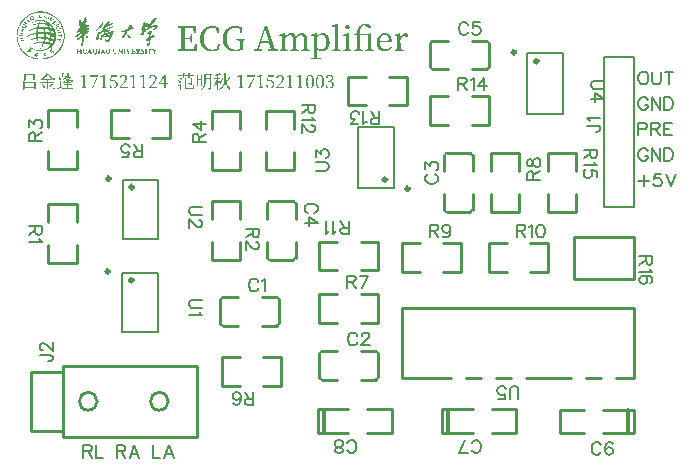
<source format=gto>
G04 Layer: TopSilkLayer*
G04 EasyEDA v6.4.17, 2021-03-05T15:54:57+08:00*
G04 7810626ff2e9405a9b1361f117870e28,a0ab3b0d74464cd6b67425ecbf828b8b,10*
G04 Gerber Generator version 0.2*
G04 Scale: 100 percent, Rotated: No, Reflected: No *
G04 Dimensions in millimeters *
G04 leading zeros omitted , absolute positions ,4 integer and 5 decimal *
%FSLAX45Y45*%
%MOMM*%

%ADD10C,0.2540*%
%ADD28C,0.1524*%
%ADD29C,0.3302*%
%ADD30C,0.2032*%
%ADD31C,0.2030*%
%ADD32C,0.3000*%
%ADD33C,0.1520*%

%LPD*%
G36*
X2293721Y8117890D02*
G01*
X2282850Y8117636D01*
X2271776Y8116773D01*
X2260600Y8115300D01*
X2248662Y8113014D01*
X2237028Y8110067D01*
X2225751Y8106511D01*
X2214778Y8102346D01*
X2204161Y8097570D01*
X2193950Y8092287D01*
X2184095Y8086445D01*
X2174646Y8080044D01*
X2165604Y8073237D01*
X2157018Y8065922D01*
X2148840Y8058150D01*
X2141067Y8050022D01*
X2133854Y8041487D01*
X2127046Y8032546D01*
X2120747Y8023301D01*
X2115007Y8013750D01*
X2109724Y8003895D01*
X2104999Y7993786D01*
X2100834Y7983423D01*
X2097227Y7972856D01*
X2094179Y7962087D01*
X2091740Y7951114D01*
X2089912Y7940040D01*
X2088692Y7928813D01*
X2088083Y7917535D01*
X2088049Y7910880D01*
X2096160Y7910880D01*
X2096363Y7919974D01*
X2096973Y7929067D01*
X2097989Y7938058D01*
X2099462Y7946999D01*
X2101342Y7955838D01*
X2103577Y7964627D01*
X2106269Y7973212D01*
X2109317Y7981696D01*
X2112772Y7990027D01*
X2116582Y7998206D01*
X2120747Y8006232D01*
X2125268Y8014004D01*
X2130145Y8021624D01*
X2135378Y8028990D01*
X2143760Y8039608D01*
X2149805Y8046364D01*
X2156104Y8052866D01*
X2162759Y8059064D01*
X2169668Y8064957D01*
X2176830Y8070545D01*
X2188159Y8078317D01*
X2196033Y8083042D01*
X2204161Y8087410D01*
X2212492Y8091424D01*
X2221128Y8094980D01*
X2229967Y8098180D01*
X2239010Y8100923D01*
X2248255Y8103260D01*
X2257704Y8105140D01*
X2267407Y8106562D01*
X2277211Y8107476D01*
X2287270Y8107934D01*
X2297430Y8107832D01*
X2307793Y8107222D01*
X2318308Y8106105D01*
X2328976Y8104378D01*
X2339746Y8102142D01*
X2350719Y8099247D01*
X2361539Y8095589D01*
X2372106Y8091170D01*
X2382367Y8086090D01*
X2392324Y8080349D01*
X2401874Y8073999D01*
X2411069Y8067040D01*
X2419908Y8059521D01*
X2428240Y8051546D01*
X2436164Y8043062D01*
X2443632Y8034121D01*
X2450541Y8024825D01*
X2456992Y8015122D01*
X2462885Y8005114D01*
X2468168Y7994802D01*
X2472893Y7984236D01*
X2476957Y7973466D01*
X2480411Y7962493D01*
X2483154Y7951368D01*
X2485237Y7940192D01*
X2486050Y7934553D01*
X2487015Y7923225D01*
X2487269Y7911896D01*
X2487117Y7906207D01*
X2486152Y7894929D01*
X2484424Y7883601D01*
X2482088Y7872425D01*
X2479192Y7861553D01*
X2475839Y7851038D01*
X2471928Y7840878D01*
X2467559Y7831074D01*
X2462733Y7821625D01*
X2457500Y7812531D01*
X2451811Y7803794D01*
X2445766Y7795463D01*
X2439314Y7787487D01*
X2432507Y7779918D01*
X2425344Y7772806D01*
X2417876Y7766050D01*
X2410155Y7759700D01*
X2402078Y7753756D01*
X2393797Y7748270D01*
X2385263Y7743240D01*
X2376525Y7738618D01*
X2367534Y7734452D01*
X2358440Y7730744D01*
X2349144Y7727492D01*
X2339695Y7724749D01*
X2330145Y7722412D01*
X2320493Y7720634D01*
X2310739Y7719263D01*
X2300935Y7718450D01*
X2291080Y7718145D01*
X2281224Y7718298D01*
X2271369Y7719009D01*
X2261514Y7720228D01*
X2251659Y7722006D01*
X2241905Y7724292D01*
X2232253Y7727137D01*
X2222652Y7730490D01*
X2213203Y7734452D01*
X2203856Y7738973D01*
X2194661Y7744053D01*
X2185670Y7749692D01*
X2176830Y7755991D01*
X2168245Y7762798D01*
X2159863Y7770266D01*
X2151888Y7778191D01*
X2144471Y7786268D01*
X2137613Y7794548D01*
X2131364Y7802981D01*
X2125624Y7811566D01*
X2120392Y7820253D01*
X2115718Y7829042D01*
X2111603Y7837931D01*
X2107946Y7846923D01*
X2104847Y7855966D01*
X2102205Y7865059D01*
X2100021Y7874203D01*
X2098395Y7883398D01*
X2097176Y7892542D01*
X2096465Y7901736D01*
X2096160Y7910880D01*
X2088049Y7910880D01*
X2088438Y7900416D01*
X2089454Y7888986D01*
X2091182Y7877556D01*
X2093620Y7866125D01*
X2096770Y7854696D01*
X2100580Y7843367D01*
X2105050Y7832344D01*
X2109927Y7821980D01*
X2115261Y7812074D01*
X2121001Y7802625D01*
X2127148Y7793634D01*
X2133650Y7785049D01*
X2140559Y7776972D01*
X2147773Y7769352D01*
X2155342Y7762138D01*
X2163216Y7755432D01*
X2171344Y7749184D01*
X2179777Y7743342D01*
X2188413Y7738008D01*
X2197303Y7733182D01*
X2206396Y7728762D01*
X2215642Y7724800D01*
X2225090Y7721346D01*
X2234641Y7718348D01*
X2244344Y7715808D01*
X2254097Y7713776D01*
X2264003Y7712151D01*
X2273909Y7711084D01*
X2283866Y7710424D01*
X2293874Y7710271D01*
X2303881Y7710576D01*
X2313838Y7711389D01*
X2323795Y7712659D01*
X2333650Y7714437D01*
X2343454Y7716672D01*
X2353106Y7719415D01*
X2362708Y7722666D01*
X2372106Y7726375D01*
X2381402Y7730540D01*
X2390495Y7735265D01*
X2399385Y7740446D01*
X2408021Y7746085D01*
X2416454Y7752283D01*
X2424633Y7758938D01*
X2432507Y7766100D01*
X2440076Y7773771D01*
X2447340Y7781899D01*
X2454249Y7790586D01*
X2460802Y7799730D01*
X2466949Y7809382D01*
X2472639Y7819390D01*
X2477566Y7829397D01*
X2481935Y7839456D01*
X2485644Y7849666D01*
X2488793Y7859877D01*
X2491282Y7870139D01*
X2493213Y7880400D01*
X2494584Y7890662D01*
X2495448Y7900924D01*
X2495702Y7911185D01*
X2495448Y7921345D01*
X2494635Y7931454D01*
X2493365Y7941513D01*
X2491536Y7951419D01*
X2489301Y7961223D01*
X2486507Y7970926D01*
X2483307Y7980425D01*
X2479649Y7989773D01*
X2475585Y7998917D01*
X2471013Y8007858D01*
X2466086Y8016595D01*
X2460752Y8025130D01*
X2455062Y8033359D01*
X2448915Y8041284D01*
X2442464Y8048955D01*
X2435656Y8056321D01*
X2428494Y8063331D01*
X2420975Y8070037D01*
X2413203Y8076387D01*
X2405075Y8082330D01*
X2396642Y8087868D01*
X2387955Y8092998D01*
X2379014Y8097723D01*
X2369820Y8101939D01*
X2360371Y8105749D01*
X2350668Y8109051D01*
X2340762Y8111896D01*
X2330653Y8114182D01*
X2320290Y8115960D01*
X2309825Y8117128D01*
X2299157Y8117789D01*
G37*
G36*
X2301951Y8095640D02*
G01*
X2301138Y8094472D01*
X2300478Y8091220D01*
X2300020Y8086394D01*
X2299614Y8073136D01*
X2298852Y8068208D01*
X2297379Y8065160D01*
X2295042Y8063585D01*
X2290114Y8063585D01*
X2286254Y8067243D01*
X2283917Y8073796D01*
X2283612Y8082330D01*
X2283866Y8087359D01*
X2283460Y8090611D01*
X2282291Y8092338D01*
X2280259Y8092846D01*
X2278227Y8092236D01*
X2277059Y8090153D01*
X2276703Y8086090D01*
X2277008Y8079536D01*
X2277973Y8072628D01*
X2279599Y8067040D01*
X2281783Y8062722D01*
X2284323Y8059724D01*
X2287168Y8057946D01*
X2290114Y8057489D01*
X2293112Y8058302D01*
X2295906Y8060334D01*
X2298446Y8063636D01*
X2300579Y8068157D01*
X2302154Y8073948D01*
X2303068Y8080959D01*
X2303272Y8086648D01*
X2303170Y8091322D01*
X2302713Y8094522D01*
G37*
G36*
X2320290Y8092084D02*
G01*
X2318461Y8088782D01*
X2317800Y8079536D01*
X2317953Y8071967D01*
X2318258Y8071154D01*
X2320188Y8077403D01*
X2322372Y8078114D01*
X2325624Y8074507D01*
X2330348Y8066278D01*
X2334971Y8058962D01*
X2338628Y8055711D01*
X2341016Y8056676D01*
X2341930Y8061959D01*
X2341727Y8064042D01*
X2341219Y8065922D01*
X2340457Y8067294D01*
X2338019Y8069376D01*
X2335631Y8072272D01*
X2323846Y8089442D01*
G37*
G36*
X2344318Y8086090D02*
G01*
X2343404Y8085988D01*
X2342642Y8084616D01*
X2342083Y8082229D01*
X2341981Y8075675D01*
X2342591Y8071103D01*
X2342997Y8070443D01*
X2344521Y8072678D01*
X2345385Y8077708D01*
X2345436Y8083042D01*
G37*
G36*
X2362809Y8078317D02*
G01*
X2360523Y8077301D01*
X2357932Y8072678D01*
X2354224Y8063484D01*
X2351836Y8056727D01*
X2350566Y8051749D01*
X2350414Y8048548D01*
X2351430Y8047126D01*
X2353411Y8047888D01*
X2355951Y8050784D01*
X2358796Y8055152D01*
X2361539Y8060385D01*
X2363927Y8065770D01*
X2365654Y8070748D01*
X2366365Y8074609D01*
X2365756Y8076692D01*
G37*
G36*
X2219553Y8076742D02*
G01*
X2213813Y8075828D01*
X2208682Y8072628D01*
X2205431Y8068005D01*
X2203958Y8062569D01*
X2204161Y8056778D01*
X2205939Y8051342D01*
X2209190Y8046720D01*
X2213813Y8043570D01*
X2219706Y8042452D01*
X2222703Y8042605D01*
X2223820Y8043011D01*
X2223109Y8043875D01*
X2220671Y8045399D01*
X2215743Y8049971D01*
X2211578Y8056575D01*
X2209038Y8063484D01*
X2209038Y8068868D01*
X2211476Y8072526D01*
X2214727Y8073898D01*
X2218334Y8073339D01*
X2222042Y8071103D01*
X2225344Y8067598D01*
X2227884Y8063077D01*
X2229256Y8057896D01*
X2229104Y8052358D01*
X2228596Y8048904D01*
X2228748Y8047177D01*
X2229713Y8047024D01*
X2231542Y8048294D01*
X2234996Y8052714D01*
X2236216Y8057794D01*
X2235504Y8063128D01*
X2233168Y8068106D01*
X2229561Y8072374D01*
X2224887Y8075422D01*
G37*
G36*
X2670048Y8072932D02*
G01*
X2667203Y8071713D01*
X2664460Y8067802D01*
X2663291Y8065211D01*
X2662377Y8062061D01*
X2661767Y8058810D01*
X2661259Y8052816D01*
X2660446Y8049564D01*
X2659227Y8046364D01*
X2656128Y8040979D01*
X2654554Y8037626D01*
X2650439Y8025942D01*
X2648153Y8022793D01*
X2645562Y8021167D01*
X2642920Y8021066D01*
X2640431Y8022437D01*
X2638348Y8025180D01*
X2636875Y8029244D01*
X2635910Y8039506D01*
X2634742Y8043113D01*
X2633014Y8045450D01*
X2630881Y8046669D01*
X2628442Y8046770D01*
X2625852Y8045856D01*
X2623261Y8044027D01*
X2620822Y8041335D01*
X2618638Y8037830D01*
X2616911Y8033613D01*
X2615742Y8028787D01*
X2615285Y8023402D01*
X2615031Y8016849D01*
X2614472Y8010753D01*
X2613761Y8005876D01*
X2612339Y8000542D01*
X2613152Y7998561D01*
X2615387Y7996681D01*
X2625394Y7991906D01*
X2627122Y7989112D01*
X2624074Y7984896D01*
X2610002Y7972094D01*
X2606395Y7967370D01*
X2605479Y7964728D01*
X2622397Y7964728D01*
X2623159Y7967065D01*
X2627172Y7970824D01*
X2634234Y7975752D01*
X2642209Y7980832D01*
X2646121Y7982915D01*
X2647391Y7982356D01*
X2647492Y7979562D01*
X2644749Y7975549D01*
X2638247Y7970316D01*
X2630728Y7965795D01*
X2624937Y7963865D01*
X2622397Y7964728D01*
X2605479Y7964728D01*
X2604668Y7962392D01*
X2603703Y7951165D01*
X2602890Y7946745D01*
X2601772Y7943138D01*
X2600401Y7940903D01*
X2598064Y7937855D01*
X2597302Y7936433D01*
X2597048Y7935315D01*
X2598724Y7933334D01*
X2602687Y7933181D01*
X2607310Y7934502D01*
X2610967Y7937144D01*
X2612796Y7938871D01*
X2615133Y7940548D01*
X2617825Y7942021D01*
X2623515Y7944459D01*
X2627376Y7946898D01*
X2631541Y7949996D01*
X2635554Y7953502D01*
X2641803Y7958378D01*
X2646121Y7959902D01*
X2647746Y7958226D01*
X2645816Y7953248D01*
X2643936Y7951063D01*
X2640533Y7948015D01*
X2630322Y7940040D01*
X2617571Y7930946D01*
X2604719Y7922412D01*
X2594051Y7916062D01*
X2590342Y7914233D01*
X2588056Y7913522D01*
X2583484Y7911693D01*
X2580030Y7907528D01*
X2578557Y7902600D01*
X2579979Y7898536D01*
X2582113Y7897571D01*
X2585466Y7897825D01*
X2589834Y7899095D01*
X2595168Y7901431D01*
X2601264Y7904784D01*
X2608122Y7909052D01*
X2615539Y7914131D01*
X2634437Y7928356D01*
X2640888Y7932166D01*
X2643936Y7932013D01*
X2644698Y7928305D01*
X2643428Y7924952D01*
X2640025Y7920228D01*
X2635046Y7914589D01*
X2629204Y7908645D01*
X2623007Y7903006D01*
X2617114Y7898282D01*
X2612136Y7895031D01*
X2608681Y7893812D01*
X2602788Y7892440D01*
X2599131Y7889087D01*
X2598369Y7884871D01*
X2601214Y7880858D01*
X2605735Y7877962D01*
X2609646Y7877759D01*
X2615031Y7880959D01*
X2629865Y7892897D01*
X2634335Y7896199D01*
X2637586Y7898079D01*
X2639771Y7898485D01*
X2641041Y7897368D01*
X2641549Y7894726D01*
X2641447Y7890509D01*
X2639872Y7874965D01*
X2638450Y7857337D01*
X2637790Y7842503D01*
X2637891Y7830820D01*
X2638196Y7826298D01*
X2638704Y7822742D01*
X2639314Y7820152D01*
X2640126Y7818678D01*
X2641092Y7818221D01*
X2642209Y7818983D01*
X2643479Y7820914D01*
X2644851Y7824114D01*
X2647238Y7830921D01*
X2649474Y7836255D01*
X2650693Y7838643D01*
X2651302Y7840319D01*
X2652674Y7847075D01*
X2654147Y7857286D01*
X2655519Y7869681D01*
X2657652Y7892745D01*
X2658567Y7899196D01*
X2659684Y7904683D01*
X2661005Y7909407D01*
X2662682Y7913420D01*
X2664815Y7916976D01*
X2667406Y7920177D01*
X2670556Y7923174D01*
X2674366Y7926171D01*
X2690215Y7936534D01*
X2694736Y7940090D01*
X2697835Y7943240D01*
X2699512Y7945932D01*
X2699715Y7948218D01*
X2698445Y7949996D01*
X2695752Y7951317D01*
X2691536Y7952181D01*
X2687472Y7952130D01*
X2683713Y7950962D01*
X2679903Y7948422D01*
X2669895Y7938922D01*
X2665374Y7936280D01*
X2662529Y7936534D01*
X2661513Y7939836D01*
X2662885Y7944358D01*
X2666593Y7948625D01*
X2672283Y7952282D01*
X2679547Y7955076D01*
X2687828Y7958581D01*
X2694736Y7963662D01*
X2699004Y7969199D01*
X2699613Y7974126D01*
X2698140Y7975853D01*
X2695295Y7975803D01*
X2690317Y7973720D01*
X2676652Y7966252D01*
X2671927Y7963966D01*
X2668270Y7962493D01*
X2665679Y7961833D01*
X2664104Y7961884D01*
X2663596Y7962595D01*
X2664104Y7964017D01*
X2665679Y7965998D01*
X2668320Y7968538D01*
X2671978Y7971586D01*
X2676702Y7975142D01*
X2693060Y7986420D01*
X2698496Y7991398D01*
X2700070Y7995869D01*
X2699156Y8001609D01*
X2696260Y8007197D01*
X2691638Y8008366D01*
X2685592Y8005114D01*
X2671927Y7990535D01*
X2666542Y7986877D01*
X2662885Y7986826D01*
X2661513Y7990586D01*
X2661869Y7992414D01*
X2662732Y7994091D01*
X2664002Y7995513D01*
X2667508Y7997596D01*
X2669743Y7999577D01*
X2672029Y8002066D01*
X2674061Y8004809D01*
X2676499Y8010804D01*
X2674467Y8013496D01*
X2668930Y8012582D01*
X2660954Y8007908D01*
X2656890Y8005064D01*
X2652522Y8002422D01*
X2648508Y8000339D01*
X2645257Y7999018D01*
X2641498Y7998256D01*
X2639974Y7998764D01*
X2640330Y8000390D01*
X2642463Y8002879D01*
X2646121Y8006080D01*
X2651048Y8009636D01*
X2657043Y8013496D01*
X2670098Y8020862D01*
X2675280Y8024266D01*
X2679344Y8027568D01*
X2682290Y8030514D01*
X2683865Y8033054D01*
X2684068Y8035036D01*
X2682798Y8036306D01*
X2677769Y8037017D01*
X2676855Y8037880D01*
X2677007Y8039557D01*
X2678277Y8042198D01*
X2680512Y8048345D01*
X2680970Y8054797D01*
X2679750Y8061198D01*
X2676804Y8066989D01*
X2673146Y8071358D01*
G37*
G36*
X2383332Y8068919D02*
G01*
X2381808Y8068767D01*
X2380691Y8066887D01*
X2375509Y8045907D01*
X2374442Y8039608D01*
X2375966Y8037220D01*
X2380792Y8038642D01*
X2394153Y8046516D01*
X2398420Y8048752D01*
X2401874Y8050225D01*
X2405532Y8050987D01*
X2406040Y8051495D01*
X2405684Y8052460D01*
X2404364Y8053933D01*
X2402586Y8055102D01*
X2400554Y8055051D01*
X2398014Y8053730D01*
X2390952Y8048040D01*
X2387650Y8046567D01*
X2385009Y8046415D01*
X2383282Y8047532D01*
X2382469Y8049666D01*
X2382774Y8052714D01*
X2384348Y8056524D01*
X2387193Y8060944D01*
X2387904Y8062468D01*
X2387854Y8064144D01*
X2387041Y8065871D01*
X2385517Y8067497D01*
G37*
G36*
X3263900Y8066278D02*
G01*
X3258515Y8065566D01*
X3253994Y8062366D01*
X3247542Y8054543D01*
X3228797Y8030006D01*
X3224225Y8024571D01*
X3220008Y8019999D01*
X3216148Y8016240D01*
X3212744Y8013344D01*
X3209696Y8011363D01*
X3207054Y8010194D01*
X3204819Y8009890D01*
X3202990Y8010499D01*
X3201619Y8011972D01*
X3199688Y8016544D01*
X3198114Y8018322D01*
X3196132Y8019542D01*
X3193999Y8019948D01*
X3191764Y8019542D01*
X3189478Y8018322D01*
X3187395Y8016544D01*
X3182315Y8009534D01*
X3179622Y8008874D01*
X3178200Y8011972D01*
X3178657Y8018576D01*
X3178759Y8026044D01*
X3176371Y8030260D01*
X3172358Y8030667D01*
X3167583Y8026603D01*
X3165043Y8022793D01*
X3162350Y8017865D01*
X3156864Y8005825D01*
X3151835Y7992414D01*
X3147923Y7979613D01*
X3146552Y7974075D01*
X3145739Y7969402D01*
X3145536Y7965897D01*
X3145914Y7964271D01*
X3169767Y7964271D01*
X3170732Y7971688D01*
X3172663Y7980324D01*
X3175050Y7986979D01*
X3176524Y7989265D01*
X3178098Y7990281D01*
X3180080Y7990027D01*
X3185718Y7987233D01*
X3188563Y7987182D01*
X3191814Y7988503D01*
X3201314Y7995005D01*
X3205175Y7997037D01*
X3207461Y7997342D01*
X3208274Y7995920D01*
X3206953Y7992465D01*
X3203397Y7987588D01*
X3198266Y7981899D01*
X3192119Y7975904D01*
X3185617Y7970316D01*
X3179419Y7965541D01*
X3174136Y7962290D01*
X3170326Y7961071D01*
X3169767Y7964271D01*
X3145914Y7964271D01*
X3148634Y7958074D01*
X3148939Y7952333D01*
X3146856Y7945526D01*
X3138170Y7929524D01*
X3136595Y7925155D01*
X3137204Y7922056D01*
X3139897Y7918703D01*
X3143300Y7915605D01*
X3146704Y7913827D01*
X3150057Y7913370D01*
X3153460Y7914182D01*
X3156813Y7916367D01*
X3160115Y7919770D01*
X3163417Y7924495D01*
X3168904Y7935010D01*
X3171393Y7939176D01*
X3174085Y7943138D01*
X3177082Y7946898D01*
X3180435Y7950504D01*
X3184144Y7954009D01*
X3188258Y7957464D01*
X3192830Y7960868D01*
X3197961Y7964271D01*
X3209899Y7971332D01*
X3224072Y7978648D01*
X3236976Y7984439D01*
X3242564Y7986572D01*
X3247542Y7988198D01*
X3251809Y7989316D01*
X3255467Y7989976D01*
X3258362Y7990128D01*
X3260496Y7989773D01*
X3261817Y7988909D01*
X3262376Y7987538D01*
X3262020Y7985709D01*
X3260801Y7983423D01*
X3258667Y7980578D01*
X3245510Y7967929D01*
X3242005Y7963611D01*
X3240786Y7960715D01*
X3241700Y7959242D01*
X3244697Y7959293D01*
X3249523Y7960817D01*
X3256178Y7963916D01*
X3264509Y7968589D01*
X3269792Y7972094D01*
X3274314Y7975498D01*
X3277971Y7978851D01*
X3280918Y7982102D01*
X3283051Y7985252D01*
X3284524Y7988198D01*
X3285236Y7990941D01*
X3285286Y7993532D01*
X3284728Y7995818D01*
X3283508Y7997799D01*
X3281679Y7999526D01*
X3279241Y8000898D01*
X3276295Y8001863D01*
X3272790Y8002473D01*
X3268776Y8002676D01*
X3264255Y8002371D01*
X3259328Y8001609D01*
X3253943Y8000339D01*
X3248101Y7998510D01*
X3229914Y7991246D01*
X3224072Y7989570D01*
X3223412Y7990941D01*
X3229914Y7998866D01*
X3237128Y8008975D01*
X3240633Y8014360D01*
X3244900Y8020405D01*
X3250692Y8027619D01*
X3257296Y8035036D01*
X3271774Y8049615D01*
X3275888Y8054644D01*
X3276854Y8057946D01*
X3275329Y8060436D01*
X3269640Y8064550D01*
G37*
G36*
X2315413Y8064804D02*
G01*
X2314803Y8064601D01*
X2313228Y8063128D01*
X2312009Y8060944D01*
X2312111Y8060029D01*
X2312670Y8059420D01*
X2313686Y8059216D01*
X2314854Y8059420D01*
X2315819Y8060029D01*
X2316429Y8060944D01*
X2316683Y8062010D01*
X2316327Y8063992D01*
X2315921Y8064601D01*
G37*
G36*
X2177084Y8050377D02*
G01*
X2176678Y8048701D01*
X2177643Y8044840D01*
X2179370Y8040878D01*
X2181047Y8038338D01*
X2181910Y8038795D01*
X2183333Y8040624D01*
X2186279Y8040522D01*
X2189175Y8039049D01*
X2190496Y8036458D01*
X2190191Y8035493D01*
X2189276Y8034731D01*
X2187956Y8034172D01*
X2184654Y8033766D01*
X2183333Y8033156D01*
X2182418Y8032242D01*
X2182114Y8031175D01*
X2182876Y8028990D01*
X2184806Y8028533D01*
X2187549Y8029752D01*
X2192426Y8034528D01*
X2194153Y8035290D01*
X2195931Y8034985D01*
X2199995Y8032242D01*
X2201722Y8031734D01*
X2203399Y8032089D01*
X2204974Y8033308D01*
X2205583Y8035086D01*
X2204008Y8037322D01*
X2200097Y8040116D01*
X2193747Y8043570D01*
X2184552Y8048091D01*
X2179370Y8050275D01*
G37*
G36*
X2291689Y8045856D02*
G01*
X2281275Y8045500D01*
X2270709Y8044281D01*
X2259888Y8042148D01*
X2254707Y8040624D01*
X2248458Y8038236D01*
X2241550Y8035239D01*
X2234336Y8031784D01*
X2227224Y8028076D01*
X2220569Y8024317D01*
X2214727Y8020659D01*
X2210155Y8017306D01*
X2209241Y8016036D01*
X2211984Y8016748D01*
X2217877Y8019288D01*
X2231948Y8026044D01*
X2237841Y8028381D01*
X2243886Y8030464D01*
X2256485Y8033715D01*
X2262936Y8034883D01*
X2269439Y8035798D01*
X2275992Y8036407D01*
X2288997Y8036763D01*
X2295398Y8036509D01*
X2301646Y8035950D01*
X2307793Y8035137D01*
X2313736Y8034020D01*
X2319477Y8032597D01*
X2324912Y8030921D01*
X2330145Y8028940D01*
X2334971Y8026704D01*
X2339492Y8024164D01*
X2343607Y8021370D01*
X2346452Y8018068D01*
X2344166Y8017002D01*
X2338324Y8018221D01*
X2330246Y8021574D01*
X2327046Y8023098D01*
X2324760Y8023859D01*
X2323490Y8023809D01*
X2323541Y8022996D01*
X2323185Y8021624D01*
X2320137Y8020710D01*
X2314295Y8020151D01*
X2305608Y8019948D01*
X2295499Y8020151D01*
X2289454Y8020812D01*
X2286558Y8022285D01*
X2285847Y8024723D01*
X2285746Y8027162D01*
X2285288Y8028025D01*
X2284222Y8027212D01*
X2282342Y8024875D01*
X2279548Y8022742D01*
X2274519Y8020405D01*
X2267966Y8018068D01*
X2253030Y8014208D01*
X2245156Y8011871D01*
X2230323Y8006638D01*
X2224227Y8004149D01*
X2219553Y8001863D01*
X2216759Y8000034D01*
X2216302Y7998815D01*
X2217775Y7998663D01*
X2220823Y7999120D01*
X2229764Y8001711D01*
X2237790Y8004302D01*
X2245563Y8006232D01*
X2252827Y8007553D01*
X2259228Y8008264D01*
X2264460Y8008315D01*
X2268321Y8007654D01*
X2270455Y8006334D01*
X2270607Y8004302D01*
X2265680Y7991348D01*
X2263648Y7987436D01*
X2262437Y7986318D01*
X2276805Y7986318D01*
X2279650Y8001050D01*
X2281377Y8007756D01*
X2282037Y8009432D01*
X2283561Y8010398D01*
X2286558Y8011058D01*
X2290775Y8011414D01*
X2302306Y8011159D01*
X2309164Y8010550D01*
X2324100Y8008467D01*
X2330094Y8007096D01*
X2335580Y8005114D01*
X2340508Y8002625D01*
X2344886Y7999628D01*
X2357577Y7999628D01*
X2361031Y7999222D01*
X2369312Y7996021D01*
X2373172Y7994040D01*
X2377186Y7991094D01*
X2380996Y7987690D01*
X2384348Y7984083D01*
X2386939Y7980680D01*
X2388463Y7977835D01*
X2388616Y7975853D01*
X2387092Y7975092D01*
X2381250Y7976158D01*
X2375052Y7979257D01*
X2368956Y7984032D01*
X2363317Y7990230D01*
X2358542Y7996834D01*
X2357577Y7999628D01*
X2344886Y7999628D01*
X2348280Y7996529D01*
X2350922Y7993024D01*
X2352548Y7989316D01*
X2353106Y7985556D01*
X2351582Y7984286D01*
X2347518Y7983931D01*
X2341626Y7984337D01*
X2334768Y7985404D01*
X2327656Y7986877D01*
X2321102Y7988757D01*
X2315870Y7990789D01*
X2312720Y7992922D01*
X2310384Y7995310D01*
X2309012Y7996377D01*
X2308555Y7996021D01*
X2309012Y7994294D01*
X2308809Y7990789D01*
X2305253Y7988350D01*
X2298242Y7986877D01*
X2287625Y7986369D01*
X2262437Y7986318D01*
X2260346Y7984388D01*
X2255012Y7981848D01*
X2242312Y7977784D01*
X2230526Y7973466D01*
X2217369Y7968081D01*
X2204770Y7962493D01*
X2194712Y7957616D01*
X2191258Y7955686D01*
X2189226Y7954264D01*
X2188768Y7953451D01*
X2190953Y7953603D01*
X2195982Y7954772D01*
X2221331Y7962392D01*
X2231085Y7965033D01*
X2239975Y7967167D01*
X2246833Y7968386D01*
X2259990Y7970113D01*
X2257722Y7958531D01*
X2271369Y7958531D01*
X2273503Y7967878D01*
X2275890Y7969961D01*
X2280666Y7971485D01*
X2287066Y7972399D01*
X2294229Y7972704D01*
X2301443Y7972399D01*
X2307793Y7971485D01*
X2312568Y7969961D01*
X2314956Y7967878D01*
X2315912Y7963560D01*
X2326538Y7963560D01*
X2326538Y7965897D01*
X2327910Y7967522D01*
X2330602Y7968538D01*
X2334463Y7968894D01*
X2339238Y7968589D01*
X2344877Y7967624D01*
X2351125Y7965998D01*
X2357831Y7963712D01*
X2362403Y7960563D01*
X2366314Y7955432D01*
X2367160Y7953400D01*
X2381402Y7953400D01*
X2382469Y7955076D01*
X2386228Y7954416D01*
X2393442Y7951571D01*
X2399385Y7947152D01*
X2404160Y7940344D01*
X2406599Y7933385D01*
X2405583Y7928508D01*
X2401112Y7928406D01*
X2393797Y7931048D01*
X2386939Y7934909D01*
X2383942Y7938414D01*
X2383383Y7943392D01*
X2381402Y7953400D01*
X2367160Y7953400D01*
X2368956Y7949082D01*
X2369972Y7942376D01*
X2369464Y7940294D01*
X2367838Y7939278D01*
X2364638Y7939125D01*
X2350211Y7941411D01*
X2343302Y7942783D01*
X2338324Y7944205D01*
X2334768Y7946034D01*
X2332278Y7948574D01*
X2330348Y7952130D01*
X2326538Y7963560D01*
X2315912Y7963560D01*
X2316530Y7957921D01*
X2316683Y7944256D01*
X2293772Y7944053D01*
X2287320Y7943697D01*
X2281834Y7943138D01*
X2278126Y7942478D01*
X2274011Y7944002D01*
X2271623Y7949996D01*
X2271369Y7958531D01*
X2257722Y7958531D01*
X2255113Y7942630D01*
X2252878Y7940700D01*
X2246833Y7937753D01*
X2237943Y7934198D01*
X2221179Y7928406D01*
X2208987Y7923631D01*
X2197404Y7918551D01*
X2187905Y7913674D01*
X2179015Y7907883D01*
X2175510Y7905191D01*
X2174087Y7903667D01*
X2175103Y7903667D01*
X2209546Y7915757D01*
X2226716Y7920990D01*
X2233523Y7922615D01*
X2239213Y7923530D01*
X2243937Y7923682D01*
X2247747Y7923174D01*
X2250744Y7921955D01*
X2253030Y7920024D01*
X2254758Y7917383D01*
X2255926Y7913979D01*
X2256739Y7909915D01*
X2258293Y7898638D01*
X2269032Y7898638D01*
X2269083Y7916621D01*
X2269439Y7920685D01*
X2270455Y7923580D01*
X2272436Y7925511D01*
X2275586Y7926628D01*
X2280310Y7927086D01*
X2286863Y7927136D01*
X2318054Y7926019D01*
X2319782Y7902194D01*
X2303830Y7902041D01*
X2290267Y7901076D01*
X2281555Y7900111D01*
X2336292Y7900111D01*
X2336393Y7920177D01*
X2337104Y7922259D01*
X2338781Y7923275D01*
X2341727Y7923377D01*
X2346350Y7922564D01*
X2362250Y7918653D01*
X2368092Y7916925D01*
X2371242Y7914741D01*
X2372512Y7911033D01*
X2372766Y7904581D01*
X2372563Y7899095D01*
X2371902Y7895894D01*
X2371620Y7895590D01*
X2382316Y7895590D01*
X2383485Y7900162D01*
X2384399Y7908848D01*
X2386279Y7910271D01*
X2390495Y7909763D01*
X2397861Y7907426D01*
X2403144Y7903362D01*
X2405938Y7896859D01*
X2405938Y7889646D01*
X2402738Y7883601D01*
X2398014Y7883601D01*
X2390800Y7886953D01*
X2384450Y7891576D01*
X2382316Y7895590D01*
X2371620Y7895590D01*
X2370632Y7894523D01*
X2368600Y7894777D01*
X2361488Y7896453D01*
X2350363Y7898282D01*
X2336292Y7900111D01*
X2281555Y7900111D01*
X2269032Y7898638D01*
X2258293Y7898638D01*
X2258517Y7897012D01*
X2246376Y7893761D01*
X2240229Y7891830D01*
X2230467Y7888173D01*
X2291232Y7888173D01*
X2306066Y7887766D01*
X2311450Y7887258D01*
X2314498Y7886700D01*
X2316226Y7885379D01*
X2317191Y7882839D01*
X2317394Y7878927D01*
X2315260Y7861553D01*
X2304507Y7860690D01*
X2328621Y7860690D01*
X2331415Y7871612D01*
X2334006Y7878724D01*
X2338120Y7882128D01*
X2345232Y7882280D01*
X2356612Y7879638D01*
X2363317Y7877505D01*
X2366365Y7875016D01*
X2366365Y7870698D01*
X2364028Y7863179D01*
X2362454Y7859674D01*
X2360777Y7857083D01*
X2358999Y7855661D01*
X2357374Y7855559D01*
X2351176Y7857032D01*
X2328621Y7860690D01*
X2304507Y7860690D01*
X2287625Y7859318D01*
X2281631Y7859014D01*
X2277364Y7859217D01*
X2274570Y7860131D01*
X2272893Y7861909D01*
X2272080Y7864754D01*
X2271826Y7868818D01*
X2271826Y7888173D01*
X2230467Y7888173D01*
X2215946Y7882229D01*
X2202129Y7875828D01*
X2198116Y7873542D01*
X2197049Y7872323D01*
X2199589Y7872475D01*
X2205736Y7873695D01*
X2244801Y7883347D01*
X2251151Y7884312D01*
X2255824Y7884159D01*
X2259126Y7882940D01*
X2261565Y7880502D01*
X2263495Y7876794D01*
X2266848Y7866938D01*
X2267762Y7863230D01*
X2267712Y7860385D01*
X2266594Y7858099D01*
X2264206Y7856220D01*
X2260142Y7854391D01*
X2364435Y7854391D01*
X2370074Y7863992D01*
X2372969Y7867396D01*
X2376627Y7869783D01*
X2380742Y7871155D01*
X2384958Y7871510D01*
X2388870Y7870850D01*
X2392121Y7869224D01*
X2394356Y7866634D01*
X2395169Y7863128D01*
X2393848Y7857693D01*
X2390698Y7852359D01*
X2386736Y7848498D01*
X2383180Y7847584D01*
X2364435Y7854391D01*
X2260142Y7854391D01*
X2240178Y7848092D01*
X2234184Y7845907D01*
X2229916Y7843977D01*
X2227884Y7842554D01*
X2227630Y7841640D01*
X2228240Y7841132D01*
X2229612Y7841081D01*
X2244191Y7844840D01*
X2257348Y7847075D01*
X2264359Y7847888D01*
X2279446Y7848752D01*
X2313381Y7848955D01*
X2307945Y7828025D01*
X2306980Y7823453D01*
X2306675Y7820609D01*
X2307082Y7819440D01*
X2308148Y7820050D01*
X2309926Y7822387D01*
X2312466Y7826400D01*
X2323693Y7846568D01*
X2344674Y7843723D01*
X2351887Y7842402D01*
X2357983Y7841030D01*
X2362962Y7839506D01*
X2366924Y7837881D01*
X2369769Y7836052D01*
X2371598Y7834122D01*
X2372410Y7831988D01*
X2372258Y7829651D01*
X2371090Y7827111D01*
X2368956Y7824368D01*
X2365857Y7821371D01*
X2361082Y7817408D01*
X2356205Y7813700D01*
X2351125Y7810246D01*
X2345944Y7807045D01*
X2335225Y7801457D01*
X2329688Y7799070D01*
X2324049Y7796936D01*
X2318359Y7795107D01*
X2312619Y7793532D01*
X2306777Y7792212D01*
X2300884Y7791145D01*
X2294991Y7790383D01*
X2289098Y7789925D01*
X2277211Y7789773D01*
X2265426Y7790789D01*
X2253742Y7792974D01*
X2248001Y7794498D01*
X2242362Y7796326D01*
X2236774Y7798409D01*
X2223820Y7804200D01*
X2214473Y7808010D01*
X2213711Y7808010D01*
X2214067Y7806944D01*
X2213660Y7805521D01*
X2212543Y7803946D01*
X2210765Y7802321D01*
X2206802Y7799781D01*
X2203856Y7798663D01*
X2202484Y7799171D01*
X2203602Y7802372D01*
X2203602Y7803235D01*
X2203094Y7803845D01*
X2202230Y7804048D01*
X2199233Y7802930D01*
X2196490Y7800187D01*
X2194864Y7797088D01*
X2195220Y7794701D01*
X2195626Y7793990D01*
X2195322Y7793380D01*
X2194458Y7792923D01*
X2189022Y7791856D01*
X2185162Y7789621D01*
X2181707Y7786471D01*
X2179015Y7782915D01*
X2177338Y7779359D01*
X2176983Y7776260D01*
X2178151Y7774076D01*
X2181148Y7773212D01*
X2183434Y7773060D01*
X2184196Y7772298D01*
X2183282Y7770622D01*
X2180691Y7767624D01*
X2176830Y7762494D01*
X2177135Y7760766D01*
X2180590Y7762494D01*
X2189784Y7770926D01*
X2193290Y7773568D01*
X2196439Y7775397D01*
X2198776Y7776057D01*
X2202688Y7777734D01*
X2206599Y7781696D01*
X2209190Y7786116D01*
X2209038Y7789265D01*
X2208784Y7790129D01*
X2209139Y7791399D01*
X2210054Y7792923D01*
X2213000Y7796225D01*
X2215540Y7799730D01*
X2216200Y7801051D01*
X2218182Y7801305D01*
X2223008Y7799933D01*
X2229815Y7797241D01*
X2242972Y7791094D01*
X2248103Y7789062D01*
X2253335Y7787284D01*
X2264156Y7784439D01*
X2269744Y7783423D01*
X2275382Y7782661D01*
X2286812Y7781848D01*
X2298395Y7782052D01*
X2304186Y7782509D01*
X2315819Y7784185D01*
X2327300Y7786827D01*
X2332939Y7788503D01*
X2344064Y7792567D01*
X2349449Y7794955D01*
X2359914Y7800441D01*
X2364994Y7803489D01*
X2376017Y7810906D01*
X2379421Y7811973D01*
X2380843Y7809839D01*
X2381148Y7804251D01*
X2380843Y7800441D01*
X2379827Y7797546D01*
X2378049Y7795514D01*
X2375458Y7794244D01*
X2373325Y7792415D01*
X2372461Y7789062D01*
X2372715Y7784744D01*
X2373934Y7780020D01*
X2375865Y7775397D01*
X2378354Y7771434D01*
X2381250Y7768691D01*
X2384348Y7767624D01*
X2385618Y7769961D01*
X2384907Y7775346D01*
X2382875Y7781340D01*
X2380030Y7785404D01*
X2379065Y7786319D01*
X2379014Y7786725D01*
X2379878Y7786725D01*
X2383536Y7786014D01*
X2385364Y7786319D01*
X2386787Y7787182D01*
X2387701Y7788503D01*
X2388362Y7795006D01*
X2387498Y7803997D01*
X2385618Y7811871D01*
X2383332Y7815275D01*
X2383180Y7816291D01*
X2384755Y7819034D01*
X2387752Y7823047D01*
X2395423Y7832191D01*
X2401824Y7840776D01*
X2407412Y7849565D01*
X2412085Y7858607D01*
X2415946Y7867751D01*
X2418994Y7877048D01*
X2421280Y7886395D01*
X2422804Y7895844D01*
X2423566Y7905292D01*
X2423617Y7914741D01*
X2422956Y7924088D01*
X2421636Y7933385D01*
X2419604Y7942529D01*
X2417013Y7951571D01*
X2413762Y7960359D01*
X2409952Y7968945D01*
X2405583Y7977276D01*
X2400604Y7985252D01*
X2395169Y7992922D01*
X2389225Y8000238D01*
X2382774Y8007096D01*
X2375865Y8013547D01*
X2368550Y8019542D01*
X2360777Y8024977D01*
X2352649Y8029854D01*
X2344115Y8034172D01*
X2335276Y8037880D01*
X2326081Y8040928D01*
X2316581Y8043265D01*
X2306828Y8044891D01*
X2296769Y8045703D01*
G37*
G36*
X2413406Y8043925D02*
G01*
X2390952Y8020659D01*
X2400249Y8011515D01*
X2404770Y8007350D01*
X2408174Y8005064D01*
X2410764Y8004505D01*
X2412746Y8005572D01*
X2414016Y8007045D01*
X2414270Y8008061D01*
X2413457Y8008569D01*
X2411526Y8008721D01*
X2406243Y8010093D01*
X2402992Y8013446D01*
X2402230Y8017764D01*
X2404516Y8022081D01*
X2407158Y8024469D01*
X2409037Y8025180D01*
X2410815Y8024114D01*
X2414879Y8019288D01*
X2416606Y8018018D01*
X2418130Y8017509D01*
X2419299Y8017916D01*
X2419705Y8019034D01*
X2419248Y8020507D01*
X2417978Y8022234D01*
X2413508Y8026044D01*
X2412441Y8027873D01*
X2412796Y8029803D01*
X2414524Y8032242D01*
X2417673Y8034883D01*
X2420620Y8034934D01*
X2423312Y8032546D01*
X2426716Y8025587D01*
X2427782Y8024368D01*
X2428798Y8024012D01*
X2429662Y8024622D01*
X2429611Y8026400D01*
X2428240Y8029041D01*
X2425750Y8032292D01*
X2422398Y8035696D01*
G37*
G36*
X2864764Y8039150D02*
G01*
X2860446Y8036915D01*
X2856077Y8030464D01*
X2850997Y8021574D01*
X2848102Y8017306D01*
X2840786Y8008162D01*
X2829976Y7996478D01*
X2842615Y7996478D01*
X2844139Y7999120D01*
X2848000Y8004302D01*
X2853283Y8010499D01*
X2856636Y8012988D01*
X2857398Y8011617D01*
X2855163Y8006232D01*
X2853486Y8003743D01*
X2851251Y8001253D01*
X2848711Y7998968D01*
X2846171Y7997291D01*
X2843326Y7996021D01*
X2842615Y7996478D01*
X2829976Y7996478D01*
X2817266Y7983067D01*
X2812694Y7977225D01*
X2809798Y7972501D01*
X2808579Y7969046D01*
X2809087Y7967116D01*
X2811322Y7966862D01*
X2815336Y7968488D01*
X2825089Y7974787D01*
X2827782Y7976108D01*
X2829204Y7976260D01*
X2829407Y7975346D01*
X2828442Y7973466D01*
X2826258Y7970672D01*
X2822956Y7967065D01*
X2813812Y7958226D01*
X2809240Y7953451D01*
X2805430Y7949031D01*
X2802788Y7945526D01*
X2798775Y7940954D01*
X2794762Y7938922D01*
X2791206Y7939531D01*
X2785262Y7947558D01*
X2781249Y7946745D01*
X2777286Y7940852D01*
X2773934Y7930438D01*
X2772003Y7922920D01*
X2769463Y7914741D01*
X2766618Y7906918D01*
X2760065Y7891525D01*
X2758948Y7885277D01*
X2760370Y7881162D01*
X2764485Y7878521D01*
X2768854Y7877352D01*
X2772664Y7877505D01*
X2776016Y7878978D01*
X2778861Y7881924D01*
X2781249Y7886293D01*
X2783281Y7892186D01*
X2785008Y7899653D01*
X2787700Y7917281D01*
X2789428Y7922717D01*
X2792069Y7926222D01*
X2800299Y7931353D01*
X2805582Y7935061D01*
X2825242Y7950860D01*
X2830931Y7954568D01*
X2834284Y7955330D01*
X2835351Y7953248D01*
X2835097Y7952130D01*
X2833471Y7949234D01*
X2832252Y7947863D01*
X2830779Y7945069D01*
X2830982Y7942072D01*
X2832557Y7939633D01*
X2835300Y7938668D01*
X2836926Y7939227D01*
X2839466Y7940700D01*
X2842666Y7942935D01*
X2852267Y7950504D01*
X2855874Y7952333D01*
X2857195Y7951165D01*
X2855468Y7943138D01*
X2856484Y7941868D01*
X2860243Y7943291D01*
X2867609Y7947406D01*
X2872892Y7951114D01*
X2876143Y7954416D01*
X2877312Y7957261D01*
X2876600Y7959547D01*
X2874111Y7961020D01*
X2869946Y7961680D01*
X2864256Y7961274D01*
X2854096Y7959140D01*
X2851658Y7959039D01*
X2849981Y7959394D01*
X2849372Y7960207D01*
X2851200Y7961782D01*
X2856077Y7964525D01*
X2871825Y7972044D01*
X2890215Y7979765D01*
X2898394Y7982864D01*
X2904744Y7984947D01*
X2909468Y7987030D01*
X2910840Y7989316D01*
X2909011Y7991144D01*
X2903982Y7991906D01*
X2899765Y7991500D01*
X2894025Y7990281D01*
X2887218Y7988452D01*
X2872536Y7983677D01*
X2865729Y7981035D01*
X2859938Y7978495D01*
X2847035Y7971231D01*
X2840837Y7968792D01*
X2837688Y7969097D01*
X2838145Y7972247D01*
X2840278Y7975447D01*
X2843326Y7978749D01*
X2847238Y7982153D01*
X2851912Y7985607D01*
X2857347Y7989011D01*
X2863443Y7992414D01*
X2870149Y7995716D01*
X2890062Y8004556D01*
X2898038Y8009280D01*
X2901696Y8013293D01*
X2901442Y8016900D01*
X2898800Y8019288D01*
X2895193Y8019694D01*
X2890570Y8018018D01*
X2877870Y8009737D01*
X2872994Y8008416D01*
X2871216Y8010398D01*
X2873349Y8015528D01*
X2875635Y8019440D01*
X2876397Y8022640D01*
X2875635Y8026095D01*
X2873349Y8030972D01*
X2869031Y8037169D01*
G37*
G36*
X2156460Y8031835D02*
G01*
X2154174Y8029905D01*
X2152954Y8028228D01*
X2152345Y8026857D01*
X2152345Y8025892D01*
X2154834Y8024723D01*
X2157882Y8022539D01*
X2161844Y8019288D01*
X2171344Y8010804D01*
X2175154Y8008213D01*
X2177999Y8007400D01*
X2179980Y8008315D01*
X2181860Y8010753D01*
X2182114Y8011668D01*
X2181860Y8012226D01*
X2163064Y8029041D01*
X2159101Y8031683D01*
G37*
G36*
X2186025Y8025384D02*
G01*
X2185212Y8024114D01*
X2184908Y8021218D01*
X2185111Y8019643D01*
X2185720Y8018627D01*
X2186635Y8018272D01*
X2187752Y8018576D01*
X2188718Y8019491D01*
X2189276Y8020608D01*
X2189378Y8021828D01*
X2188972Y8022945D01*
X2187346Y8025028D01*
G37*
G36*
X2815590Y8024926D02*
G01*
X2813405Y8024520D01*
X2810814Y8022590D01*
X2808020Y8019389D01*
X2801721Y8009585D01*
X2796489Y8002320D01*
X2783789Y7986318D01*
X2774391Y7974888D01*
X2767634Y7965897D01*
X2763621Y7959394D01*
X2762554Y7957108D01*
X2762250Y7955534D01*
X2762554Y7954568D01*
X2763520Y7954314D01*
X2765196Y7954772D01*
X2767533Y7955889D01*
X2770530Y7957718D01*
X2778556Y7963560D01*
X2790545Y7973720D01*
X2796997Y7980019D01*
X2802788Y7986318D01*
X2807919Y7992516D01*
X2812237Y7998561D01*
X2815793Y8004251D01*
X2818384Y8009534D01*
X2820060Y8014208D01*
X2820670Y8018221D01*
X2820162Y8021421D01*
X2818485Y8023707D01*
G37*
G36*
X2438654Y8013700D02*
G01*
X2425496Y8005318D01*
X2420162Y8001558D01*
X2416077Y7997901D01*
X2431948Y7997901D01*
X2432964Y7999526D01*
X2435707Y8001812D01*
X2440635Y8004048D01*
X2444140Y8003336D01*
X2445207Y8000441D01*
X2442718Y7996224D01*
X2440635Y7994548D01*
X2438603Y7993735D01*
X2436571Y7993888D01*
X2434437Y7994903D01*
X2432456Y7996478D01*
X2431948Y7997901D01*
X2416077Y7997901D01*
X2414168Y7995310D01*
X2413863Y7993125D01*
X2414879Y7991398D01*
X2416352Y7990890D01*
X2418638Y7991703D01*
X2426462Y7996377D01*
X2428392Y7996478D01*
X2428087Y7993684D01*
X2425903Y7987436D01*
X2424938Y7984083D01*
X2424430Y7980680D01*
X2424430Y7977631D01*
X2424938Y7975346D01*
X2427274Y7969503D01*
X2429459Y7961579D01*
X2431389Y7956346D01*
X2433421Y7953248D01*
X2435809Y7951673D01*
X2440889Y7950809D01*
X2445004Y7952486D01*
X2448102Y7956550D01*
X2450134Y7963001D01*
X2451252Y7967776D01*
X2452674Y7970570D01*
X2454605Y7971637D01*
X2459583Y7970977D01*
X2461056Y7971180D01*
X2461768Y7971942D01*
X2461717Y7973212D01*
X2458364Y7976819D01*
X2453284Y7976565D01*
X2448052Y7973059D01*
X2444292Y7966862D01*
X2442768Y7963052D01*
X2441041Y7959750D01*
X2439263Y7957312D01*
X2437739Y7956092D01*
X2434590Y7956600D01*
X2432761Y7959699D01*
X2432608Y7963966D01*
X2434488Y7968132D01*
X2436012Y7970215D01*
X2436368Y7971485D01*
X2435504Y7972145D01*
X2431592Y7972552D01*
X2430170Y7973314D01*
X2429205Y7974431D01*
X2428849Y7975803D01*
X2429814Y7980425D01*
X2432354Y7984134D01*
X2436063Y7986674D01*
X2440584Y7987639D01*
X2445613Y7989722D01*
X2447950Y7994751D01*
X2447391Y8001355D01*
X2443683Y8007959D01*
G37*
G36*
X2151126Y8009940D02*
G01*
X2146046Y8009534D01*
X2141372Y8007654D01*
X2137460Y8004149D01*
X2134514Y7999679D01*
X2133574Y7997240D01*
X2137257Y7997240D01*
X2138121Y8002879D01*
X2141067Y8005470D01*
X2146198Y8005064D01*
X2153970Y8001812D01*
X2159254Y7998459D01*
X2162505Y7994954D01*
X2163826Y7991144D01*
X2163165Y7987030D01*
X2161133Y7984540D01*
X2157780Y7983575D01*
X2153564Y7983829D01*
X2148992Y7985150D01*
X2144623Y7987334D01*
X2140864Y7990230D01*
X2138222Y7993583D01*
X2137257Y7997240D01*
X2133574Y7997240D01*
X2132888Y7995462D01*
X2132482Y7991551D01*
X2133142Y7987995D01*
X2134768Y7984896D01*
X2137359Y7982305D01*
X2140712Y7980324D01*
X2144776Y7979003D01*
X2149500Y7978444D01*
X2154732Y7978648D01*
X2160422Y7979765D01*
X2166416Y7981848D01*
X2173528Y7985556D01*
X2177897Y7989062D01*
X2178405Y7991195D01*
X2174036Y7990636D01*
X2171141Y7989976D01*
X2169312Y7990281D01*
X2168347Y7991703D01*
X2168093Y7994345D01*
X2167128Y7999374D01*
X2164588Y8003590D01*
X2160778Y8006842D01*
X2156155Y8009026D01*
G37*
G36*
X3051911Y8005876D02*
G01*
X3048304Y8004962D01*
X3044342Y8001812D01*
X3039516Y7995970D01*
X3028340Y7979308D01*
X3022150Y7970926D01*
X3044190Y7970926D01*
X3044342Y7972399D01*
X3045764Y7975346D01*
X3048457Y7978648D01*
X3051352Y7979968D01*
X3053537Y7979308D01*
X3054096Y7976412D01*
X3053537Y7975193D01*
X3052216Y7973923D01*
X3050387Y7972653D01*
X3048203Y7971688D01*
X3045409Y7970774D01*
X3044190Y7970926D01*
X3022150Y7970926D01*
X3020009Y7968284D01*
X3016250Y7964576D01*
X3012440Y7961731D01*
X3008325Y7959547D01*
X3003600Y7957769D01*
X2983484Y7952282D01*
X2975051Y7949031D01*
X2971749Y7946034D01*
X2972765Y7942834D01*
X2976270Y7939938D01*
X2980842Y7939024D01*
X2987294Y7939989D01*
X3004769Y7945424D01*
X3008172Y7945120D01*
X3007106Y7941411D01*
X2996133Y7926476D01*
X2987598Y7914182D01*
X2984601Y7909204D01*
X2982417Y7904988D01*
X2981045Y7901482D01*
X2980537Y7898688D01*
X2980842Y7896606D01*
X2981909Y7895132D01*
X2983788Y7894269D01*
X2986481Y7893964D01*
X2989935Y7894269D01*
X2993440Y7896098D01*
X2998114Y7900365D01*
X3003448Y7906410D01*
X3009036Y7913674D01*
X3014421Y7921498D01*
X3019145Y7929270D01*
X3022752Y7936382D01*
X3024784Y7942173D01*
X3025698Y7945374D01*
X3027172Y7948117D01*
X3029407Y7950555D01*
X3032760Y7952892D01*
X3037433Y7955229D01*
X3043783Y7957820D01*
X3070961Y7967065D01*
X3077565Y7969758D01*
X3082239Y7972196D01*
X3085033Y7974431D01*
X3085947Y7976514D01*
X3085033Y7978444D01*
X3082340Y7980324D01*
X3070199Y7984998D01*
X3065830Y7987741D01*
X3064103Y7990890D01*
X3064560Y7995005D01*
X3064662Y7999526D01*
X3062478Y8002930D01*
X3058160Y8005114D01*
G37*
G36*
X2149144Y7966202D02*
G01*
X2132330Y7964627D01*
X2123846Y7963408D01*
X2121306Y7961071D01*
X2124760Y7956651D01*
X2126240Y7955483D01*
X2131618Y7955483D01*
X2131974Y7956550D01*
X2132888Y7957464D01*
X2134209Y7958074D01*
X2135835Y7958277D01*
X2137460Y7958074D01*
X2138781Y7957464D01*
X2139696Y7956550D01*
X2140051Y7955483D01*
X2139696Y7954365D01*
X2138781Y7953502D01*
X2137460Y7952892D01*
X2135835Y7952689D01*
X2134209Y7952892D01*
X2132888Y7953502D01*
X2131974Y7954365D01*
X2131618Y7955483D01*
X2126240Y7955483D01*
X2134412Y7949031D01*
X2139899Y7945069D01*
X2144318Y7942173D01*
X2147366Y7940497D01*
X2148433Y7940395D01*
X2148128Y7941360D01*
X2145792Y7944053D01*
X2144115Y7945424D01*
X2141474Y7949184D01*
X2141677Y7953400D01*
X2144217Y7956854D01*
X2148738Y7958277D01*
X2150821Y7958632D01*
X2152497Y7959496D01*
X2153666Y7960868D01*
X2154072Y7962493D01*
X2153666Y7964068D01*
X2152599Y7965338D01*
X2151075Y7966049D01*
G37*
G36*
X2461666Y7965389D02*
G01*
X2460498Y7964982D01*
X2459482Y7963966D01*
X2458669Y7962493D01*
X2458262Y7960715D01*
X2458618Y7959394D01*
X2459583Y7958581D01*
X2461158Y7958277D01*
X2463901Y7958988D01*
X2465120Y7960766D01*
X2464816Y7963001D01*
X2462784Y7965084D01*
G37*
G36*
X3226663Y7951876D02*
G01*
X3221126Y7950657D01*
X3213862Y7947761D01*
X3204768Y7943189D01*
X3198012Y7939176D01*
X3192983Y7935468D01*
X3189630Y7932115D01*
X3188055Y7929270D01*
X3188258Y7927086D01*
X3190240Y7925612D01*
X3194100Y7925003D01*
X3199841Y7925409D01*
X3211068Y7926882D01*
X3211068Y7915503D01*
X3210610Y7908899D01*
X3208477Y7903514D01*
X3203702Y7897520D01*
X3187090Y7881467D01*
X3182772Y7876336D01*
X3181604Y7872882D01*
X3182924Y7870139D01*
X3187496Y7866888D01*
X3193135Y7865922D01*
X3198520Y7867192D01*
X3202330Y7870647D01*
X3205073Y7873898D01*
X3207004Y7873187D01*
X3207816Y7869174D01*
X3207156Y7862366D01*
X3204972Y7853578D01*
X3202482Y7848549D01*
X3199485Y7847025D01*
X3195777Y7848803D01*
X3191662Y7851190D01*
X3189528Y7850073D01*
X3189427Y7845602D01*
X3191408Y7837881D01*
X3193135Y7833309D01*
X3195066Y7829702D01*
X3197098Y7827060D01*
X3199231Y7825333D01*
X3201466Y7824571D01*
X3203651Y7824622D01*
X3205886Y7825536D01*
X3208121Y7827264D01*
X3210255Y7829753D01*
X3212287Y7833055D01*
X3214268Y7837017D01*
X3216046Y7841742D01*
X3217672Y7847075D01*
X3219094Y7853121D01*
X3220262Y7859725D01*
X3222142Y7874152D01*
X3223514Y7880146D01*
X3225444Y7885125D01*
X3228035Y7889138D01*
X3231489Y7892440D01*
X3235807Y7895183D01*
X3241243Y7897469D01*
X3247898Y7899501D01*
X3254400Y7901838D01*
X3257854Y7904632D01*
X3258362Y7908290D01*
X3256229Y7913065D01*
X3252825Y7915148D01*
X3246729Y7915656D01*
X3238449Y7914589D01*
X3228594Y7911998D01*
X3223920Y7911693D01*
X3222294Y7914944D01*
X3223717Y7921752D01*
X3231286Y7939582D01*
X3232759Y7945221D01*
X3232454Y7949133D01*
X3230422Y7951368D01*
G37*
G36*
X2901137Y7951622D02*
G01*
X2896057Y7950758D01*
X2889707Y7948980D01*
X2882138Y7946288D01*
X2863799Y7938922D01*
X2854502Y7935874D01*
X2846527Y7933791D01*
X2840837Y7933029D01*
X2835859Y7932623D01*
X2831541Y7931403D01*
X2827731Y7929219D01*
X2821127Y7923326D01*
X2817672Y7921091D01*
X2814320Y7919567D01*
X2811373Y7919008D01*
X2809036Y7917942D01*
X2806496Y7914894D01*
X2803956Y7910322D01*
X2801518Y7904632D01*
X2799384Y7898231D01*
X2797657Y7891424D01*
X2796540Y7884718D01*
X2796133Y7878521D01*
X2796946Y7874457D01*
X2799181Y7873288D01*
X2802280Y7874406D01*
X2805887Y7877454D01*
X2809544Y7881874D01*
X2812745Y7887258D01*
X2815082Y7893151D01*
X2816047Y7899095D01*
X2816656Y7904734D01*
X2817164Y7905292D01*
X2817723Y7904124D01*
X2820720Y7900060D01*
X2825242Y7899704D01*
X2829458Y7902549D01*
X2831439Y7908086D01*
X2832201Y7914386D01*
X2833979Y7918653D01*
X2836926Y7921040D01*
X2841142Y7921853D01*
X2844850Y7920939D01*
X2846273Y7918450D01*
X2845671Y7915554D01*
X2858262Y7915554D01*
X2858312Y7918246D01*
X2859684Y7921447D01*
X2862275Y7924850D01*
X2865932Y7928051D01*
X2870657Y7930692D01*
X2878480Y7933080D01*
X2882798Y7932013D01*
X2883052Y7928102D01*
X2878785Y7921802D01*
X2876346Y7919567D01*
X2873248Y7917332D01*
X2869844Y7915402D01*
X2866542Y7913979D01*
X2862275Y7913065D01*
X2859532Y7913725D01*
X2858262Y7915554D01*
X2845671Y7915554D01*
X2845460Y7914538D01*
X2840380Y7905800D01*
X2840126Y7902600D01*
X2841345Y7900009D01*
X2843834Y7898079D01*
X2847340Y7897012D01*
X2851607Y7896859D01*
X2856382Y7897723D01*
X2861462Y7899806D01*
X2866390Y7902956D01*
X2868320Y7904632D01*
X2872232Y7908696D01*
X2873146Y7906461D01*
X2872333Y7900568D01*
X2869742Y7892084D01*
X2867456Y7886801D01*
X2864916Y7882585D01*
X2862224Y7879537D01*
X2859481Y7877606D01*
X2856738Y7876895D01*
X2854147Y7877454D01*
X2851658Y7879283D01*
X2849473Y7882432D01*
X2846222Y7886344D01*
X2842514Y7888020D01*
X2839415Y7887309D01*
X2838145Y7884058D01*
X2839974Y7877200D01*
X2844292Y7868361D01*
X2849524Y7860385D01*
X2853944Y7856169D01*
X2857601Y7855458D01*
X2861259Y7856067D01*
X2864916Y7857998D01*
X2868574Y7861198D01*
X2872181Y7865719D01*
X2875788Y7871459D01*
X2879344Y7878521D01*
X2884322Y7890560D01*
X2888335Y7899400D01*
X2893060Y7909052D01*
X2904286Y7929778D01*
X2907233Y7935925D01*
X2909062Y7941056D01*
X2909773Y7945170D01*
X2909366Y7948269D01*
X2907792Y7950403D01*
X2905048Y7951470D01*
G37*
G36*
X2464968Y7946491D02*
G01*
X2458872Y7945831D01*
X2447645Y7943596D01*
X2440533Y7941462D01*
X2435860Y7938922D01*
X2434488Y7936585D01*
X2437333Y7935264D01*
X2445766Y7935620D01*
X2455976Y7937652D01*
X2464511Y7940395D01*
X2468067Y7943138D01*
X2467559Y7945628D01*
G37*
G36*
X2118410Y7933588D02*
G01*
X2114804Y7933283D01*
X2113127Y7932572D01*
X2113788Y7931708D01*
X2116582Y7930896D01*
X2121001Y7930184D01*
X2134311Y7928711D01*
X2139848Y7927035D01*
X2143252Y7924850D01*
X2144268Y7922920D01*
X2144268Y7921752D01*
X2143607Y7920126D01*
X2140508Y7918145D01*
X2135174Y7916722D01*
X2127605Y7916214D01*
X2120036Y7916011D01*
X2115210Y7915351D01*
X2112721Y7913979D01*
X2112010Y7911896D01*
X2112670Y7909763D01*
X2115159Y7908544D01*
X2120087Y7908137D01*
X2144268Y7909204D01*
X2144268Y7921752D01*
X2144522Y7922463D01*
X2144268Y7922920D01*
X2144268Y7931658D01*
X2123440Y7933588D01*
G37*
G36*
X2468321Y7927441D02*
G01*
X2467457Y7926984D01*
X2467000Y7925816D01*
X2466898Y7923987D01*
X2467610Y7918805D01*
X2466035Y7917129D01*
X2461463Y7916367D01*
X2446020Y7916011D01*
X2441092Y7915351D01*
X2438196Y7914284D01*
X2437231Y7912709D01*
X2438146Y7911185D01*
X2440889Y7910068D01*
X2445461Y7909407D01*
X2460040Y7909052D01*
X2464358Y7908239D01*
X2465984Y7906308D01*
X2465933Y7900263D01*
X2466289Y7898587D01*
X2467000Y7897774D01*
X2468067Y7898028D01*
X2470099Y7903514D01*
X2470810Y7913522D01*
X2470251Y7923123D01*
G37*
G36*
X3028543Y7925053D02*
G01*
X3024682Y7921904D01*
X3024378Y7920177D01*
X3024733Y7917535D01*
X3025749Y7914284D01*
X3029000Y7907324D01*
X3031337Y7900924D01*
X3032607Y7893303D01*
X3035147Y7890103D01*
X3039364Y7889240D01*
X3045206Y7890814D01*
X3052216Y7894777D01*
X3055162Y7899349D01*
X3054146Y7904886D01*
X3049219Y7911744D01*
X3040837Y7919923D01*
X3033928Y7924393D01*
G37*
G36*
X2687066Y7912811D02*
G01*
X2683103Y7912760D01*
X2678785Y7910931D01*
X2677058Y7909407D01*
X2676601Y7907324D01*
X2677414Y7904276D01*
X2679547Y7899755D01*
X2682849Y7894167D01*
X2685643Y7891576D01*
X2688437Y7891678D01*
X2691790Y7894370D01*
X2694533Y7898180D01*
X2695498Y7902092D01*
X2695041Y7905800D01*
X2693314Y7909052D01*
X2690571Y7911490D01*
G37*
G36*
X2142134Y7895488D02*
G01*
X2135936Y7895132D01*
X2126742Y7893354D01*
X2118614Y7890408D01*
X2114804Y7886953D01*
X2115972Y7884210D01*
X2122525Y7883448D01*
X2126335Y7883398D01*
X2128824Y7882585D01*
X2130348Y7880705D01*
X2131110Y7877657D01*
X2131263Y7874508D01*
X2130399Y7872577D01*
X2128266Y7871612D01*
X2121509Y7871104D01*
X2119426Y7870444D01*
X2118309Y7869326D01*
X2118309Y7867853D01*
X2119426Y7865567D01*
X2121865Y7864754D01*
X2127504Y7865211D01*
X2137918Y7866938D01*
X2143506Y7868107D01*
X2147671Y7869631D01*
X2150313Y7871256D01*
X2151278Y7873034D01*
X2150770Y7874660D01*
X2149297Y7875574D01*
X2146706Y7875727D01*
X2138324Y7874457D01*
X2135784Y7874914D01*
X2134666Y7876895D01*
X2134412Y7880807D01*
X2134717Y7884515D01*
X2135835Y7886750D01*
X2138019Y7887868D01*
X2144623Y7888427D01*
X2146706Y7889138D01*
X2147773Y7890205D01*
X2147773Y7891678D01*
X2145893Y7894320D01*
G37*
G36*
X2467356Y7888020D02*
G01*
X2459685Y7884972D01*
X2456230Y7884007D01*
X2452065Y7883398D01*
X2447645Y7883245D01*
X2443530Y7883601D01*
X2436926Y7883499D01*
X2434285Y7881366D01*
X2435910Y7878368D01*
X2441956Y7875676D01*
X2445410Y7874355D01*
X2449169Y7872171D01*
X2452827Y7869428D01*
X2458516Y7863687D01*
X2460955Y7861757D01*
X2462987Y7860842D01*
X2464308Y7861046D01*
X2464612Y7862163D01*
X2463952Y7863738D01*
X2462428Y7865567D01*
X2455722Y7871206D01*
X2454402Y7874304D01*
X2456180Y7876743D01*
X2463800Y7879638D01*
X2466035Y7881010D01*
X2467508Y7882636D01*
X2468067Y7884261D01*
X2467660Y7887766D01*
G37*
G36*
X2202129Y7818069D02*
G01*
X2201722Y7817053D01*
X2203145Y7815173D01*
X2209139Y7810195D01*
X2210155Y7809687D01*
X2207666Y7813192D01*
X2205228Y7816088D01*
X2203348Y7817713D01*
G37*
G36*
X2278684Y7809484D02*
G01*
X2278126Y7808010D01*
X2278176Y7804251D01*
X2278481Y7802270D01*
X2279091Y7800848D01*
X2279853Y7800086D01*
X2280666Y7800136D01*
X2281377Y7801000D01*
X2281682Y7802270D01*
X2281631Y7803845D01*
X2281224Y7805572D01*
X2279751Y7808671D01*
G37*
G36*
X2291232Y7808468D02*
G01*
X2289098Y7808163D01*
X2287371Y7807198D01*
X2286254Y7805826D01*
X2285847Y7804048D01*
X2287422Y7800594D01*
X2290876Y7799324D01*
X2294432Y7800340D01*
X2296261Y7803692D01*
X2296007Y7805674D01*
X2295093Y7807198D01*
X2293467Y7808163D01*
G37*
G36*
X2318004Y7808366D02*
G01*
X2317546Y7808010D01*
X2317242Y7806537D01*
X2317242Y7801609D01*
X2317546Y7800136D01*
X2318004Y7799781D01*
X2318512Y7800543D01*
X2318969Y7802219D01*
X2319121Y7804099D01*
X2318969Y7805928D01*
X2318512Y7807604D01*
G37*
G36*
X2309571Y7808366D02*
G01*
X2309114Y7808010D01*
X2308809Y7806537D01*
X2308809Y7801609D01*
X2309114Y7800136D01*
X2309571Y7799781D01*
X2310130Y7800543D01*
X2310536Y7802219D01*
X2310688Y7804099D01*
X2310536Y7805928D01*
X2310130Y7807604D01*
G37*
G36*
X2301494Y7806690D02*
G01*
X2300986Y7805521D01*
X2300782Y7802778D01*
X2300986Y7801305D01*
X2301494Y7800340D01*
X2302256Y7799933D01*
X2303170Y7800187D01*
X2303983Y7800949D01*
X2304389Y7802016D01*
X2304389Y7803134D01*
X2303932Y7804251D01*
X2302510Y7806232D01*
G37*
G36*
X2631338Y7804150D02*
G01*
X2629560Y7803032D01*
X2628341Y7799374D01*
X2627630Y7788351D01*
X2626461Y7785811D01*
X2623820Y7784693D01*
X2619146Y7784439D01*
X2614422Y7784642D01*
X2611932Y7785709D01*
X2611221Y7788249D01*
X2612034Y7796936D01*
X2611628Y7799527D01*
X2610358Y7800898D01*
X2608021Y7801254D01*
X2605430Y7800492D01*
X2603804Y7797444D01*
X2602839Y7791043D01*
X2602179Y7780223D01*
X2601772Y7768488D01*
X2602280Y7762189D01*
X2604008Y7759649D01*
X2607411Y7759192D01*
X2610612Y7759496D01*
X2612237Y7760868D01*
X2612593Y7763814D01*
X2611221Y7774584D01*
X2611780Y7777530D01*
X2614320Y7778648D01*
X2619400Y7778851D01*
X2624480Y7778648D01*
X2627071Y7777480D01*
X2627833Y7774533D01*
X2626918Y7763713D01*
X2627528Y7760766D01*
X2629509Y7759496D01*
X2633370Y7759192D01*
X2637485Y7759547D01*
X2639466Y7761884D01*
X2639974Y7768132D01*
X2639568Y7780223D01*
X2638806Y7788097D01*
X2637332Y7794650D01*
X2635453Y7799730D01*
X2633370Y7802981D01*
G37*
G36*
X3153105Y7804048D02*
G01*
X3151479Y7803692D01*
X3149447Y7802778D01*
X3147364Y7801356D01*
X3145383Y7799679D01*
X3141776Y7794955D01*
X3141827Y7790586D01*
X3145840Y7785658D01*
X3157829Y7776413D01*
X3160725Y7773517D01*
X3162706Y7770825D01*
X3163417Y7768742D01*
X3161995Y7764627D01*
X3158337Y7763002D01*
X3153308Y7764068D01*
X3147822Y7767777D01*
X3140964Y7774228D01*
X3140964Y7767421D01*
X3141827Y7764475D01*
X3144062Y7762138D01*
X3147364Y7760462D01*
X3151378Y7759496D01*
X3155746Y7759242D01*
X3160064Y7759801D01*
X3164078Y7761224D01*
X3167380Y7763560D01*
X3170885Y7768386D01*
X3171139Y7772958D01*
X3167786Y7778089D01*
X3156254Y7788097D01*
X3152698Y7791500D01*
X3150260Y7794244D01*
X3149396Y7795971D01*
X3150819Y7799019D01*
X3154426Y7800289D01*
X3159048Y7799628D01*
X3163519Y7796987D01*
X3166313Y7794548D01*
X3167989Y7793685D01*
X3168802Y7794294D01*
X3169005Y7796326D01*
X3167684Y7799171D01*
X3164179Y7801609D01*
X3159099Y7803337D01*
G37*
G36*
X2752648Y7804048D02*
G01*
X2749296Y7803540D01*
X2745486Y7802067D01*
X2741777Y7799882D01*
X2738526Y7797190D01*
X2735681Y7793786D01*
X2733751Y7790129D01*
X2732633Y7786217D01*
X2732419Y7781340D01*
X2741574Y7781340D01*
X2742031Y7787131D01*
X2743250Y7792110D01*
X2745181Y7796123D01*
X2747568Y7799070D01*
X2750362Y7800746D01*
X2753360Y7801102D01*
X2756458Y7799984D01*
X2759506Y7797292D01*
X2761030Y7794294D01*
X2761894Y7790027D01*
X2762199Y7785049D01*
X2761894Y7779664D01*
X2761132Y7774431D01*
X2759913Y7769707D01*
X2758236Y7765999D01*
X2756204Y7763764D01*
X2750820Y7762697D01*
X2746146Y7765796D01*
X2742844Y7772298D01*
X2741574Y7781340D01*
X2732419Y7781340D01*
X2732786Y7778038D01*
X2734056Y7773822D01*
X2736037Y7769656D01*
X2738729Y7765592D01*
X2742133Y7761630D01*
X2746197Y7757820D01*
X2750921Y7754315D01*
X2756255Y7751114D01*
X2762910Y7748371D01*
X2767584Y7747812D01*
X2768955Y7749184D01*
X2765806Y7752435D01*
X2759506Y7756855D01*
X2766618Y7765237D01*
X2770479Y7771333D01*
X2772460Y7777784D01*
X2772765Y7784287D01*
X2771394Y7790434D01*
X2768600Y7795869D01*
X2764434Y7800187D01*
X2759100Y7803032D01*
G37*
G36*
X2395575Y7803845D02*
G01*
X2393238Y7803591D01*
X2390698Y7800848D01*
X2390089Y7799679D01*
X2390089Y7799019D01*
X2390648Y7798968D01*
X2391714Y7799476D01*
X2392984Y7799781D01*
X2394254Y7799324D01*
X2395321Y7798155D01*
X2396693Y7794345D01*
X2397150Y7793888D01*
X2397455Y7795006D01*
X2397658Y7797749D01*
X2397201Y7801813D01*
G37*
G36*
X2860141Y7803286D02*
G01*
X2855010Y7802118D01*
X2850184Y7799324D01*
X2846679Y7794802D01*
X2844495Y7788706D01*
X2843836Y7781645D01*
X2852166Y7781645D01*
X2852572Y7787894D01*
X2853639Y7793024D01*
X2855315Y7796987D01*
X2857500Y7799730D01*
X2860192Y7801152D01*
X2863240Y7801152D01*
X2866644Y7799781D01*
X2870200Y7796885D01*
X2872841Y7792872D01*
X2874365Y7787741D01*
X2874721Y7782001D01*
X2874162Y7776159D01*
X2872689Y7770723D01*
X2870403Y7766253D01*
X2867456Y7763154D01*
X2863850Y7762036D01*
X2858617Y7763154D01*
X2854960Y7766710D01*
X2852877Y7772806D01*
X2852166Y7781645D01*
X2843836Y7781645D01*
X2844647Y7774127D01*
X2847136Y7768336D01*
X2850845Y7763814D01*
X2855468Y7760716D01*
X2860700Y7759242D01*
X2866237Y7759446D01*
X2871774Y7761579D01*
X2876956Y7765694D01*
X2880156Y7770063D01*
X2882188Y7774686D01*
X2883052Y7779461D01*
X2882849Y7784185D01*
X2881680Y7788757D01*
X2879699Y7792923D01*
X2876905Y7796682D01*
X2873502Y7799730D01*
X2869488Y7801914D01*
X2865018Y7803184D01*
G37*
G36*
X2819146Y7802676D02*
G01*
X2809284Y7779410D01*
X2813100Y7779410D01*
X2813100Y7782458D01*
X2814726Y7785303D01*
X2816860Y7786268D01*
X2819044Y7785404D01*
X2820670Y7783220D01*
X2821330Y7780070D01*
X2821025Y7778496D01*
X2820111Y7777225D01*
X2818790Y7776362D01*
X2817164Y7776057D01*
X2814523Y7777022D01*
X2813100Y7779410D01*
X2809284Y7779410D01*
X2805379Y7771028D01*
X2801213Y7762748D01*
X2800604Y7760411D01*
X2801569Y7759446D01*
X2804160Y7759192D01*
X2806395Y7759598D01*
X2807868Y7760766D01*
X2808732Y7762748D01*
X2809189Y7768488D01*
X2810306Y7770622D01*
X2812338Y7771993D01*
X2815437Y7772755D01*
X2820314Y7772450D01*
X2823972Y7770317D01*
X2825902Y7766913D01*
X2825546Y7761224D01*
X2826512Y7760157D01*
X2828442Y7759446D01*
X2831236Y7759192D01*
X2836062Y7759293D01*
X2837383Y7761325D01*
X2835046Y7768031D01*
G37*
G36*
X3103118Y7801305D02*
G01*
X3103712Y7789824D01*
X3112922Y7789824D01*
X3113176Y7794091D01*
X3114090Y7796733D01*
X3115868Y7798104D01*
X3118713Y7798460D01*
X3121558Y7798155D01*
X3123184Y7796936D01*
X3123844Y7794599D01*
X3123641Y7790789D01*
X3121406Y7784185D01*
X3117799Y7781747D01*
X3114446Y7783575D01*
X3112922Y7789824D01*
X3103712Y7789824D01*
X3104337Y7774025D01*
X3103930Y7767828D01*
X3102965Y7763814D01*
X3101289Y7761681D01*
X3100120Y7760614D01*
X3100527Y7759852D01*
X3102508Y7759446D01*
X3106064Y7759242D01*
X3110839Y7759446D01*
X3113278Y7760716D01*
X3113989Y7763814D01*
X3112668Y7780223D01*
X3121456Y7769707D01*
X3125216Y7765643D01*
X3128873Y7762290D01*
X3132023Y7760055D01*
X3134258Y7759192D01*
X3137204Y7759750D01*
X3137865Y7761579D01*
X3136138Y7764830D01*
X3128975Y7773212D01*
X3127552Y7775956D01*
X3127705Y7778394D01*
X3132226Y7785912D01*
X3133953Y7790078D01*
X3134360Y7793532D01*
X3133445Y7796377D01*
X3131159Y7798511D01*
X3127502Y7800035D01*
X3122472Y7800949D01*
X3116122Y7801254D01*
G37*
G36*
X3235655Y7801254D02*
G01*
X3243275Y7791297D01*
X3246932Y7785912D01*
X3249117Y7781086D01*
X3249980Y7776108D01*
X3249422Y7764068D01*
X3250082Y7760766D01*
X3252470Y7759446D01*
X3257092Y7759192D01*
X3261004Y7759395D01*
X3263036Y7759903D01*
X3263341Y7760970D01*
X3262122Y7762595D01*
X3259226Y7767929D01*
X3259175Y7774838D01*
X3261918Y7782661D01*
X3267354Y7790840D01*
X3271977Y7796580D01*
X3273806Y7799730D01*
X3273094Y7801000D01*
X3269996Y7801254D01*
X3267811Y7801051D01*
X3266236Y7800543D01*
X3265424Y7799730D01*
X3265779Y7797292D01*
X3265119Y7795107D01*
X3263849Y7792567D01*
X3261969Y7789875D01*
X3256788Y7783525D01*
X3252876Y7792415D01*
X3250692Y7796479D01*
X3248304Y7799222D01*
X3245561Y7800797D01*
X3242310Y7801254D01*
G37*
G36*
X3215284Y7801254D02*
G01*
X3208223Y7801102D01*
X3202381Y7800543D01*
X3198469Y7799781D01*
X3197047Y7798866D01*
X3197606Y7798003D01*
X3199130Y7797546D01*
X3201314Y7797444D01*
X3204057Y7797800D01*
X3206800Y7796987D01*
X3208985Y7793939D01*
X3210610Y7789214D01*
X3211576Y7783474D01*
X3211830Y7777327D01*
X3211322Y7771384D01*
X3209950Y7766253D01*
X3207715Y7762595D01*
X3206445Y7760970D01*
X3206750Y7759903D01*
X3208782Y7759344D01*
X3220872Y7759192D01*
X3219958Y7778851D01*
X3219958Y7791043D01*
X3221532Y7797647D01*
X3224885Y7798917D01*
X3230118Y7795107D01*
X3231743Y7793685D01*
X3232810Y7793431D01*
X3233318Y7794345D01*
X3233521Y7796530D01*
X3232810Y7798917D01*
X3230118Y7800390D01*
X3224580Y7801102D01*
G37*
G36*
X3184448Y7801254D02*
G01*
X3181451Y7800797D01*
X3179876Y7798562D01*
X3179419Y7793481D01*
X3179927Y7776972D01*
X3179572Y7770825D01*
X3178708Y7766202D01*
X3177336Y7763306D01*
X3175914Y7761224D01*
X3176066Y7759953D01*
X3177997Y7759395D01*
X3182010Y7759192D01*
X3190036Y7759192D01*
X3189884Y7791602D01*
X3189173Y7797952D01*
X3187446Y7800695D01*
G37*
G36*
X3063392Y7801254D02*
G01*
X3064662Y7786268D01*
X3064916Y7779816D01*
X3064611Y7773771D01*
X3063849Y7768691D01*
X3062630Y7765084D01*
X3061055Y7761579D01*
X3062071Y7759852D01*
X3066948Y7759395D01*
X3086150Y7760411D01*
X3091688Y7761478D01*
X3094482Y7763306D01*
X3095650Y7766202D01*
X3096006Y7768844D01*
X3095752Y7770063D01*
X3094786Y7769809D01*
X3093008Y7768336D01*
X3086811Y7764678D01*
X3080512Y7764576D01*
X3075635Y7767523D01*
X3073704Y7773212D01*
X3074212Y7778496D01*
X3076092Y7781086D01*
X3079597Y7781137D01*
X3087827Y7777480D01*
X3089503Y7777429D01*
X3090316Y7778699D01*
X3090519Y7781493D01*
X3090214Y7784287D01*
X3088944Y7785760D01*
X3086404Y7786065D01*
X3077565Y7784744D01*
X3075025Y7785201D01*
X3073908Y7787182D01*
X3073704Y7791094D01*
X3076041Y7796123D01*
X3081477Y7798816D01*
X3087420Y7798612D01*
X3091434Y7794955D01*
X3092043Y7793888D01*
X3092551Y7793786D01*
X3092907Y7794599D01*
X3093110Y7796377D01*
X3092602Y7798866D01*
X3090468Y7800340D01*
X3085947Y7801102D01*
G37*
G36*
X3023260Y7801254D02*
G01*
X3020161Y7801000D01*
X3019145Y7799374D01*
X3020263Y7795006D01*
X3033928Y7760665D01*
X3035909Y7760716D01*
X3039211Y7766913D01*
X3049270Y7790992D01*
X3051251Y7797190D01*
X3051302Y7800390D01*
X3049574Y7801254D01*
X3048000Y7801102D01*
X3046933Y7800644D01*
X3046425Y7799984D01*
X3046679Y7797342D01*
X3046018Y7793990D01*
X3044698Y7789519D01*
X3037890Y7771841D01*
X3031591Y7787182D01*
X3029204Y7795056D01*
X3028848Y7797393D01*
X3028391Y7798917D01*
X3027172Y7800136D01*
X3025444Y7800949D01*
G37*
G36*
X3003092Y7801254D02*
G01*
X3000705Y7800441D01*
X2999130Y7797292D01*
X2998165Y7790891D01*
X2997504Y7780223D01*
X2996590Y7759192D01*
X3008630Y7759344D01*
X3010560Y7759953D01*
X3010712Y7761224D01*
X3009290Y7763306D01*
X3007918Y7766202D01*
X3007055Y7770825D01*
X3006699Y7776972D01*
X3007156Y7793024D01*
X3006750Y7798206D01*
X3005480Y7800644D01*
G37*
G36*
X2984652Y7801254D02*
G01*
X2983890Y7800238D01*
X2983382Y7797342D01*
X2983230Y7793126D01*
X2983382Y7787944D01*
X2984296Y7774635D01*
X2965450Y7793837D01*
X2960878Y7797952D01*
X2957423Y7800238D01*
X2954985Y7800644D01*
X2953461Y7799120D01*
X2952648Y7795615D01*
X2952445Y7790180D01*
X2952902Y7774025D01*
X2952546Y7767828D01*
X2951530Y7763814D01*
X2949854Y7761681D01*
X2948381Y7760563D01*
X2948178Y7759801D01*
X2949295Y7759395D01*
X2951734Y7759242D01*
X2954731Y7759700D01*
X2956306Y7761833D01*
X2956763Y7766659D01*
X2955696Y7791450D01*
X2986532Y7757820D01*
X2986684Y7779562D01*
X2986532Y7787995D01*
X2986125Y7794904D01*
X2985465Y7799578D01*
G37*
G36*
X2911754Y7801254D02*
G01*
X2909265Y7800695D01*
X2907893Y7798206D01*
X2907487Y7792872D01*
X2907741Y7783728D01*
X2908401Y7777429D01*
X2909570Y7771942D01*
X2911195Y7767320D01*
X2913176Y7763509D01*
X2915462Y7760563D01*
X2918002Y7758480D01*
X2920695Y7757210D01*
X2923489Y7756804D01*
X2926232Y7757210D01*
X2928975Y7758480D01*
X2931515Y7760563D01*
X2933903Y7763509D01*
X2935935Y7767320D01*
X2937662Y7771942D01*
X2938881Y7777429D01*
X2939643Y7783728D01*
X2939948Y7790535D01*
X2939846Y7796123D01*
X2939389Y7799882D01*
X2938576Y7801254D01*
X2937713Y7799933D01*
X2936951Y7796377D01*
X2936494Y7791043D01*
X2936087Y7775905D01*
X2935224Y7770368D01*
X2933446Y7766964D01*
X2930499Y7764729D01*
X2924302Y7763052D01*
X2920034Y7765745D01*
X2917494Y7772958D01*
X2916682Y7784795D01*
X2916478Y7793177D01*
X2915767Y7798206D01*
X2914294Y7800644D01*
G37*
G36*
X2787243Y7801254D02*
G01*
X2784805Y7800441D01*
X2783230Y7797292D01*
X2782265Y7790891D01*
X2781604Y7780223D01*
X2780690Y7759192D01*
X2792730Y7759344D01*
X2794660Y7759953D01*
X2794812Y7761224D01*
X2793390Y7763306D01*
X2792069Y7766202D01*
X2791155Y7770825D01*
X2790799Y7776972D01*
X2791256Y7793024D01*
X2790901Y7798206D01*
X2789580Y7800644D01*
G37*
G36*
X2655214Y7801254D02*
G01*
X2652725Y7800644D01*
X2651252Y7798206D01*
X2650490Y7793126D01*
X2650337Y7784642D01*
X2650540Y7778089D01*
X2651201Y7772653D01*
X2652318Y7768285D01*
X2654046Y7764830D01*
X2656281Y7762240D01*
X2659227Y7760512D01*
X2662834Y7759547D01*
X2667152Y7759192D01*
X2671470Y7759547D01*
X2675077Y7760512D01*
X2677972Y7762240D01*
X2680258Y7764830D01*
X2681935Y7768285D01*
X2683103Y7772653D01*
X2683764Y7778089D01*
X2683967Y7784642D01*
X2683814Y7791094D01*
X2683357Y7796377D01*
X2682697Y7799984D01*
X2681884Y7801254D01*
X2681122Y7800086D01*
X2680665Y7796885D01*
X2680512Y7792110D01*
X2680919Y7779003D01*
X2680411Y7773568D01*
X2679141Y7769606D01*
X2677007Y7766659D01*
X2673197Y7763662D01*
X2669641Y7762443D01*
X2666441Y7762849D01*
X2663698Y7764881D01*
X2661513Y7768285D01*
X2659989Y7773111D01*
X2659176Y7779105D01*
X2659176Y7786268D01*
X2659481Y7793990D01*
X2659075Y7798562D01*
X2657703Y7800746D01*
G37*
G36*
X2708198Y7800441D02*
G01*
X2705963Y7799273D01*
X2703423Y7793583D01*
X2697145Y7777073D01*
X2701086Y7777073D01*
X2701188Y7779105D01*
X2702458Y7782814D01*
X2704388Y7785353D01*
X2706573Y7785608D01*
X2708402Y7783728D01*
X2709214Y7780070D01*
X2708859Y7778496D01*
X2707944Y7777225D01*
X2706624Y7776362D01*
X2704998Y7776057D01*
X2702255Y7776209D01*
X2701086Y7777073D01*
X2697145Y7777073D01*
X2695448Y7772958D01*
X2692755Y7767828D01*
X2687980Y7761478D01*
X2687574Y7760004D01*
X2688844Y7759344D01*
X2692044Y7759192D01*
X2694432Y7759496D01*
X2696260Y7760258D01*
X2697480Y7761376D01*
X2697784Y7762697D01*
X2697480Y7768132D01*
X2698496Y7771333D01*
X2701137Y7772755D01*
X2705709Y7772704D01*
X2709418Y7771993D01*
X2711754Y7770672D01*
X2712923Y7768590D01*
X2713431Y7762392D01*
X2714548Y7760462D01*
X2716885Y7759496D01*
X2720695Y7759192D01*
X2724962Y7759344D01*
X2726842Y7760258D01*
X2726588Y7762544D01*
X2710992Y7796834D01*
G37*
G36*
X2393594Y7786014D02*
G01*
X2392426Y7785963D01*
X2391511Y7785404D01*
X2389733Y7782458D01*
X2389682Y7779664D01*
X2391105Y7777835D01*
X2393797Y7777835D01*
X2395728Y7778191D01*
X2397048Y7777378D01*
X2397760Y7775346D01*
X2398217Y7769148D01*
X2398776Y7767116D01*
X2399690Y7766100D01*
X2400808Y7766202D01*
X2401874Y7766558D01*
X2402789Y7766151D01*
X2403348Y7765135D01*
X2403856Y7761884D01*
X2404516Y7760512D01*
X2405481Y7759547D01*
X2406700Y7759192D01*
X2407920Y7759649D01*
X2408478Y7760868D01*
X2408478Y7762849D01*
X2407005Y7768488D01*
X2405938Y7775295D01*
X2405583Y7780985D01*
X2404872Y7782763D01*
X2403754Y7783626D01*
X2400655Y7783118D01*
X2398928Y7783271D01*
X2397353Y7783779D01*
X2394864Y7785608D01*
G37*
G36*
X2254351Y7771993D02*
G01*
X2253335Y7771892D01*
X2251506Y7770672D01*
X2249068Y7768590D01*
X2242718Y7761782D01*
X2241397Y7759953D01*
X2242464Y7760004D01*
X2245715Y7761630D01*
X2250084Y7764424D01*
X2253234Y7767320D01*
X2254758Y7770012D01*
G37*
G36*
X2265527Y7770672D02*
G01*
X2262987Y7770368D01*
X2259685Y7768386D01*
X2251557Y7761427D01*
X2245766Y7757058D01*
X2244293Y7756398D01*
X2241550Y7754569D01*
X2238654Y7750403D01*
X2236622Y7745882D01*
X2236622Y7742986D01*
X2237638Y7742834D01*
X2239060Y7743596D01*
X2240788Y7745222D01*
X2244496Y7749844D01*
X2246477Y7751825D01*
X2248306Y7753146D01*
X2249728Y7753603D01*
X2250490Y7753248D01*
X2250440Y7752334D01*
X2249678Y7750911D01*
X2244953Y7745069D01*
X2243785Y7741869D01*
X2244750Y7740599D01*
X2249982Y7743647D01*
X2252116Y7744206D01*
X2254402Y7743850D01*
X2256942Y7742681D01*
X2259634Y7741056D01*
X2260447Y7740192D01*
X2259431Y7739786D01*
X2253996Y7739481D01*
X2252878Y7738922D01*
X2253081Y7737856D01*
X2254504Y7736128D01*
X2256485Y7734808D01*
X2258618Y7735112D01*
X2261209Y7737094D01*
X2264664Y7741056D01*
X2268372Y7745882D01*
X2269744Y7748981D01*
X2268880Y7751419D01*
X2262225Y7758226D01*
X2260955Y7760716D01*
X2262174Y7762494D01*
X2268372Y7765338D01*
X2269439Y7766456D01*
X2269185Y7767777D01*
X2267661Y7769504D01*
G37*
G36*
X2328265Y7767421D02*
G01*
X2325979Y7766202D01*
X2325065Y7763509D01*
X2324608Y7761478D01*
X2323287Y7758938D01*
X2321356Y7756245D01*
X2316835Y7751521D01*
X2315616Y7749692D01*
X2315362Y7748473D01*
X2317445Y7747558D01*
X2318512Y7746288D01*
X2319223Y7744459D01*
X2319680Y7740142D01*
X2320290Y7738668D01*
X2321204Y7737957D01*
X2322271Y7738160D01*
X2323388Y7739380D01*
X2324252Y7741412D01*
X2324862Y7743952D01*
X2325573Y7749844D01*
X2326995Y7752943D01*
X2329281Y7755737D01*
X2335479Y7760512D01*
X2337104Y7762341D01*
X2337155Y7763865D01*
X2335784Y7765237D01*
X2331669Y7767116D01*
G37*
G36*
X2267356Y7761782D02*
G01*
X2265426Y7761579D01*
X2264460Y7761224D01*
X2264562Y7760716D01*
X2265680Y7760106D01*
X2267254Y7759649D01*
X2268778Y7759547D01*
X2270099Y7759801D01*
X2271064Y7760309D01*
X2271268Y7760970D01*
X2270658Y7761478D01*
X2269337Y7761731D01*
G37*
G36*
X2329484Y7747660D02*
G01*
X2328570Y7747304D01*
X2328214Y7746390D01*
X2328418Y7745018D01*
X2329180Y7743494D01*
X2330348Y7742072D01*
X2331821Y7740903D01*
X2333345Y7740091D01*
X2334717Y7739888D01*
X2335580Y7740294D01*
X2335987Y7741208D01*
X2335784Y7742580D01*
X2335022Y7744104D01*
X2333853Y7745526D01*
X2332380Y7746695D01*
X2330856Y7747457D01*
G37*
G36*
X2341626Y7596631D02*
G01*
X2339898Y7592517D01*
X2337663Y7588250D01*
X2331923Y7579207D01*
X2324658Y7569911D01*
X2316276Y7560614D01*
X2307082Y7551572D01*
X2297328Y7543139D01*
X2287422Y7535621D01*
X2277618Y7529322D01*
X2278634Y7527290D01*
X2289556Y7532573D01*
X2300427Y7538821D01*
X2311044Y7545831D01*
X2321204Y7553502D01*
X2330653Y7561580D01*
X2335123Y7565694D01*
X2343200Y7574127D01*
X2350109Y7582560D01*
X2353056Y7586725D01*
X2355951Y7581188D01*
X2359355Y7575803D01*
X2363165Y7570622D01*
X2367381Y7565542D01*
X2371953Y7560665D01*
X2376779Y7555992D01*
X2381961Y7551521D01*
X2387346Y7547305D01*
X2392934Y7543292D01*
X2398674Y7539532D01*
X2404516Y7536078D01*
X2410460Y7532878D01*
X2411933Y7536332D01*
X2414320Y7539532D01*
X2417521Y7542072D01*
X2421382Y7543546D01*
X2421636Y7546086D01*
X2408936Y7551166D01*
X2396388Y7557058D01*
X2390343Y7560309D01*
X2384501Y7563764D01*
X2378862Y7567422D01*
X2373528Y7571231D01*
X2368550Y7575245D01*
X2363978Y7579512D01*
X2359812Y7583881D01*
X2356104Y7588503D01*
X2358644Y7588961D01*
X2360523Y7589570D01*
X2361793Y7590383D01*
X2362454Y7591552D01*
G37*
G36*
X2473198Y7596124D02*
G01*
X2473198Y7580630D01*
X2431796Y7580630D01*
X2432812Y7576058D01*
X2473198Y7576058D01*
X2473198Y7563866D01*
X2478786Y7564120D01*
X2481884Y7564729D01*
X2484069Y7565593D01*
X2484882Y7566406D01*
X2484882Y7576058D01*
X2517902Y7576058D01*
X2517902Y7566914D01*
X2503932Y7571740D01*
X2501188Y7567015D01*
X2497886Y7562189D01*
X2494178Y7557414D01*
X2490557Y7553198D01*
X2502154Y7553198D01*
X2503932Y7554722D01*
X2534158Y7554722D01*
X2531313Y7551521D01*
X2524760Y7545425D01*
X2521204Y7542530D01*
X2515819Y7544917D01*
X2510840Y7547508D01*
X2506218Y7550251D01*
X2502154Y7553198D01*
X2490557Y7553198D01*
X2485847Y7548219D01*
X2481376Y7544053D01*
X2476754Y7540244D01*
X2472182Y7536942D01*
X2473452Y7534909D01*
X2480310Y7538161D01*
X2487015Y7542072D01*
X2493467Y7546390D01*
X2499614Y7550912D01*
X2506675Y7544257D01*
X2510637Y7541158D01*
X2514854Y7538212D01*
X2510282Y7535418D01*
X2500426Y7530287D01*
X2489860Y7525816D01*
X2484374Y7523835D01*
X2472944Y7520431D01*
X2474214Y7518146D01*
X2487574Y7520838D01*
X2500172Y7524394D01*
X2506167Y7526477D01*
X2511958Y7528763D01*
X2522728Y7533894D01*
X2527452Y7531608D01*
X2537409Y7527645D01*
X2547924Y7524394D01*
X2558796Y7521803D01*
X2564384Y7520686D01*
X2565450Y7523988D01*
X2567228Y7526680D01*
X2569565Y7528661D01*
X2572512Y7529830D01*
X2572512Y7531608D01*
X2562098Y7532776D01*
X2551633Y7534452D01*
X2541320Y7536484D01*
X2531364Y7538974D01*
X2535986Y7542326D01*
X2540304Y7545831D01*
X2544267Y7549540D01*
X2547874Y7553452D01*
X2550312Y7553553D01*
X2552141Y7553909D01*
X2553462Y7554518D01*
X2554478Y7555484D01*
X2543302Y7565644D01*
X2535682Y7559294D01*
X2508758Y7559294D01*
X2513838Y7564881D01*
X2516276Y7564678D01*
X2517902Y7564881D01*
X2517902Y7564120D01*
X2519934Y7564120D01*
X2523947Y7564577D01*
X2527096Y7565339D01*
X2529128Y7566304D01*
X2529840Y7567168D01*
X2529840Y7576058D01*
X2567686Y7576058D01*
X2569260Y7576210D01*
X2570480Y7576667D01*
X2571343Y7577429D01*
X2571750Y7578598D01*
X2567584Y7582408D01*
X2558034Y7590028D01*
X2550668Y7580630D01*
X2529840Y7580630D01*
X2529840Y7590536D01*
X2532227Y7591044D01*
X2533853Y7591907D01*
X2534767Y7593075D01*
X2535174Y7594600D01*
X2517902Y7596124D01*
X2517902Y7580630D01*
X2484882Y7580630D01*
X2484882Y7590536D01*
X2487320Y7591044D01*
X2488996Y7591907D01*
X2490012Y7593075D01*
X2490470Y7594600D01*
G37*
G36*
X3806698Y7595870D02*
G01*
X3802532Y7592923D01*
X3797503Y7589774D01*
X3791813Y7586624D01*
X3785565Y7583474D01*
X3772306Y7577632D01*
X3765550Y7575143D01*
X3758946Y7573009D01*
X3759708Y7570724D01*
X3772204Y7572603D01*
X3784854Y7575042D01*
X3784854Y7550912D01*
X3759454Y7550912D01*
X3760470Y7546340D01*
X3783076Y7546340D01*
X3780231Y7535621D01*
X3776776Y7525003D01*
X3772712Y7514590D01*
X3770477Y7509509D01*
X3765448Y7499858D01*
X3759758Y7490815D01*
X3756660Y7486650D01*
X3758946Y7484618D01*
X3766413Y7492034D01*
X3773220Y7500061D01*
X3779367Y7508646D01*
X3784854Y7517638D01*
X3784854Y7455662D01*
X3786886Y7455662D01*
X3790899Y7456068D01*
X3794048Y7457084D01*
X3796080Y7458354D01*
X3796792Y7459472D01*
X3796792Y7529322D01*
X3800297Y7524242D01*
X3803446Y7518704D01*
X3805936Y7513116D01*
X3807460Y7507731D01*
X3810050Y7506208D01*
X3812438Y7505801D01*
X3814521Y7506411D01*
X3816197Y7507782D01*
X3817315Y7509916D01*
X3817670Y7512608D01*
X3817162Y7515707D01*
X3815638Y7519212D01*
X3812997Y7522819D01*
X3809085Y7526528D01*
X3803700Y7530185D01*
X3796792Y7533640D01*
X3796792Y7546340D01*
X3818382Y7546340D01*
X3819804Y7546492D01*
X3820972Y7546949D01*
X3821785Y7547711D01*
X3822192Y7548880D01*
X3814267Y7556195D01*
X3809746Y7560056D01*
X3803142Y7550912D01*
X3796792Y7550912D01*
X3796792Y7578090D01*
X3805732Y7580782D01*
X3813301Y7583424D01*
X3816096Y7582763D01*
X3818432Y7582611D01*
X3820312Y7582916D01*
X3821684Y7583678D01*
G37*
G36*
X3494278Y7595870D02*
G01*
X3494278Y7577074D01*
X3455162Y7577074D01*
X3456178Y7572502D01*
X3494278Y7572502D01*
X3494278Y7555738D01*
X3499764Y7556042D01*
X3502914Y7556804D01*
X3505149Y7557770D01*
X3505962Y7558786D01*
X3505962Y7572502D01*
X3541522Y7572502D01*
X3541522Y7556246D01*
X3547364Y7556601D01*
X3550564Y7557516D01*
X3552698Y7558582D01*
X3553460Y7559548D01*
X3553460Y7572502D01*
X3589528Y7572502D01*
X3591051Y7572654D01*
X3592220Y7573111D01*
X3592931Y7573873D01*
X3593337Y7575042D01*
X3589121Y7578953D01*
X3579368Y7586980D01*
X3571494Y7577074D01*
X3553460Y7577074D01*
X3553460Y7590028D01*
X3556000Y7590586D01*
X3557574Y7591501D01*
X3558540Y7592669D01*
X3559048Y7594092D01*
X3541522Y7595870D01*
X3541522Y7577074D01*
X3505962Y7577074D01*
X3505962Y7590028D01*
X3508501Y7590586D01*
X3510178Y7591501D01*
X3511143Y7592669D01*
X3511550Y7594092D01*
G37*
G36*
X3846829Y7595108D02*
G01*
X3846829Y7564881D01*
X3846576Y7550962D01*
X3845864Y7537805D01*
X3844544Y7525410D01*
X3842410Y7513675D01*
X3840987Y7508138D01*
X3839260Y7502702D01*
X3837228Y7497470D01*
X3834892Y7492390D01*
X3832199Y7487462D01*
X3829151Y7482738D01*
X3825697Y7478166D01*
X3821836Y7473696D01*
X3817467Y7469428D01*
X3812692Y7465263D01*
X3807409Y7461300D01*
X3801618Y7457440D01*
X3803650Y7454900D01*
X3809644Y7457998D01*
X3815130Y7461250D01*
X3820261Y7464653D01*
X3824884Y7468158D01*
X3829202Y7471816D01*
X3833063Y7475575D01*
X3836568Y7479487D01*
X3839768Y7483551D01*
X3842613Y7487716D01*
X3845204Y7492034D01*
X3847439Y7496505D01*
X3849420Y7501077D01*
X3852672Y7510627D01*
X3855008Y7520736D01*
X3856685Y7531353D01*
X3857751Y7542530D01*
X3859225Y7527798D01*
X3861257Y7514183D01*
X3862476Y7507731D01*
X3863898Y7501585D01*
X3867302Y7490104D01*
X3869283Y7484770D01*
X3871518Y7479741D01*
X3873957Y7474966D01*
X3876649Y7470495D01*
X3879596Y7466279D01*
X3882796Y7462367D01*
X3886250Y7458760D01*
X3890010Y7455408D01*
X3891635Y7460132D01*
X3894124Y7463688D01*
X3897426Y7466177D01*
X3901440Y7467600D01*
X3901948Y7469378D01*
X3897223Y7472527D01*
X3892905Y7475931D01*
X3888892Y7479538D01*
X3885184Y7483398D01*
X3881831Y7487513D01*
X3878732Y7491882D01*
X3875938Y7496505D01*
X3873398Y7501381D01*
X3871112Y7506563D01*
X3869080Y7511999D01*
X3867251Y7517739D01*
X3865626Y7523734D01*
X3873296Y7529677D01*
X3880916Y7536688D01*
X3888282Y7544460D01*
X3895090Y7552690D01*
X3897325Y7552588D01*
X3899103Y7552944D01*
X3900373Y7553706D01*
X3901186Y7554722D01*
X3885184Y7563358D01*
X3880459Y7553604D01*
X3875328Y7544003D01*
X3869994Y7535164D01*
X3864864Y7527544D01*
X3863594Y7533843D01*
X3861562Y7547356D01*
X3860088Y7561935D01*
X3859123Y7577836D01*
X3858768Y7589012D01*
X3861054Y7589469D01*
X3862679Y7590383D01*
X3863644Y7591602D01*
X3864101Y7593075D01*
G37*
G36*
X3731260Y7592822D02*
G01*
X3725418Y7585456D01*
X3692651Y7585456D01*
X3678936Y7591298D01*
X3678936Y7581392D01*
X3726942Y7581392D01*
X3726942Y7550912D01*
X3690620Y7550912D01*
X3690620Y7581392D01*
X3678936Y7581392D01*
X3678885Y7530846D01*
X3678326Y7519416D01*
X3677916Y7515352D01*
X3689350Y7515352D01*
X3690365Y7526121D01*
X3690620Y7546340D01*
X3726942Y7546340D01*
X3726942Y7515352D01*
X3677916Y7515352D01*
X3676954Y7508494D01*
X3675938Y7503159D01*
X3674618Y7497978D01*
X3673043Y7492898D01*
X3671112Y7487970D01*
X3668826Y7483144D01*
X3666134Y7478420D01*
X3663086Y7473848D01*
X3659581Y7469428D01*
X3655618Y7465110D01*
X3651148Y7460945D01*
X3646170Y7456931D01*
X3647948Y7455153D01*
X3654348Y7458811D01*
X3660038Y7462723D01*
X3665169Y7466838D01*
X3669690Y7471156D01*
X3673601Y7475626D01*
X3677056Y7480300D01*
X3680002Y7485125D01*
X3682542Y7490053D01*
X3684625Y7495082D01*
X3686352Y7500213D01*
X3687775Y7505496D01*
X3688842Y7510780D01*
X3726942Y7510780D01*
X3726942Y7473442D01*
X3726789Y7471664D01*
X3726129Y7470495D01*
X3724910Y7469835D01*
X3722878Y7469631D01*
X3700018Y7471156D01*
X3700018Y7468616D01*
X3705606Y7467650D01*
X3709974Y7466634D01*
X3713175Y7465415D01*
X3715512Y7464044D01*
X3717036Y7462367D01*
X3718204Y7460386D01*
X3719068Y7457948D01*
X3719576Y7455153D01*
X3729888Y7457338D01*
X3735679Y7460843D01*
X3738270Y7465720D01*
X3738879Y7471918D01*
X3738879Y7579106D01*
X3741013Y7579614D01*
X3742791Y7580325D01*
X3744214Y7581188D01*
X3745229Y7582153D01*
G37*
G36*
X2236216Y7592059D02*
G01*
X2230120Y7585202D01*
X2168144Y7585202D01*
X2154428Y7590536D01*
X2154428Y7580630D01*
X2230374Y7580630D01*
X2230374Y7545831D01*
X2166366Y7545831D01*
X2166366Y7580630D01*
X2154428Y7580630D01*
X2154428Y7531862D01*
X2156460Y7531862D01*
X2160574Y7532268D01*
X2163673Y7533284D01*
X2165654Y7534452D01*
X2166366Y7535418D01*
X2166366Y7541259D01*
X2230374Y7541259D01*
X2230374Y7533640D01*
X2232660Y7533640D01*
X2236774Y7534097D01*
X2240076Y7535062D01*
X2243074Y7536688D01*
X2243074Y7579868D01*
X2245106Y7580172D01*
X2246630Y7580731D01*
X2247798Y7581493D01*
X2248662Y7582408D01*
G37*
G36*
X3654551Y7590028D02*
G01*
X3648456Y7582916D01*
X3625850Y7582916D01*
X3612387Y7588503D01*
X3612387Y7578598D01*
X3649979Y7578598D01*
X3649979Y7544816D01*
X3624072Y7544816D01*
X3624072Y7578598D01*
X3612387Y7578598D01*
X3612387Y7540244D01*
X3649979Y7540244D01*
X3649979Y7505192D01*
X3624072Y7505192D01*
X3624072Y7540244D01*
X3612387Y7540244D01*
X3612387Y7481824D01*
X3614420Y7481824D01*
X3618382Y7482331D01*
X3621430Y7483500D01*
X3623360Y7484922D01*
X3624072Y7486142D01*
X3624072Y7500874D01*
X3649979Y7500874D01*
X3649979Y7488428D01*
X3652012Y7488428D01*
X3655212Y7488936D01*
X3658260Y7490053D01*
X3660597Y7491425D01*
X3661664Y7492492D01*
X3661664Y7576312D01*
X3665728Y7577785D01*
X3667251Y7578648D01*
X3668268Y7579614D01*
G37*
G36*
X4738878Y7581646D02*
G01*
X4733290Y7581290D01*
X4728006Y7580325D01*
X4723079Y7578648D01*
X4718659Y7576261D01*
X4714849Y7573264D01*
X4711649Y7569555D01*
X4709210Y7565136D01*
X4707636Y7560056D01*
X4709007Y7557312D01*
X4710836Y7555534D01*
X4712970Y7554518D01*
X4715510Y7554214D01*
X4718964Y7554823D01*
X4721555Y7556703D01*
X4723434Y7559903D01*
X4727702Y7574025D01*
X4732070Y7574838D01*
X4735830Y7575042D01*
X4744516Y7573619D01*
X4750968Y7569504D01*
X4755032Y7562697D01*
X4756404Y7553452D01*
X4755946Y7548219D01*
X4754676Y7543647D01*
X4752644Y7539685D01*
X4749850Y7536383D01*
X4746345Y7533792D01*
X4742129Y7531862D01*
X4737354Y7530744D01*
X4732020Y7530338D01*
X4725670Y7530338D01*
X4725670Y7522718D01*
X4733544Y7522718D01*
X4739640Y7522260D01*
X4744872Y7520990D01*
X4749342Y7518857D01*
X4753000Y7515961D01*
X4755794Y7512354D01*
X4757826Y7508036D01*
X4759045Y7503109D01*
X4759452Y7497572D01*
X4759045Y7492085D01*
X4757775Y7487158D01*
X4755692Y7482738D01*
X4752898Y7479030D01*
X4749292Y7476032D01*
X4744974Y7473797D01*
X4739995Y7472375D01*
X4734306Y7471918D01*
X4729581Y7472172D01*
X4724654Y7473188D01*
X4720336Y7488021D01*
X4718507Y7491425D01*
X4716119Y7493406D01*
X4712716Y7494016D01*
X4710226Y7493660D01*
X4708093Y7492695D01*
X4706213Y7491018D01*
X4704588Y7488681D01*
X4706162Y7483043D01*
X4708550Y7478217D01*
X4711700Y7474203D01*
X4715560Y7471054D01*
X4720031Y7468616D01*
X4725060Y7466888D01*
X4730597Y7465872D01*
X4736592Y7465568D01*
X4744618Y7466177D01*
X4751832Y7467904D01*
X4758232Y7470698D01*
X4763617Y7474458D01*
X4767986Y7479080D01*
X4771237Y7484414D01*
X4773218Y7490459D01*
X4773930Y7497064D01*
X4773523Y7502499D01*
X4772355Y7507528D01*
X4770323Y7512100D01*
X4767427Y7516164D01*
X4763668Y7519720D01*
X4759045Y7522616D01*
X4753508Y7524953D01*
X4747006Y7526528D01*
X4752390Y7528559D01*
X4757115Y7531100D01*
X4761179Y7534046D01*
X4764532Y7537399D01*
X4767173Y7541158D01*
X4769104Y7545222D01*
X4770221Y7549591D01*
X4770628Y7554214D01*
X4770069Y7560157D01*
X4768392Y7565440D01*
X4765751Y7570165D01*
X4762093Y7574127D01*
X4757521Y7577328D01*
X4752086Y7579664D01*
X4745837Y7581138D01*
G37*
G36*
X4655820Y7581646D02*
G01*
X4651349Y7581341D01*
X4646930Y7580325D01*
X4642713Y7578547D01*
X4638649Y7576058D01*
X4634890Y7572806D01*
X4631385Y7568641D01*
X4628337Y7563662D01*
X4625644Y7557770D01*
X4623511Y7550912D01*
X4621885Y7543038D01*
X4620869Y7534198D01*
X4620514Y7524242D01*
X4635246Y7524242D01*
X4635449Y7533690D01*
X4636008Y7541920D01*
X4636973Y7549083D01*
X4638192Y7555179D01*
X4639767Y7560309D01*
X4641545Y7564577D01*
X4643526Y7567980D01*
X4645761Y7570622D01*
X4648098Y7572552D01*
X4650587Y7573822D01*
X4653178Y7574584D01*
X4655820Y7574788D01*
X4658360Y7574584D01*
X4660798Y7573822D01*
X4663186Y7572552D01*
X4665472Y7570622D01*
X4667605Y7567980D01*
X4669536Y7564577D01*
X4671263Y7560309D01*
X4672736Y7555179D01*
X4673955Y7549083D01*
X4674870Y7541920D01*
X4675428Y7533690D01*
X4675632Y7524242D01*
X4675428Y7514539D01*
X4674870Y7506004D01*
X4673955Y7498588D01*
X4672736Y7492288D01*
X4671263Y7486954D01*
X4669536Y7482535D01*
X4667605Y7479030D01*
X4665472Y7476286D01*
X4663186Y7474254D01*
X4660798Y7472934D01*
X4658360Y7472172D01*
X4655820Y7471918D01*
X4653178Y7472172D01*
X4650587Y7472883D01*
X4648098Y7474254D01*
X4645761Y7476236D01*
X4643526Y7478928D01*
X4641545Y7482484D01*
X4639767Y7486853D01*
X4638192Y7492187D01*
X4636973Y7498486D01*
X4636008Y7505903D01*
X4635449Y7514437D01*
X4635246Y7524242D01*
X4620514Y7524242D01*
X4620869Y7514031D01*
X4621885Y7504887D01*
X4623511Y7496860D01*
X4625644Y7489850D01*
X4628337Y7483805D01*
X4631385Y7478725D01*
X4634890Y7474508D01*
X4638649Y7471206D01*
X4642713Y7468666D01*
X4646930Y7466939D01*
X4651349Y7465872D01*
X4655820Y7465568D01*
X4660188Y7465872D01*
X4664506Y7466939D01*
X4668672Y7468666D01*
X4672634Y7471206D01*
X4676343Y7474508D01*
X4679797Y7478725D01*
X4682845Y7483805D01*
X4685487Y7489850D01*
X4687620Y7496860D01*
X4689246Y7504887D01*
X4690262Y7514031D01*
X4690618Y7524242D01*
X4690262Y7534198D01*
X4689246Y7543038D01*
X4687620Y7550912D01*
X4685487Y7557770D01*
X4682845Y7563662D01*
X4679797Y7568641D01*
X4676343Y7572806D01*
X4672634Y7576058D01*
X4668672Y7578547D01*
X4664506Y7580325D01*
X4660188Y7581341D01*
G37*
G36*
X4572000Y7581646D02*
G01*
X4567580Y7581341D01*
X4563211Y7580325D01*
X4559046Y7578547D01*
X4555032Y7576058D01*
X4551273Y7572806D01*
X4547819Y7568641D01*
X4544720Y7563662D01*
X4542078Y7557770D01*
X4539945Y7550912D01*
X4538319Y7543038D01*
X4537303Y7534198D01*
X4536948Y7524242D01*
X4551680Y7524242D01*
X4551883Y7533690D01*
X4552442Y7541920D01*
X4553356Y7549083D01*
X4554575Y7555179D01*
X4556099Y7560309D01*
X4557826Y7564577D01*
X4559808Y7567980D01*
X4561992Y7570622D01*
X4564329Y7572552D01*
X4566767Y7573822D01*
X4569358Y7574584D01*
X4572000Y7574788D01*
X4574590Y7574584D01*
X4577080Y7573822D01*
X4579467Y7572552D01*
X4581753Y7570622D01*
X4583887Y7567980D01*
X4585817Y7564577D01*
X4587544Y7560309D01*
X4588967Y7555179D01*
X4590186Y7549083D01*
X4591050Y7541920D01*
X4591608Y7533690D01*
X4591812Y7524242D01*
X4591608Y7514539D01*
X4591050Y7506004D01*
X4590186Y7498588D01*
X4588967Y7492288D01*
X4587544Y7486954D01*
X4585817Y7482535D01*
X4583887Y7479030D01*
X4581753Y7476286D01*
X4579467Y7474254D01*
X4577080Y7472934D01*
X4574590Y7472172D01*
X4572000Y7471918D01*
X4569358Y7472172D01*
X4566767Y7472883D01*
X4564329Y7474254D01*
X4561992Y7476236D01*
X4559808Y7478928D01*
X4557826Y7482484D01*
X4556099Y7486853D01*
X4554575Y7492187D01*
X4553356Y7498486D01*
X4552442Y7505903D01*
X4551883Y7514437D01*
X4551680Y7524242D01*
X4536948Y7524242D01*
X4537303Y7514031D01*
X4538319Y7504887D01*
X4539945Y7496860D01*
X4542078Y7489850D01*
X4544720Y7483805D01*
X4547819Y7478725D01*
X4551273Y7474508D01*
X4555032Y7471206D01*
X4559046Y7468666D01*
X4563211Y7466939D01*
X4567580Y7465872D01*
X4572000Y7465568D01*
X4576368Y7465872D01*
X4580686Y7466939D01*
X4584852Y7468666D01*
X4588814Y7471206D01*
X4592523Y7474508D01*
X4595977Y7478725D01*
X4599025Y7483805D01*
X4601667Y7489850D01*
X4603800Y7496860D01*
X4605426Y7504887D01*
X4606442Y7514031D01*
X4606798Y7524242D01*
X4606442Y7534198D01*
X4605426Y7543038D01*
X4603800Y7550912D01*
X4601667Y7557770D01*
X4599025Y7563662D01*
X4595977Y7568641D01*
X4592523Y7572806D01*
X4588814Y7576058D01*
X4584852Y7578547D01*
X4580686Y7580325D01*
X4576368Y7581341D01*
G37*
G36*
X4320032Y7581646D02*
G01*
X4313936Y7581239D01*
X4308144Y7580071D01*
X4302760Y7578090D01*
X4297934Y7575346D01*
X4293768Y7571841D01*
X4290364Y7567523D01*
X4287926Y7562392D01*
X4286504Y7556500D01*
X4288028Y7554264D01*
X4289907Y7552588D01*
X4292092Y7551521D01*
X4294632Y7551166D01*
X4297578Y7551724D01*
X4300067Y7553553D01*
X4302099Y7556855D01*
X4303776Y7561834D01*
X4307078Y7574025D01*
X4312005Y7574838D01*
X4315968Y7575042D01*
X4320489Y7574584D01*
X4324553Y7573365D01*
X4328058Y7571282D01*
X4331004Y7568539D01*
X4333392Y7565085D01*
X4335119Y7561021D01*
X4336186Y7556347D01*
X4336542Y7551166D01*
X4336186Y7546238D01*
X4335119Y7541259D01*
X4333290Y7536180D01*
X4330700Y7530947D01*
X4327347Y7525461D01*
X4323232Y7519619D01*
X4318355Y7513421D01*
X4303826Y7496606D01*
X4287266Y7478014D01*
X4287266Y7467600D01*
X4355846Y7467600D01*
X4355846Y7480553D01*
X4297934Y7480553D01*
X4328718Y7512659D01*
X4337354Y7522413D01*
X4340809Y7526680D01*
X4343704Y7530693D01*
X4346041Y7534452D01*
X4347921Y7538008D01*
X4349292Y7541463D01*
X4350258Y7544917D01*
X4350816Y7548372D01*
X4351020Y7551928D01*
X4350562Y7558227D01*
X4349191Y7563967D01*
X4346905Y7569047D01*
X4343603Y7573365D01*
X4339336Y7576870D01*
X4334002Y7579461D01*
X4327550Y7581087D01*
G37*
G36*
X3243834Y7581646D02*
G01*
X3237687Y7581239D01*
X3231845Y7580071D01*
X3226460Y7578090D01*
X3221634Y7575346D01*
X3217519Y7571841D01*
X3214166Y7567523D01*
X3211728Y7562392D01*
X3210306Y7556500D01*
X3211728Y7554264D01*
X3213608Y7552588D01*
X3215894Y7551521D01*
X3218434Y7551166D01*
X3221278Y7551724D01*
X3223768Y7553553D01*
X3225850Y7556855D01*
X3227578Y7561834D01*
X3230880Y7574025D01*
X3235807Y7574838D01*
X3239770Y7575042D01*
X3244240Y7574584D01*
X3248253Y7573365D01*
X3251758Y7571282D01*
X3254705Y7568539D01*
X3257092Y7565085D01*
X3258870Y7561021D01*
X3259988Y7556347D01*
X3260344Y7551166D01*
X3259988Y7546238D01*
X3258870Y7541259D01*
X3257042Y7536180D01*
X3254451Y7530947D01*
X3251098Y7525461D01*
X3246932Y7519619D01*
X3242005Y7513421D01*
X3227527Y7496606D01*
X3211068Y7478014D01*
X3211068Y7467600D01*
X3279648Y7467600D01*
X3279648Y7480553D01*
X3221736Y7480553D01*
X3252520Y7512659D01*
X3261156Y7522413D01*
X3264611Y7526680D01*
X3267506Y7530693D01*
X3269843Y7534452D01*
X3271723Y7538008D01*
X3273094Y7541463D01*
X3274060Y7544917D01*
X3274618Y7548372D01*
X3274822Y7551928D01*
X3274364Y7558227D01*
X3272993Y7563967D01*
X3270656Y7569047D01*
X3267354Y7573365D01*
X3263036Y7576870D01*
X3257702Y7579461D01*
X3251301Y7581087D01*
G37*
G36*
X2992882Y7581646D02*
G01*
X2986735Y7581239D01*
X2980893Y7580071D01*
X2975508Y7578090D01*
X2970682Y7575346D01*
X2966567Y7571841D01*
X2963214Y7567523D01*
X2960776Y7562392D01*
X2959354Y7556500D01*
X2960776Y7554264D01*
X2962605Y7552588D01*
X2964840Y7551521D01*
X2967228Y7551166D01*
X2970225Y7551724D01*
X2972765Y7553553D01*
X2974797Y7556855D01*
X2979928Y7574025D01*
X2984652Y7574838D01*
X2988818Y7575042D01*
X2993288Y7574584D01*
X2997250Y7573365D01*
X3000705Y7571282D01*
X3003651Y7568539D01*
X3005988Y7565085D01*
X3007715Y7561021D01*
X3008782Y7556347D01*
X3009138Y7551166D01*
X3008782Y7546238D01*
X3007715Y7541259D01*
X3005886Y7536180D01*
X3003296Y7530947D01*
X2999943Y7525461D01*
X2995828Y7519619D01*
X2990951Y7513421D01*
X2960116Y7478014D01*
X2960116Y7467600D01*
X3028696Y7467600D01*
X3028696Y7480553D01*
X2970784Y7480553D01*
X3001467Y7512659D01*
X3010103Y7522413D01*
X3013557Y7526680D01*
X3016453Y7530693D01*
X3018840Y7534452D01*
X3020720Y7538008D01*
X3022142Y7541463D01*
X3023108Y7544917D01*
X3023666Y7548372D01*
X3023870Y7551928D01*
X3023412Y7558227D01*
X3022041Y7563967D01*
X3019704Y7569047D01*
X3016402Y7573365D01*
X3012084Y7576870D01*
X3006750Y7579461D01*
X3000349Y7581087D01*
G37*
G36*
X4495038Y7580884D02*
G01*
X4460748Y7571994D01*
X4460748Y7566152D01*
X4482846Y7568438D01*
X4482744Y7482789D01*
X4482592Y7476236D01*
X4458970Y7472680D01*
X4458970Y7467600D01*
X4520438Y7467600D01*
X4520438Y7472680D01*
X4497070Y7476236D01*
X4496562Y7502906D01*
X4496562Y7555230D01*
X4497324Y7579359D01*
G37*
G36*
X4411218Y7580884D02*
G01*
X4376928Y7571994D01*
X4376928Y7566152D01*
X4399280Y7568438D01*
X4399026Y7476236D01*
X4375150Y7472680D01*
X4375150Y7467600D01*
X4436872Y7467600D01*
X4436872Y7472680D01*
X4413250Y7476236D01*
X4412996Y7555230D01*
X4413504Y7579359D01*
G37*
G36*
X4160265Y7580884D02*
G01*
X4125976Y7571994D01*
X4125976Y7566152D01*
X4148328Y7568438D01*
X4148074Y7476236D01*
X4124198Y7472680D01*
X4124198Y7467600D01*
X4185665Y7467600D01*
X4185665Y7472680D01*
X4162298Y7476236D01*
X4162044Y7496200D01*
X4162044Y7555230D01*
X4162551Y7579359D01*
G37*
G36*
X3992879Y7580884D02*
G01*
X3958590Y7571994D01*
X3958590Y7566152D01*
X3980942Y7568438D01*
X3980687Y7476236D01*
X3956812Y7472680D01*
X3956812Y7467600D01*
X4018534Y7467600D01*
X4018534Y7472680D01*
X3994912Y7476236D01*
X3994658Y7555230D01*
X3995165Y7579359D01*
G37*
G36*
X3340354Y7580884D02*
G01*
X3292145Y7512050D01*
X3299460Y7512050D01*
X3336290Y7565390D01*
X3336290Y7512050D01*
X3292145Y7512050D01*
X3291078Y7510525D01*
X3291078Y7502398D01*
X3336290Y7502398D01*
X3336290Y7467600D01*
X3349751Y7467600D01*
X3349751Y7502398D01*
X3367278Y7502398D01*
X3367278Y7512050D01*
X3349751Y7512050D01*
X3349751Y7580884D01*
G37*
G36*
X3167634Y7580884D02*
G01*
X3133344Y7571994D01*
X3133344Y7566152D01*
X3155696Y7568438D01*
X3155442Y7476236D01*
X3131566Y7472680D01*
X3131566Y7467600D01*
X3193288Y7467600D01*
X3193288Y7472680D01*
X3169666Y7476236D01*
X3169412Y7555230D01*
X3169920Y7579359D01*
G37*
G36*
X3084068Y7580884D02*
G01*
X3049778Y7571994D01*
X3049778Y7566152D01*
X3072130Y7568438D01*
X3072079Y7496200D01*
X3071622Y7476236D01*
X3048000Y7472680D01*
X3048000Y7467600D01*
X3109468Y7467600D01*
X3109468Y7472680D01*
X3086100Y7476236D01*
X3085846Y7496200D01*
X3085846Y7555230D01*
X3086354Y7579359D01*
G37*
G36*
X2833116Y7580884D02*
G01*
X2798826Y7571994D01*
X2798826Y7566152D01*
X2820924Y7568438D01*
X2820822Y7482789D01*
X2820670Y7476236D01*
X2797048Y7472680D01*
X2797048Y7467600D01*
X2858516Y7467600D01*
X2858516Y7472680D01*
X2835148Y7476236D01*
X2834640Y7502906D01*
X2834640Y7555230D01*
X2835402Y7579359D01*
G37*
G36*
X2665730Y7580884D02*
G01*
X2631440Y7571994D01*
X2631440Y7566152D01*
X2653792Y7568438D01*
X2653741Y7496200D01*
X2653284Y7476236D01*
X2629662Y7472680D01*
X2629662Y7467600D01*
X2691130Y7467600D01*
X2691130Y7472680D01*
X2667762Y7476236D01*
X2667508Y7496200D01*
X2667508Y7555230D01*
X2668016Y7579359D01*
G37*
G36*
X4214368Y7579359D02*
G01*
X4210812Y7527290D01*
X4215130Y7526020D01*
X4219143Y7526985D01*
X4227118Y7527950D01*
X4231132Y7528052D01*
X4236872Y7527594D01*
X4241952Y7526274D01*
X4246422Y7524038D01*
X4250232Y7520990D01*
X4253230Y7517130D01*
X4255465Y7512405D01*
X4256836Y7506919D01*
X4257294Y7500620D01*
X4256887Y7494371D01*
X4255617Y7488732D01*
X4253534Y7483856D01*
X4250690Y7479690D01*
X4247083Y7476388D01*
X4242714Y7473950D01*
X4237634Y7472425D01*
X4231894Y7471918D01*
X4226661Y7472273D01*
X4221480Y7473442D01*
X4217111Y7488428D01*
X4215282Y7491730D01*
X4212945Y7493508D01*
X4209796Y7494016D01*
X4207154Y7493660D01*
X4204868Y7492695D01*
X4203039Y7491018D01*
X4201668Y7488681D01*
X4203344Y7483246D01*
X4205681Y7478522D01*
X4208627Y7474559D01*
X4212234Y7471308D01*
X4216501Y7468819D01*
X4221327Y7466990D01*
X4226814Y7465923D01*
X4232910Y7465568D01*
X4238650Y7465872D01*
X4243984Y7466736D01*
X4248962Y7468209D01*
X4253484Y7470190D01*
X4257598Y7472680D01*
X4261205Y7475677D01*
X4264355Y7479080D01*
X4266946Y7482941D01*
X4269028Y7487208D01*
X4270552Y7491831D01*
X4271467Y7496860D01*
X4271772Y7502144D01*
X4271111Y7510068D01*
X4269130Y7517028D01*
X4265980Y7523073D01*
X4261713Y7528052D01*
X4256430Y7532014D01*
X4250232Y7534859D01*
X4243222Y7536586D01*
X4235450Y7537196D01*
X4231030Y7537043D01*
X4226763Y7536586D01*
X4222597Y7535824D01*
X4218432Y7534656D01*
X4220718Y7566152D01*
X4268724Y7566152D01*
X4268724Y7579359D01*
G37*
G36*
X4036314Y7579359D02*
G01*
X4036314Y7566152D01*
X4094987Y7566152D01*
X4050537Y7469124D01*
X4052062Y7467600D01*
X4064762Y7467600D01*
X4104132Y7570978D01*
X4104132Y7579359D01*
G37*
G36*
X2886964Y7579359D02*
G01*
X2883408Y7527290D01*
X2887726Y7526020D01*
X2891739Y7526985D01*
X2899816Y7527950D01*
X2903728Y7528052D01*
X2909468Y7527594D01*
X2914548Y7526274D01*
X2919018Y7524038D01*
X2922828Y7520990D01*
X2925826Y7517130D01*
X2928061Y7512405D01*
X2929432Y7506919D01*
X2929890Y7500620D01*
X2929483Y7494371D01*
X2928264Y7488732D01*
X2926232Y7483856D01*
X2923438Y7479690D01*
X2919831Y7476388D01*
X2915513Y7473950D01*
X2910484Y7472425D01*
X2904744Y7471918D01*
X2899308Y7472273D01*
X2894076Y7473442D01*
X2891536Y7483348D01*
X2889910Y7488428D01*
X2888030Y7491730D01*
X2885592Y7493508D01*
X2882392Y7494016D01*
X2879852Y7493660D01*
X2877616Y7492695D01*
X2875788Y7491018D01*
X2874518Y7488681D01*
X2876092Y7483246D01*
X2878378Y7478522D01*
X2881376Y7474559D01*
X2884982Y7471308D01*
X2889199Y7468819D01*
X2894076Y7466990D01*
X2899511Y7465923D01*
X2905506Y7465568D01*
X2911246Y7465872D01*
X2916580Y7466736D01*
X2921558Y7468209D01*
X2926130Y7470190D01*
X2930245Y7472680D01*
X2933903Y7475677D01*
X2937103Y7479080D01*
X2939745Y7482941D01*
X2941828Y7487208D01*
X2943352Y7491831D01*
X2944317Y7496860D01*
X2944622Y7502144D01*
X2943961Y7510068D01*
X2941980Y7517028D01*
X2938830Y7523073D01*
X2934563Y7528052D01*
X2929280Y7532014D01*
X2923082Y7534859D01*
X2916072Y7536586D01*
X2908300Y7537196D01*
X2903880Y7537043D01*
X2899613Y7536586D01*
X2895447Y7535824D01*
X2891282Y7534656D01*
X2893314Y7566152D01*
X2941574Y7566152D01*
X2941574Y7579359D01*
G37*
G36*
X2709164Y7579359D02*
G01*
X2709164Y7566152D01*
X2767584Y7566152D01*
X2723134Y7469124D01*
X2724658Y7467600D01*
X2737612Y7467600D01*
X2776982Y7570978D01*
X2776982Y7579359D01*
G37*
G36*
X2441194Y7564374D02*
G01*
X2439670Y7563358D01*
X2443937Y7557922D01*
X2448052Y7551572D01*
X2451404Y7544866D01*
X2453386Y7538466D01*
X2456230Y7537043D01*
X2458872Y7536840D01*
X2461158Y7537602D01*
X2462936Y7539177D01*
X2464054Y7541514D01*
X2464358Y7544358D01*
X2463698Y7547609D01*
X2461971Y7551115D01*
X2458974Y7554671D01*
X2454656Y7558176D01*
X2448763Y7561478D01*
G37*
G36*
X3829050Y7563103D02*
G01*
X3827932Y7554722D01*
X3825392Y7546898D01*
X3821836Y7540294D01*
X3815740Y7533386D01*
X3814318Y7530795D01*
X3813860Y7528102D01*
X3814572Y7525512D01*
X3817213Y7523632D01*
X3820464Y7523276D01*
X3823868Y7524242D01*
X3826764Y7526528D01*
X3828592Y7528966D01*
X3830269Y7532116D01*
X3831640Y7535875D01*
X3832656Y7540244D01*
X3833215Y7545171D01*
X3833266Y7550658D01*
X3832656Y7556652D01*
X3831336Y7563103D01*
G37*
G36*
X3467608Y7558024D02*
G01*
X3466337Y7556753D01*
X3471214Y7553096D01*
X3476040Y7548575D01*
X3480104Y7543647D01*
X3482848Y7538720D01*
X3485743Y7537805D01*
X3488283Y7537907D01*
X3490366Y7538974D01*
X3491839Y7540701D01*
X3492550Y7542936D01*
X3492449Y7545527D01*
X3491433Y7548270D01*
X3489299Y7550962D01*
X3485946Y7553502D01*
X3481324Y7555636D01*
X3475228Y7557211D01*
G37*
G36*
X3567684Y7554722D02*
G01*
X3562096Y7547864D01*
X3528822Y7547864D01*
X3514598Y7553452D01*
X3514598Y7472680D01*
X3515461Y7466025D01*
X3518611Y7461961D01*
X3524758Y7459980D01*
X3534664Y7459472D01*
X3556254Y7459218D01*
X3575354Y7459573D01*
X3581958Y7460081D01*
X3586886Y7460894D01*
X3590340Y7461910D01*
X3592576Y7463281D01*
X3593744Y7465009D01*
X3594100Y7467092D01*
X3593846Y7468666D01*
X3592931Y7470038D01*
X3591204Y7471257D01*
X3588512Y7472425D01*
X3588258Y7490968D01*
X3586226Y7490968D01*
X3583025Y7479639D01*
X3581603Y7475626D01*
X3580384Y7472934D01*
X3579622Y7472121D01*
X3577539Y7471156D01*
X3573170Y7470698D01*
X3563365Y7470444D01*
X3535934Y7470394D01*
X3531158Y7470648D01*
X3528415Y7471460D01*
X3527094Y7472984D01*
X3526790Y7475220D01*
X3526790Y7543292D01*
X3563620Y7543292D01*
X3563620Y7510780D01*
X3563467Y7509611D01*
X3562908Y7508697D01*
X3561892Y7508189D01*
X3560318Y7507986D01*
X3541776Y7509002D01*
X3541776Y7506716D01*
X3546348Y7506004D01*
X3549954Y7505039D01*
X3552698Y7503820D01*
X3554729Y7502398D01*
X3556050Y7500823D01*
X3556965Y7498842D01*
X3558032Y7493762D01*
X3567328Y7495641D01*
X3572611Y7498994D01*
X3574999Y7503617D01*
X3575558Y7509509D01*
X3575558Y7541006D01*
X3577742Y7541666D01*
X3581044Y7543342D01*
X3581908Y7544308D01*
G37*
G36*
X2372106Y7552944D02*
G01*
X2364486Y7544053D01*
X2311400Y7544053D01*
X2312416Y7539481D01*
X2342134Y7539481D01*
X2342134Y7515859D01*
X2289048Y7515859D01*
X2290318Y7511288D01*
X2342134Y7511288D01*
X2342134Y7464298D01*
X2281682Y7464298D01*
X2282952Y7460234D01*
X2415336Y7460335D01*
X2416556Y7460691D01*
X2417419Y7461402D01*
X2417826Y7462520D01*
X2402332Y7475474D01*
X2393696Y7464298D01*
X2354834Y7464298D01*
X2354834Y7511288D01*
X2407158Y7511288D01*
X2408732Y7511440D01*
X2410002Y7511846D01*
X2410917Y7512558D01*
X2411476Y7513574D01*
X2401773Y7521651D01*
X2396490Y7525766D01*
X2388616Y7515859D01*
X2354834Y7515859D01*
X2354834Y7539481D01*
X2381758Y7539481D01*
X2383332Y7539634D01*
X2384552Y7540040D01*
X2385415Y7540752D01*
X2385822Y7541768D01*
X2376982Y7549184D01*
G37*
G36*
X3504184Y7547356D02*
G01*
X3470656Y7494270D01*
X3469386Y7492644D01*
X3468370Y7491831D01*
X3467354Y7491526D01*
X3458718Y7491475D01*
X3458718Y7488428D01*
X3462782Y7487818D01*
X3466084Y7486396D01*
X3468217Y7483602D01*
X3469335Y7478471D01*
X3469386Y7471105D01*
X3468370Y7461758D01*
X3469182Y7458913D01*
X3470503Y7456830D01*
X3472129Y7455560D01*
X3473958Y7455153D01*
X3478022Y7455865D01*
X3481120Y7457795D01*
X3483051Y7460843D01*
X3483864Y7464806D01*
X3483457Y7471562D01*
X3481984Y7476947D01*
X3480409Y7481570D01*
X3479546Y7485888D01*
X3479749Y7488529D01*
X3481374Y7494473D01*
X3484016Y7500772D01*
X3506470Y7546340D01*
G37*
G36*
X3455162Y7534909D02*
G01*
X3453892Y7533386D01*
X3458718Y7529880D01*
X3463239Y7525410D01*
X3466998Y7520431D01*
X3469386Y7515352D01*
X3472281Y7514234D01*
X3474872Y7514285D01*
X3477006Y7515250D01*
X3478529Y7516926D01*
X3479342Y7519162D01*
X3479342Y7521803D01*
X3478377Y7524597D01*
X3476345Y7527391D01*
X3473145Y7530033D01*
X3468624Y7532268D01*
X3462680Y7533944D01*
G37*
G36*
X2457196Y7531608D02*
G01*
X2450338Y7522718D01*
X2432304Y7522718D01*
X2433066Y7518146D01*
X2452370Y7518146D01*
X2452370Y7480046D01*
X2432304Y7467853D01*
X2441448Y7454900D01*
X2442210Y7455662D01*
X2442667Y7456474D01*
X2442819Y7457287D01*
X2442718Y7458202D01*
X2450541Y7468514D01*
X2458516Y7477912D01*
X2459736Y7478369D01*
X2461158Y7478115D01*
X2462784Y7476998D01*
X2465984Y7473594D01*
X2469286Y7470546D01*
X2472740Y7467853D01*
X2476398Y7465568D01*
X2480310Y7463586D01*
X2484526Y7461910D01*
X2489047Y7460538D01*
X2494076Y7459472D01*
X2499512Y7458659D01*
X2505456Y7458100D01*
X2519172Y7457694D01*
X2563368Y7457694D01*
X2564333Y7461097D01*
X2566060Y7463942D01*
X2568600Y7466075D01*
X2572004Y7467346D01*
X2572004Y7469378D01*
X2547162Y7468717D01*
X2512263Y7468717D01*
X2502916Y7469124D01*
X2494584Y7469835D01*
X2487168Y7471003D01*
X2480564Y7472680D01*
X2474671Y7474915D01*
X2469337Y7477861D01*
X2464054Y7481824D01*
X2464054Y7516622D01*
X2466797Y7517130D01*
X2468930Y7517841D01*
X2470505Y7518704D01*
X2471674Y7519670D01*
G37*
G36*
X2513838Y7527798D02*
G01*
X2513838Y7515606D01*
X2483358Y7515606D01*
X2484628Y7511288D01*
X2513838Y7511288D01*
X2513838Y7501381D01*
X2486914Y7501381D01*
X2488184Y7497064D01*
X2513838Y7497064D01*
X2513838Y7487158D01*
X2478024Y7487158D01*
X2479294Y7482586D01*
X2513838Y7482586D01*
X2513838Y7470902D01*
X2515870Y7470902D01*
X2519172Y7471308D01*
X2522169Y7472324D01*
X2524404Y7473594D01*
X2525268Y7474712D01*
X2525268Y7482586D01*
X2562606Y7482586D01*
X2564028Y7482738D01*
X2565196Y7483195D01*
X2566009Y7483957D01*
X2566416Y7485125D01*
X2562555Y7488478D01*
X2553970Y7494778D01*
X2547112Y7487158D01*
X2525268Y7487158D01*
X2525268Y7497064D01*
X2551176Y7497064D01*
X2552598Y7497216D01*
X2553766Y7497622D01*
X2554579Y7498334D01*
X2554986Y7499350D01*
X2551430Y7502448D01*
X2543810Y7508240D01*
X2537968Y7501381D01*
X2525268Y7501381D01*
X2525268Y7511288D01*
X2553208Y7511288D01*
X2554630Y7511440D01*
X2555798Y7511846D01*
X2556611Y7512558D01*
X2557018Y7513574D01*
X2549448Y7519670D01*
X2545334Y7522718D01*
X2538730Y7515606D01*
X2525268Y7515606D01*
X2525268Y7522972D01*
X2527198Y7523429D01*
X2528468Y7524089D01*
X2529230Y7524953D01*
X2529586Y7526020D01*
G37*
G36*
X2243582Y7526020D02*
G01*
X2237232Y7518653D01*
X2157984Y7518653D01*
X2143760Y7524242D01*
X2143760Y7514336D01*
X2237740Y7514336D01*
X2237740Y7473188D01*
X2156206Y7473188D01*
X2156206Y7514336D01*
X2143760Y7514336D01*
X2143760Y7455662D01*
X2145792Y7455662D01*
X2150211Y7456068D01*
X2153462Y7457033D01*
X2155494Y7458151D01*
X2156206Y7458964D01*
X2156206Y7468616D01*
X2237740Y7468616D01*
X2237740Y7457694D01*
X2240026Y7457694D01*
X2244242Y7458100D01*
X2247646Y7459065D01*
X2249881Y7460183D01*
X2250694Y7460996D01*
X2250694Y7513320D01*
X2252878Y7513777D01*
X2255672Y7515199D01*
X2256536Y7516114D01*
G37*
G36*
X2379726Y7505953D02*
G01*
X2372360Y7486802D01*
X2368600Y7478115D01*
X2364994Y7470902D01*
X2367280Y7469378D01*
X2373223Y7475118D01*
X2379421Y7481824D01*
X2385517Y7489088D01*
X2391156Y7496556D01*
X2393391Y7496606D01*
X2395118Y7497165D01*
X2396337Y7498029D01*
X2396998Y7499096D01*
G37*
G36*
X2307082Y7505192D02*
G01*
X2305304Y7504430D01*
X2309114Y7497470D01*
X2312568Y7489596D01*
X2315108Y7481366D01*
X2316226Y7473442D01*
X2319020Y7471409D01*
X2321763Y7470749D01*
X2324252Y7471308D01*
X2326284Y7472883D01*
X2327706Y7475321D01*
X2328418Y7478572D01*
X2328164Y7482382D01*
X2326843Y7486650D01*
X2324201Y7491171D01*
X2320188Y7495895D01*
X2314498Y7500620D01*
G37*
G36*
X5044440Y8014462D02*
G01*
X5037886Y8014208D01*
X5031333Y8013496D01*
X5024831Y8012277D01*
X5018481Y8010448D01*
X5012283Y8008061D01*
X5006289Y8005013D01*
X5000548Y8001355D01*
X4995164Y7996936D01*
X4991303Y7993176D01*
X4987848Y7989214D01*
X4984750Y7984998D01*
X4982006Y7980527D01*
X4979619Y7975803D01*
X4977536Y7970672D01*
X4975656Y7965186D01*
X4974082Y7959293D01*
X4972710Y7952943D01*
X4970576Y7938820D01*
X4969764Y7930896D01*
X4944110Y7927594D01*
X4944110Y7916672D01*
X4969764Y7916672D01*
X4969662Y7830108D01*
X4969002Y7798053D01*
X4944364Y7794498D01*
X4944364Y7785100D01*
X5022850Y7785100D01*
X5022850Y7794498D01*
X4995418Y7798308D01*
X4995062Y7823809D01*
X4994910Y7916672D01*
X5064760Y7916672D01*
X5065318Y7894116D01*
X5065522Y7843723D01*
X5065014Y7798053D01*
X5042154Y7794498D01*
X5042154Y7785100D01*
X5112258Y7785100D01*
X5112258Y7794498D01*
X5091176Y7798053D01*
X5090820Y7824165D01*
X5090668Y7891525D01*
X5091430Y7931150D01*
X5087620Y7933944D01*
X5061204Y7930134D01*
X4994402Y7930134D01*
X4994503Y7944662D01*
X4994910Y7951114D01*
X4995621Y7957108D01*
X4996535Y7962595D01*
X4997653Y7967675D01*
X4999075Y7972348D01*
X5000752Y7976666D01*
X5002631Y7980629D01*
X5004816Y7984236D01*
X5007203Y7987538D01*
X5009896Y7990586D01*
X5016296Y7995818D01*
X5024018Y7999882D01*
X5032806Y8002676D01*
X5042662Y8004048D01*
X5055108Y7987284D01*
X5059832Y7981746D01*
X5064658Y7977784D01*
X5069738Y7975396D01*
X5075174Y7974584D01*
X5080457Y7975498D01*
X5084775Y7977936D01*
X5087924Y7981543D01*
X5089652Y7986014D01*
X5089144Y7990179D01*
X5087874Y7994142D01*
X5085892Y7997748D01*
X5083302Y8001050D01*
X5080050Y8004048D01*
X5076291Y8006689D01*
X5071973Y8009026D01*
X5067249Y8010906D01*
X5062016Y8012430D01*
X5056479Y8013547D01*
X5050586Y8014208D01*
G37*
G36*
X4805426Y8011414D02*
G01*
X4758182Y7998459D01*
X4758182Y7989316D01*
X4783074Y7987030D01*
X4783023Y7836611D01*
X4782566Y7798053D01*
X4758182Y7794498D01*
X4758182Y7785100D01*
X4833366Y7785100D01*
X4833366Y7794498D01*
X4808728Y7798053D01*
X4808220Y7843012D01*
X4808220Y7965694D01*
X4809744Y8009128D01*
G37*
G36*
X4888738Y8006842D02*
G01*
X4880914Y8005521D01*
X4874615Y8001762D01*
X4870450Y7995920D01*
X4868926Y7988300D01*
X4870450Y7980730D01*
X4874615Y7974685D01*
X4880914Y7970672D01*
X4888738Y7969250D01*
X4896307Y7970672D01*
X4902504Y7974685D01*
X4906721Y7980730D01*
X4908296Y7988300D01*
X4906721Y7995920D01*
X4902504Y8001762D01*
X4896307Y8005521D01*
G37*
G36*
X3938524Y7994650D02*
G01*
X3932021Y7994497D01*
X3925620Y7993989D01*
X3919423Y7993125D01*
X3913378Y7991957D01*
X3907485Y7990484D01*
X3901795Y7988706D01*
X3896258Y7986674D01*
X3890924Y7984286D01*
X3885793Y7981645D01*
X3880865Y7978698D01*
X3876141Y7975549D01*
X3871620Y7972094D01*
X3867353Y7968386D01*
X3863289Y7964424D01*
X3859428Y7960258D01*
X3855872Y7955838D01*
X3852519Y7951165D01*
X3849420Y7946339D01*
X3846626Y7941259D01*
X3844086Y7936026D01*
X3841800Y7930591D01*
X3839819Y7924952D01*
X3838092Y7919110D01*
X3836670Y7913166D01*
X3835603Y7907020D01*
X3834790Y7900720D01*
X3834282Y7894269D01*
X3834129Y7887716D01*
X3834282Y7881061D01*
X3834790Y7874558D01*
X3835552Y7868208D01*
X3836670Y7862011D01*
X3838041Y7856016D01*
X3839718Y7850174D01*
X3841699Y7844485D01*
X3843934Y7839049D01*
X3846423Y7833766D01*
X3849217Y7828686D01*
X3852265Y7823809D01*
X3855567Y7819186D01*
X3859123Y7814767D01*
X3862882Y7810601D01*
X3866896Y7806639D01*
X3871163Y7802981D01*
X3875633Y7799527D01*
X3880307Y7796326D01*
X3885234Y7793431D01*
X3890314Y7790789D01*
X3895648Y7788452D01*
X3901135Y7786370D01*
X3906824Y7784642D01*
X3912666Y7783169D01*
X3918712Y7782052D01*
X3924909Y7781188D01*
X3931259Y7780680D01*
X3937762Y7780528D01*
X3943858Y7780680D01*
X3949750Y7781086D01*
X3961231Y7782712D01*
X3972255Y7785353D01*
X3982974Y7788909D01*
X3993540Y7793329D01*
X4004056Y7798562D01*
X4004259Y7841843D01*
X4005072Y7870444D01*
X4023360Y7871968D01*
X4023360Y7882636D01*
X3943858Y7882636D01*
X3943858Y7871968D01*
X3976115Y7869428D01*
X3976573Y7840878D01*
X3976878Y7800086D01*
X3968292Y7797444D01*
X3959910Y7795514D01*
X3951325Y7794345D01*
X3942334Y7793990D01*
X3936542Y7794193D01*
X3930954Y7794701D01*
X3925570Y7795615D01*
X3920337Y7796834D01*
X3915359Y7798460D01*
X3910584Y7800390D01*
X3906012Y7802676D01*
X3901643Y7805267D01*
X3897477Y7808163D01*
X3893565Y7811414D01*
X3889908Y7814970D01*
X3886504Y7818831D01*
X3883304Y7823047D01*
X3880358Y7827518D01*
X3877665Y7832293D01*
X3875278Y7837322D01*
X3873093Y7842707D01*
X3871214Y7848295D01*
X3869588Y7854238D01*
X3868267Y7860385D01*
X3867251Y7866837D01*
X3866489Y7873542D01*
X3866032Y7880502D01*
X3865879Y7887716D01*
X3866032Y7895031D01*
X3866540Y7902041D01*
X3867353Y7908798D01*
X3868420Y7915300D01*
X3869842Y7921498D01*
X3871518Y7927390D01*
X3873500Y7933029D01*
X3875735Y7938363D01*
X3878224Y7943392D01*
X3881018Y7948168D01*
X3884015Y7952587D01*
X3887266Y7956753D01*
X3890721Y7960563D01*
X3894429Y7964068D01*
X3898290Y7967268D01*
X3902405Y7970164D01*
X3906723Y7972704D01*
X3911193Y7974939D01*
X3915867Y7976819D01*
X3920693Y7978394D01*
X3925722Y7979613D01*
X3930853Y7980476D01*
X3936136Y7981035D01*
X3941572Y7981188D01*
X3950970Y7980680D01*
X3959809Y7979003D01*
X3968140Y7976260D01*
X3976115Y7972298D01*
X3983736Y7934198D01*
X4000246Y7934198D01*
X3999737Y7979664D01*
X3995521Y7982102D01*
X3986733Y7986268D01*
X3977386Y7989620D01*
X3972458Y7990992D01*
X3962095Y7993024D01*
X3950817Y7994243D01*
G37*
G36*
X3744976Y7994650D02*
G01*
X3738626Y7994497D01*
X3732377Y7993989D01*
X3726281Y7993176D01*
X3720337Y7992008D01*
X3714546Y7990535D01*
X3708908Y7988808D01*
X3703421Y7986725D01*
X3698138Y7984388D01*
X3693007Y7981746D01*
X3688079Y7978851D01*
X3683355Y7975650D01*
X3678834Y7972247D01*
X3674516Y7968538D01*
X3670452Y7964627D01*
X3666591Y7960461D01*
X3662934Y7956042D01*
X3659581Y7951419D01*
X3656431Y7946542D01*
X3653586Y7941513D01*
X3650996Y7936230D01*
X3648659Y7930794D01*
X3646627Y7925155D01*
X3644900Y7919313D01*
X3643477Y7913319D01*
X3642309Y7907121D01*
X3641496Y7900822D01*
X3640988Y7894320D01*
X3640836Y7887716D01*
X3640988Y7880959D01*
X3641496Y7874355D01*
X3642258Y7867954D01*
X3643376Y7861706D01*
X3644747Y7855661D01*
X3646424Y7849768D01*
X3648405Y7844078D01*
X3650640Y7838592D01*
X3653180Y7833309D01*
X3655974Y7828229D01*
X3659022Y7823403D01*
X3662324Y7818780D01*
X3665880Y7814360D01*
X3669690Y7810195D01*
X3673703Y7806283D01*
X3677970Y7802625D01*
X3682441Y7799222D01*
X3687165Y7796072D01*
X3692093Y7793228D01*
X3697224Y7790637D01*
X3702558Y7788300D01*
X3708095Y7786268D01*
X3713784Y7784541D01*
X3719677Y7783118D01*
X3725773Y7782001D01*
X3732022Y7781188D01*
X3738422Y7780680D01*
X3750360Y7780629D01*
X3760978Y7781391D01*
X3771392Y7783017D01*
X3781551Y7785455D01*
X3786581Y7786979D01*
X3791508Y7788757D01*
X3801211Y7793024D01*
X3805936Y7795514D01*
X3806698Y7840472D01*
X3789934Y7840472D01*
X3782314Y7801609D01*
X3773474Y7798053D01*
X3764584Y7795717D01*
X3755694Y7794396D01*
X3747008Y7793990D01*
X3741623Y7794142D01*
X3736390Y7794650D01*
X3731260Y7795514D01*
X3726332Y7796682D01*
X3721557Y7798206D01*
X3716934Y7800035D01*
X3712514Y7802168D01*
X3708298Y7804708D01*
X3704285Y7807502D01*
X3700424Y7810652D01*
X3696817Y7814106D01*
X3693414Y7817916D01*
X3690264Y7821980D01*
X3687318Y7826400D01*
X3684625Y7831175D01*
X3682187Y7836204D01*
X3680002Y7841589D01*
X3678072Y7847228D01*
X3676446Y7853222D01*
X3675075Y7859522D01*
X3674008Y7866125D01*
X3673195Y7873034D01*
X3672738Y7880197D01*
X3672586Y7887716D01*
X3672738Y7895183D01*
X3673246Y7902295D01*
X3674110Y7909153D01*
X3675278Y7915706D01*
X3676751Y7921955D01*
X3678478Y7927949D01*
X3680510Y7933588D01*
X3682847Y7938922D01*
X3685438Y7943951D01*
X3688232Y7948675D01*
X3691331Y7953095D01*
X3694633Y7957210D01*
X3698138Y7961020D01*
X3701846Y7964474D01*
X3705809Y7967624D01*
X3709924Y7970469D01*
X3714191Y7972958D01*
X3718661Y7975142D01*
X3723284Y7976971D01*
X3728008Y7978495D01*
X3732936Y7979664D01*
X3737914Y7980527D01*
X3743045Y7981035D01*
X3748278Y7981188D01*
X3755948Y7980730D01*
X3763721Y7979409D01*
X3771544Y7977124D01*
X3779520Y7973822D01*
X3787140Y7934706D01*
X3803904Y7934706D01*
X3803142Y7979664D01*
X3795623Y7983677D01*
X3788054Y7986928D01*
X3780536Y7989519D01*
X3773119Y7991551D01*
X3765804Y7992973D01*
X3758641Y7993938D01*
X3751681Y7994497D01*
G37*
G36*
X4191762Y7991348D02*
G01*
X4148958Y7865109D01*
X4161790Y7865109D01*
X4193032Y7960106D01*
X4224782Y7865109D01*
X4148958Y7865109D01*
X4126737Y7799578D01*
X4101846Y7795768D01*
X4101846Y7785100D01*
X4170172Y7785100D01*
X4170172Y7795768D01*
X4140200Y7799578D01*
X4157726Y7852918D01*
X4228846Y7852918D01*
X4246626Y7799324D01*
X4216400Y7795768D01*
X4216400Y7785100D01*
X4299712Y7785100D01*
X4299712Y7795768D01*
X4275836Y7798562D01*
X4209796Y7991348D01*
G37*
G36*
X3455415Y7989824D02*
G01*
X3455415Y7979156D01*
X3483864Y7976108D01*
X3484219Y7949285D01*
X3484372Y7852562D01*
X3483864Y7798816D01*
X3455415Y7795768D01*
X3455415Y7785100D01*
X3612896Y7785100D01*
X3614674Y7839456D01*
X3599687Y7839456D01*
X3591560Y7798562D01*
X3513074Y7798562D01*
X3512464Y7832648D01*
X3512312Y7883144D01*
X3558794Y7883144D01*
X3562858Y7853680D01*
X3575558Y7853680D01*
X3575558Y7925562D01*
X3562858Y7925562D01*
X3558540Y7895336D01*
X3512312Y7895336D01*
X3512616Y7956448D01*
X3513074Y7976362D01*
X3585464Y7976362D01*
X3593592Y7935975D01*
X3608832Y7935975D01*
X3607054Y7989824D01*
G37*
G36*
X5383530Y7934198D02*
G01*
X5379262Y7933893D01*
X5374995Y7932978D01*
X5370779Y7931505D01*
X5366613Y7929422D01*
X5362549Y7926831D01*
X5358587Y7923682D01*
X5354777Y7920024D01*
X5351170Y7915859D01*
X5347716Y7911134D01*
X5344464Y7906003D01*
X5341518Y7900365D01*
X5338826Y7894320D01*
X5335778Y7931150D01*
X5331460Y7933944D01*
X5288534Y7917180D01*
X5288534Y7908036D01*
X5312918Y7905496D01*
X5313476Y7887360D01*
X5313680Y7843723D01*
X5313172Y7798053D01*
X5290820Y7794498D01*
X5290820Y7785100D01*
X5364988Y7785100D01*
X5364988Y7794498D01*
X5339588Y7798308D01*
X5339232Y7824317D01*
X5339080Y7873492D01*
X5341366Y7880197D01*
X5343906Y7886344D01*
X5346750Y7891983D01*
X5349849Y7897215D01*
X5353253Y7901990D01*
X5357063Y7906308D01*
X5361178Y7910271D01*
X5365750Y7913878D01*
X5369306Y7910575D01*
X5373725Y7906969D01*
X5378246Y7904276D01*
X5383072Y7902549D01*
X5388356Y7901940D01*
X5396179Y7903413D01*
X5401564Y7907578D01*
X5404662Y7914131D01*
X5405628Y7922768D01*
X5402021Y7927644D01*
X5396788Y7931251D01*
X5390438Y7933436D01*
G37*
G36*
X5206746Y7934198D02*
G01*
X5201107Y7933994D01*
X5195570Y7933283D01*
X5190185Y7932216D01*
X5184902Y7930692D01*
X5179822Y7928711D01*
X5174894Y7926374D01*
X5170220Y7923631D01*
X5165699Y7920532D01*
X5161483Y7917027D01*
X5157520Y7913166D01*
X5153812Y7908950D01*
X5150408Y7904429D01*
X5147360Y7899501D01*
X5144617Y7894320D01*
X5142280Y7888782D01*
X5140299Y7882940D01*
X5138724Y7876794D01*
X5137660Y7870698D01*
X5163566Y7870698D01*
X5164683Y7879334D01*
X5166410Y7887157D01*
X5168696Y7894116D01*
X5171541Y7900263D01*
X5174843Y7905648D01*
X5178501Y7910220D01*
X5182463Y7914081D01*
X5186730Y7917129D01*
X5191201Y7919516D01*
X5195824Y7921193D01*
X5200497Y7922209D01*
X5205222Y7922514D01*
X5212384Y7921752D01*
X5218836Y7919618D01*
X5224627Y7916265D01*
X5229555Y7911896D01*
X5233517Y7906562D01*
X5236514Y7900568D01*
X5238343Y7893964D01*
X5239004Y7886953D01*
X5238292Y7880096D01*
X5235803Y7874711D01*
X5230774Y7871206D01*
X5222494Y7869936D01*
X5163566Y7870698D01*
X5137660Y7870698D01*
X5136896Y7863687D01*
X5136642Y7856728D01*
X5136845Y7849666D01*
X5137454Y7842961D01*
X5138470Y7836560D01*
X5139893Y7830464D01*
X5141671Y7824673D01*
X5143804Y7819237D01*
X5146243Y7814157D01*
X5149088Y7809433D01*
X5152237Y7805064D01*
X5155742Y7801000D01*
X5159502Y7797342D01*
X5163566Y7794040D01*
X5167934Y7791094D01*
X5172557Y7788503D01*
X5177485Y7786319D01*
X5182616Y7784541D01*
X5188000Y7783118D01*
X5193588Y7782102D01*
X5199430Y7781493D01*
X5205476Y7781290D01*
X5212130Y7781544D01*
X5218430Y7782356D01*
X5224424Y7783677D01*
X5230063Y7785506D01*
X5235448Y7787843D01*
X5240426Y7790586D01*
X5245100Y7793837D01*
X5249468Y7797495D01*
X5253431Y7801559D01*
X5257088Y7806029D01*
X5260441Y7810855D01*
X5263388Y7816088D01*
X5257292Y7820406D01*
X5253126Y7815681D01*
X5248808Y7811363D01*
X5244185Y7807604D01*
X5239207Y7804403D01*
X5233822Y7801813D01*
X5227878Y7799882D01*
X5221376Y7798714D01*
X5214112Y7798308D01*
X5208625Y7798562D01*
X5203393Y7799273D01*
X5198414Y7800441D01*
X5193690Y7802118D01*
X5189270Y7804251D01*
X5185105Y7806842D01*
X5181295Y7809941D01*
X5177739Y7813497D01*
X5174589Y7817561D01*
X5171795Y7822082D01*
X5169357Y7827060D01*
X5167274Y7832496D01*
X5165648Y7838440D01*
X5164429Y7844790D01*
X5163616Y7851698D01*
X5163312Y7859014D01*
X5261610Y7858759D01*
X5262626Y7862265D01*
X5263337Y7866329D01*
X5263743Y7870850D01*
X5263896Y7875778D01*
X5263591Y7882381D01*
X5262778Y7888630D01*
X5261406Y7894574D01*
X5259578Y7900111D01*
X5257241Y7905292D01*
X5254447Y7910118D01*
X5251246Y7914538D01*
X5247589Y7918500D01*
X5243576Y7922107D01*
X5239207Y7925206D01*
X5234533Y7927898D01*
X5229504Y7930134D01*
X5224170Y7931912D01*
X5218633Y7933181D01*
X5212791Y7933944D01*
G37*
G36*
X4680204Y7934198D02*
G01*
X4674108Y7933893D01*
X4668113Y7932928D01*
X4662170Y7931251D01*
X4656277Y7928914D01*
X4650486Y7925765D01*
X4644796Y7921853D01*
X4639208Y7917180D01*
X4633722Y7911592D01*
X4631690Y7931150D01*
X4627372Y7933944D01*
X4584446Y7917180D01*
X4584446Y7908036D01*
X4609084Y7905496D01*
X4609642Y7887258D01*
X4609846Y7812024D01*
X4634992Y7812024D01*
X4634992Y7902194D01*
X4640935Y7906918D01*
X4646472Y7910728D01*
X4651603Y7913624D01*
X4656328Y7915808D01*
X4660747Y7917332D01*
X4664862Y7918297D01*
X4668723Y7918805D01*
X4672330Y7918958D01*
X4676648Y7918703D01*
X4680762Y7917942D01*
X4684674Y7916672D01*
X4688382Y7914944D01*
X4691888Y7912709D01*
X4695139Y7909966D01*
X4698136Y7906715D01*
X4700930Y7903006D01*
X4703368Y7898841D01*
X4705553Y7894167D01*
X4707483Y7888986D01*
X4709058Y7883398D01*
X4710277Y7877302D01*
X4711192Y7870748D01*
X4711750Y7863687D01*
X4711954Y7856220D01*
X4711750Y7848600D01*
X4711090Y7841538D01*
X4710023Y7835087D01*
X4708601Y7829143D01*
X4706823Y7823758D01*
X4704689Y7818881D01*
X4702251Y7814513D01*
X4699457Y7810703D01*
X4696460Y7807350D01*
X4693158Y7804454D01*
X4689652Y7802067D01*
X4685893Y7800136D01*
X4681982Y7798663D01*
X4677918Y7797596D01*
X4673650Y7796987D01*
X4669282Y7796784D01*
X4664913Y7796987D01*
X4660646Y7797647D01*
X4656378Y7798714D01*
X4652162Y7800289D01*
X4647895Y7802422D01*
X4643628Y7805013D01*
X4639360Y7808214D01*
X4634992Y7812024D01*
X4609846Y7812024D01*
X4609795Y7763916D01*
X4609338Y7725156D01*
X4584446Y7721092D01*
X4584446Y7711948D01*
X4662678Y7711948D01*
X4662678Y7721092D01*
X4634738Y7725409D01*
X4634331Y7758023D01*
X4634230Y7801609D01*
X4639157Y7796123D01*
X4644237Y7791703D01*
X4649419Y7788148D01*
X4654702Y7785455D01*
X4659985Y7783525D01*
X4665319Y7782204D01*
X4670602Y7781493D01*
X4675886Y7781290D01*
X4681169Y7781493D01*
X4686300Y7782153D01*
X4691227Y7783271D01*
X4696053Y7784744D01*
X4700625Y7786674D01*
X4705045Y7789011D01*
X4709261Y7791703D01*
X4713224Y7794802D01*
X4716983Y7798257D01*
X4720488Y7802067D01*
X4723688Y7806283D01*
X4726635Y7810804D01*
X4729276Y7815681D01*
X4731613Y7820863D01*
X4733594Y7826400D01*
X4735271Y7832242D01*
X4736592Y7838389D01*
X4737557Y7844790D01*
X4738166Y7851495D01*
X4738370Y7858506D01*
X4738166Y7865414D01*
X4737608Y7872018D01*
X4736693Y7878368D01*
X4735474Y7884414D01*
X4733899Y7890154D01*
X4732020Y7895590D01*
X4729784Y7900670D01*
X4727346Y7905445D01*
X4724603Y7909864D01*
X4721555Y7913979D01*
X4718304Y7917688D01*
X4714849Y7921091D01*
X4711141Y7924088D01*
X4707229Y7926730D01*
X4703114Y7928965D01*
X4698847Y7930845D01*
X4694377Y7932318D01*
X4689805Y7933334D01*
X4685080Y7933994D01*
G37*
G36*
X4416044Y7934198D02*
G01*
X4411319Y7933994D01*
X4406595Y7933334D01*
X4401870Y7932267D01*
X4397197Y7930794D01*
X4392523Y7928914D01*
X4387951Y7926679D01*
X4383430Y7924139D01*
X4379010Y7921193D01*
X4374692Y7917891D01*
X4370578Y7914335D01*
X4366564Y7910423D01*
X4362704Y7906258D01*
X4360164Y7931150D01*
X4355846Y7933944D01*
X4312920Y7917180D01*
X4312920Y7908036D01*
X4337050Y7905496D01*
X4337659Y7896504D01*
X4338066Y7877200D01*
X4337913Y7824165D01*
X4337558Y7798053D01*
X4314952Y7794498D01*
X4314952Y7785100D01*
X4385310Y7785100D01*
X4385310Y7794498D01*
X4363974Y7798053D01*
X4363618Y7824165D01*
X4363466Y7894574D01*
X4369155Y7899501D01*
X4374540Y7903718D01*
X4379772Y7907172D01*
X4384852Y7909915D01*
X4389882Y7912049D01*
X4394911Y7913522D01*
X4399940Y7914386D01*
X4405122Y7914640D01*
X4411167Y7914182D01*
X4416348Y7912760D01*
X4420666Y7910271D01*
X4424172Y7906562D01*
X4426864Y7901584D01*
X4428744Y7895132D01*
X4429912Y7887157D01*
X4430268Y7877556D01*
X4430115Y7823911D01*
X4429760Y7798053D01*
X4406392Y7794498D01*
X4406392Y7785100D01*
X4476750Y7785100D01*
X4476750Y7794498D01*
X4455922Y7798053D01*
X4455363Y7823911D01*
X4455160Y7878572D01*
X4454956Y7886903D01*
X4454144Y7894320D01*
X4460087Y7899400D01*
X4465777Y7903718D01*
X4471212Y7907223D01*
X4476445Y7910017D01*
X4481474Y7912100D01*
X4486452Y7913522D01*
X4491278Y7914386D01*
X4496054Y7914640D01*
X4502251Y7914233D01*
X4507585Y7912912D01*
X4512056Y7910575D01*
X4515662Y7907020D01*
X4518456Y7902143D01*
X4520438Y7895793D01*
X4521555Y7887817D01*
X4521962Y7878064D01*
X4521860Y7837271D01*
X4521200Y7798053D01*
X4498594Y7794498D01*
X4498594Y7785100D01*
X4568698Y7785100D01*
X4568698Y7794498D01*
X4547362Y7798053D01*
X4546701Y7837271D01*
X4546600Y7881112D01*
X4546295Y7890103D01*
X4545431Y7898180D01*
X4544009Y7905394D01*
X4541977Y7911693D01*
X4539437Y7917180D01*
X4536389Y7921853D01*
X4532782Y7925714D01*
X4528667Y7928864D01*
X4524095Y7931200D01*
X4519015Y7932877D01*
X4513478Y7933893D01*
X4507484Y7934198D01*
X4502607Y7933994D01*
X4497730Y7933436D01*
X4492853Y7932470D01*
X4488078Y7931099D01*
X4483303Y7929321D01*
X4478578Y7927187D01*
X4473956Y7924596D01*
X4469434Y7921650D01*
X4464964Y7918246D01*
X4460646Y7914436D01*
X4456430Y7910169D01*
X4452366Y7905496D01*
X4450029Y7912506D01*
X4447082Y7918450D01*
X4443476Y7923377D01*
X4439259Y7927390D01*
X4434382Y7930388D01*
X4428896Y7932521D01*
X4422800Y7933791D01*
G37*
G36*
X4897882Y7933944D02*
G01*
X4850892Y7917434D01*
X4850892Y7908290D01*
X4875784Y7906003D01*
X4876698Y7877251D01*
X4876800Y7843723D01*
X4876038Y7798053D01*
X4852670Y7794498D01*
X4852670Y7785100D01*
X4923028Y7785100D01*
X4923028Y7794498D01*
X4902200Y7798053D01*
X4901539Y7837525D01*
X4901438Y7890509D01*
X4902200Y7931150D01*
G37*
D33*
X2654300Y4446015D02*
G01*
X2654300Y4337050D01*
X2654300Y4446015D02*
G01*
X2701036Y4446015D01*
X2716529Y4440936D01*
X2721863Y4435602D01*
X2726943Y4425187D01*
X2726943Y4414773D01*
X2721863Y4404360D01*
X2716529Y4399279D01*
X2701036Y4394200D01*
X2654300Y4394200D01*
X2690622Y4394200D02*
G01*
X2726943Y4337050D01*
X2761234Y4446015D02*
G01*
X2761234Y4337050D01*
X2761234Y4337050D02*
G01*
X2823718Y4337050D01*
X2938018Y4446015D02*
G01*
X2938018Y4337050D01*
X2938018Y4446015D02*
G01*
X2984754Y4446015D01*
X3000247Y4440936D01*
X3005581Y4435602D01*
X3010661Y4425187D01*
X3010661Y4414773D01*
X3005581Y4404360D01*
X3000247Y4399279D01*
X2984754Y4394200D01*
X2938018Y4394200D01*
X2974340Y4394200D02*
G01*
X3010661Y4337050D01*
X3086608Y4446015D02*
G01*
X3044952Y4337050D01*
X3086608Y4446015D02*
G01*
X3128009Y4337050D01*
X3060700Y4373371D02*
G01*
X3112515Y4373371D01*
X3242309Y4446015D02*
G01*
X3242309Y4337050D01*
X3242309Y4337050D02*
G01*
X3304793Y4337050D01*
X3380740Y4446015D02*
G01*
X3339084Y4337050D01*
X3380740Y4446015D02*
G01*
X3422141Y4337050D01*
X3354577Y4373371D02*
G01*
X3406647Y4373371D01*
X7384541Y7608315D02*
G01*
X7374127Y7603236D01*
X7363713Y7592821D01*
X7358379Y7582408D01*
X7353300Y7566660D01*
X7353300Y7540752D01*
X7358379Y7525258D01*
X7363713Y7514844D01*
X7374127Y7504429D01*
X7384541Y7499350D01*
X7405370Y7499350D01*
X7415529Y7504429D01*
X7425943Y7514844D01*
X7431277Y7525258D01*
X7436358Y7540752D01*
X7436358Y7566660D01*
X7431277Y7582408D01*
X7425943Y7592821D01*
X7415529Y7603236D01*
X7405370Y7608315D01*
X7384541Y7608315D01*
X7470647Y7608315D02*
G01*
X7470647Y7530337D01*
X7475981Y7514844D01*
X7486395Y7504429D01*
X7501890Y7499350D01*
X7512304Y7499350D01*
X7527797Y7504429D01*
X7538211Y7514844D01*
X7543545Y7530337D01*
X7543545Y7608315D01*
X7614158Y7608315D02*
G01*
X7614158Y7499350D01*
X7577836Y7608315D02*
G01*
X7650479Y7608315D01*
X7431277Y7366508D02*
G01*
X7425943Y7376921D01*
X7415529Y7387336D01*
X7405370Y7392415D01*
X7384541Y7392415D01*
X7374127Y7387336D01*
X7363713Y7376921D01*
X7358379Y7366508D01*
X7353300Y7350760D01*
X7353300Y7324852D01*
X7358379Y7309358D01*
X7363713Y7298944D01*
X7374127Y7288529D01*
X7384541Y7283450D01*
X7405370Y7283450D01*
X7415529Y7288529D01*
X7425943Y7298944D01*
X7431277Y7309358D01*
X7431277Y7324852D01*
X7405370Y7324852D02*
G01*
X7431277Y7324852D01*
X7465568Y7392415D02*
G01*
X7465568Y7283450D01*
X7465568Y7392415D02*
G01*
X7538211Y7283450D01*
X7538211Y7392415D02*
G01*
X7538211Y7283450D01*
X7572502Y7392415D02*
G01*
X7572502Y7283450D01*
X7572502Y7392415D02*
G01*
X7608824Y7392415D01*
X7624572Y7387336D01*
X7634986Y7376921D01*
X7640065Y7366508D01*
X7645400Y7350760D01*
X7645400Y7324852D01*
X7640065Y7309358D01*
X7634986Y7298944D01*
X7624572Y7288529D01*
X7608824Y7283450D01*
X7572502Y7283450D01*
X7353300Y7176515D02*
G01*
X7353300Y7067550D01*
X7353300Y7176515D02*
G01*
X7400036Y7176515D01*
X7415529Y7171436D01*
X7420863Y7166102D01*
X7425943Y7155687D01*
X7425943Y7140194D01*
X7420863Y7129779D01*
X7415529Y7124700D01*
X7400036Y7119365D01*
X7353300Y7119365D01*
X7460234Y7176515D02*
G01*
X7460234Y7067550D01*
X7460234Y7176515D02*
G01*
X7506970Y7176515D01*
X7522718Y7171436D01*
X7527797Y7166102D01*
X7533131Y7155687D01*
X7533131Y7145273D01*
X7527797Y7134860D01*
X7522718Y7129779D01*
X7506970Y7124700D01*
X7460234Y7124700D01*
X7496809Y7124700D02*
G01*
X7533131Y7067550D01*
X7567422Y7176515D02*
G01*
X7567422Y7067550D01*
X7567422Y7176515D02*
G01*
X7634986Y7176515D01*
X7567422Y7124700D02*
G01*
X7608824Y7124700D01*
X7567422Y7067550D02*
G01*
X7634986Y7067550D01*
X7431277Y6934708D02*
G01*
X7425943Y6945121D01*
X7415529Y6955536D01*
X7405370Y6960615D01*
X7384541Y6960615D01*
X7374127Y6955536D01*
X7363713Y6945121D01*
X7358379Y6934708D01*
X7353300Y6918960D01*
X7353300Y6893052D01*
X7358379Y6877558D01*
X7363713Y6867144D01*
X7374127Y6856729D01*
X7384541Y6851650D01*
X7405370Y6851650D01*
X7415529Y6856729D01*
X7425943Y6867144D01*
X7431277Y6877558D01*
X7431277Y6893052D01*
X7405370Y6893052D02*
G01*
X7431277Y6893052D01*
X7465568Y6960615D02*
G01*
X7465568Y6851650D01*
X7465568Y6960615D02*
G01*
X7538211Y6851650D01*
X7538211Y6960615D02*
G01*
X7538211Y6851650D01*
X7572502Y6960615D02*
G01*
X7572502Y6851650D01*
X7572502Y6960615D02*
G01*
X7608824Y6960615D01*
X7624572Y6955536D01*
X7634986Y6945121D01*
X7640065Y6934708D01*
X7645400Y6918960D01*
X7645400Y6893052D01*
X7640065Y6877558D01*
X7634986Y6867144D01*
X7624572Y6856729D01*
X7608824Y6851650D01*
X7572502Y6851650D01*
X7400036Y6729221D02*
G01*
X7400036Y6635750D01*
X7353300Y6682486D02*
G01*
X7446772Y6682486D01*
X7543545Y6744715D02*
G01*
X7491475Y6744715D01*
X7486395Y6697979D01*
X7491475Y6703060D01*
X7506970Y6708394D01*
X7522718Y6708394D01*
X7538211Y6703060D01*
X7548625Y6692900D01*
X7553959Y6677152D01*
X7553959Y6666737D01*
X7548625Y6651244D01*
X7538211Y6640829D01*
X7522718Y6635750D01*
X7506970Y6635750D01*
X7491475Y6640829D01*
X7486395Y6645910D01*
X7481061Y6656323D01*
X7588250Y6744715D02*
G01*
X7629652Y6635750D01*
X7671308Y6744715D02*
G01*
X7629652Y6635750D01*
D28*
X7062215Y7531100D02*
G01*
X6984238Y7531100D01*
X6968743Y7526020D01*
X6958329Y7515605D01*
X6953250Y7499858D01*
X6953250Y7489444D01*
X6958329Y7473950D01*
X6968743Y7463536D01*
X6984238Y7458455D01*
X7062215Y7458455D01*
X7062215Y7372095D02*
G01*
X6989572Y7424165D01*
X6989572Y7346187D01*
X7062215Y7372095D02*
G01*
X6953250Y7372095D01*
X3658615Y5676900D02*
G01*
X3580638Y5676900D01*
X3565143Y5671820D01*
X3554729Y5661405D01*
X3549650Y5645657D01*
X3549650Y5635244D01*
X3554729Y5619750D01*
X3565143Y5609336D01*
X3580638Y5604255D01*
X3658615Y5604255D01*
X3637788Y5569965D02*
G01*
X3643122Y5559552D01*
X3658615Y5543804D01*
X3549650Y5543804D01*
X3658615Y6464300D02*
G01*
X3580638Y6464300D01*
X3565143Y6459220D01*
X3554729Y6448805D01*
X3549650Y6433057D01*
X3549650Y6422644D01*
X3554729Y6407150D01*
X3565143Y6396736D01*
X3580638Y6391655D01*
X3658615Y6391655D01*
X3632708Y6352031D02*
G01*
X3637788Y6352031D01*
X3648202Y6346952D01*
X3653536Y6341618D01*
X3658615Y6331204D01*
X3658615Y6310629D01*
X3653536Y6300215D01*
X3648202Y6294881D01*
X3637788Y6289802D01*
X3627374Y6289802D01*
X3616959Y6294881D01*
X3601465Y6305295D01*
X3549650Y6357365D01*
X3549650Y6284468D01*
X2284971Y5208270D02*
G01*
X2368029Y5208270D01*
X2383777Y5202936D01*
X2388857Y5197855D01*
X2393937Y5187442D01*
X2393937Y5177028D01*
X2388857Y5166613D01*
X2383777Y5161279D01*
X2368029Y5156200D01*
X2357615Y5156200D01*
X2310879Y5247639D02*
G01*
X2305799Y5247639D01*
X2295385Y5252720D01*
X2290051Y5258054D01*
X2284971Y5268468D01*
X2284971Y5289295D01*
X2290051Y5299710D01*
X2295385Y5304789D01*
X2305799Y5309870D01*
X2316213Y5309870D01*
X2326627Y5304789D01*
X2342121Y5294376D01*
X2393937Y5242560D01*
X2393937Y5315204D01*
X4621784Y6769100D02*
G01*
X4699761Y6769100D01*
X4715256Y6774179D01*
X4725670Y6784594D01*
X4730750Y6800342D01*
X4730750Y6810755D01*
X4725670Y6826250D01*
X4715256Y6836663D01*
X4699761Y6841744D01*
X4621784Y6841744D01*
X4621784Y6886447D02*
G01*
X4621784Y6943597D01*
X4663440Y6912610D01*
X4663440Y6928104D01*
X4668520Y6938518D01*
X4673600Y6943597D01*
X4689347Y6948931D01*
X4699761Y6948931D01*
X4715256Y6943597D01*
X4725670Y6933184D01*
X4730750Y6917689D01*
X4730750Y6902195D01*
X4725670Y6886447D01*
X4720590Y6881368D01*
X4710175Y6876034D01*
X5941822Y4406392D02*
G01*
X5947156Y4395978D01*
X5957570Y4385563D01*
X5967729Y4380484D01*
X5988558Y4380484D01*
X5998972Y4385563D01*
X6009386Y4395978D01*
X6014720Y4406392D01*
X6019800Y4422139D01*
X6019800Y4448047D01*
X6014720Y4463542D01*
X6009386Y4473955D01*
X5998972Y4484370D01*
X5988558Y4489450D01*
X5967729Y4489450D01*
X5957570Y4484370D01*
X5947156Y4473955D01*
X5941822Y4463542D01*
X5834888Y4380484D02*
G01*
X5886704Y4489450D01*
X5907531Y4380484D02*
G01*
X5834888Y4380484D01*
X7037577Y4445507D02*
G01*
X7032243Y4455921D01*
X7021829Y4466336D01*
X7011670Y4471415D01*
X6990841Y4471415D01*
X6980427Y4466336D01*
X6970013Y4455921D01*
X6964679Y4445507D01*
X6959600Y4429760D01*
X6959600Y4403852D01*
X6964679Y4388357D01*
X6970013Y4377944D01*
X6980427Y4367529D01*
X6990841Y4362450D01*
X7011670Y4362450D01*
X7021829Y4367529D01*
X7032243Y4377944D01*
X7037577Y4388357D01*
X7134097Y4455921D02*
G01*
X7129018Y4466336D01*
X7113270Y4471415D01*
X7103109Y4471415D01*
X7087361Y4466336D01*
X7076947Y4450587D01*
X7071868Y4424679D01*
X7071868Y4398771D01*
X7076947Y4377944D01*
X7087361Y4367529D01*
X7103109Y4362450D01*
X7108190Y4362450D01*
X7123684Y4367529D01*
X7134097Y4377944D01*
X7139431Y4393437D01*
X7139431Y4398771D01*
X7134097Y4414265D01*
X7123684Y4424679D01*
X7108190Y4429760D01*
X7103109Y4429760D01*
X7087361Y4424679D01*
X7076947Y4414265D01*
X7071868Y4398771D01*
X4887722Y4406392D02*
G01*
X4893056Y4395978D01*
X4903470Y4385563D01*
X4913629Y4380484D01*
X4934458Y4380484D01*
X4944872Y4385563D01*
X4955286Y4395978D01*
X4960620Y4406392D01*
X4965700Y4422139D01*
X4965700Y4448047D01*
X4960620Y4463542D01*
X4955286Y4473955D01*
X4944872Y4484370D01*
X4934458Y4489450D01*
X4913629Y4489450D01*
X4903470Y4484370D01*
X4893056Y4473955D01*
X4887722Y4463542D01*
X4827524Y4380484D02*
G01*
X4843018Y4385563D01*
X4848352Y4395978D01*
X4848352Y4406392D01*
X4843018Y4416805D01*
X4832604Y4422139D01*
X4812029Y4427220D01*
X4796281Y4432300D01*
X4785868Y4442713D01*
X4780788Y4453128D01*
X4780788Y4468876D01*
X4785868Y4479289D01*
X4791202Y4484370D01*
X4806695Y4489450D01*
X4827524Y4489450D01*
X4843018Y4484370D01*
X4848352Y4479289D01*
X4853431Y4468876D01*
X4853431Y4453128D01*
X4848352Y4442713D01*
X4837938Y4432300D01*
X4822190Y4427220D01*
X4801615Y4422139D01*
X4791202Y4416805D01*
X4785868Y4406392D01*
X4785868Y4395978D01*
X4791202Y4385563D01*
X4806695Y4380484D01*
X4827524Y4380484D01*
X4134370Y5829807D02*
G01*
X4129036Y5840221D01*
X4118622Y5850636D01*
X4108462Y5855715D01*
X4087634Y5855715D01*
X4077220Y5850636D01*
X4066806Y5840221D01*
X4061472Y5829807D01*
X4056392Y5814060D01*
X4056392Y5788152D01*
X4061472Y5772657D01*
X4066806Y5762244D01*
X4077220Y5751829D01*
X4087634Y5746750D01*
X4108462Y5746750D01*
X4118622Y5751829D01*
X4129036Y5762244D01*
X4134370Y5772657D01*
X4168660Y5834887D02*
G01*
X4179074Y5840221D01*
X4194568Y5855715D01*
X4194568Y5746750D01*
X4610608Y6411721D02*
G01*
X4621022Y6417055D01*
X4631436Y6427470D01*
X4636515Y6437629D01*
X4636515Y6458457D01*
X4631436Y6468871D01*
X4621022Y6479286D01*
X4610608Y6484620D01*
X4594859Y6489700D01*
X4568952Y6489700D01*
X4553458Y6484620D01*
X4543043Y6479286D01*
X4532629Y6468871D01*
X4527550Y6458457D01*
X4527550Y6437629D01*
X4532629Y6427470D01*
X4543043Y6417055D01*
X4553458Y6411721D01*
X4636515Y6325615D02*
G01*
X4563872Y6377431D01*
X4563872Y6299454D01*
X4636515Y6325615D02*
G01*
X4527550Y6325615D01*
X5912370Y8001508D02*
G01*
X5907036Y8011921D01*
X5896622Y8022336D01*
X5886462Y8027415D01*
X5865634Y8027415D01*
X5855220Y8022336D01*
X5844806Y8011921D01*
X5839472Y8001508D01*
X5834392Y7985760D01*
X5834392Y7959852D01*
X5839472Y7944358D01*
X5844806Y7933944D01*
X5855220Y7923529D01*
X5865634Y7918450D01*
X5886462Y7918450D01*
X5896622Y7923529D01*
X5907036Y7933944D01*
X5912370Y7944358D01*
X6008890Y8027415D02*
G01*
X5957074Y8027415D01*
X5951740Y7980679D01*
X5957074Y7985760D01*
X5972568Y7991094D01*
X5988062Y7991094D01*
X6003810Y7985760D01*
X6014224Y7975600D01*
X6019304Y7959852D01*
X6019304Y7949437D01*
X6014224Y7933944D01*
X6003810Y7923529D01*
X5988062Y7918450D01*
X5972568Y7918450D01*
X5957074Y7923529D01*
X5951740Y7928610D01*
X5946660Y7939023D01*
X4972570Y5372607D02*
G01*
X4967236Y5383021D01*
X4956822Y5393436D01*
X4946662Y5398515D01*
X4925834Y5398515D01*
X4915420Y5393436D01*
X4905006Y5383021D01*
X4899672Y5372607D01*
X4894592Y5356860D01*
X4894592Y5330952D01*
X4899672Y5315457D01*
X4905006Y5305044D01*
X4915420Y5294629D01*
X4925834Y5289550D01*
X4946662Y5289550D01*
X4956822Y5294629D01*
X4967236Y5305044D01*
X4972570Y5315457D01*
X5011940Y5372607D02*
G01*
X5011940Y5377687D01*
X5017274Y5388102D01*
X5022354Y5393436D01*
X5032768Y5398515D01*
X5053596Y5398515D01*
X5064010Y5393436D01*
X5069090Y5388102D01*
X5074424Y5377687D01*
X5074424Y5367273D01*
X5069090Y5356860D01*
X5058676Y5341365D01*
X5006860Y5289550D01*
X5079504Y5289550D01*
X5574791Y6737870D02*
G01*
X5564377Y6732536D01*
X5553963Y6722122D01*
X5548884Y6711962D01*
X5548884Y6691134D01*
X5553963Y6680720D01*
X5564377Y6670306D01*
X5574791Y6664972D01*
X5590540Y6659892D01*
X5616447Y6659892D01*
X5631941Y6664972D01*
X5642356Y6670306D01*
X5652770Y6680720D01*
X5657850Y6691134D01*
X5657850Y6711962D01*
X5652770Y6722122D01*
X5642356Y6732536D01*
X5631941Y6737870D01*
X5548884Y6782574D02*
G01*
X5548884Y6839724D01*
X5590540Y6808482D01*
X5590540Y6823976D01*
X5595620Y6834390D01*
X5600700Y6839724D01*
X5616447Y6844804D01*
X5626861Y6844804D01*
X5642356Y6839724D01*
X5652770Y6829310D01*
X5657850Y6813562D01*
X5657850Y6798068D01*
X5652770Y6782574D01*
X5647690Y6777240D01*
X5637275Y6772160D01*
X6337300Y4832682D02*
G01*
X6337300Y4910660D01*
X6332220Y4926154D01*
X6321806Y4936568D01*
X6306058Y4941648D01*
X6295643Y4941648D01*
X6280150Y4936568D01*
X6269736Y4926154D01*
X6264656Y4910660D01*
X6264656Y4832682D01*
X6167881Y4832682D02*
G01*
X6219952Y4832682D01*
X6225031Y4879418D01*
X6219952Y4874338D01*
X6204204Y4869004D01*
X6188709Y4869004D01*
X6173215Y4874338D01*
X6162802Y4884498D01*
X6157468Y4900246D01*
X6157468Y4910660D01*
X6162802Y4926154D01*
X6173215Y4936568D01*
X6188709Y4941648D01*
X6204204Y4941648D01*
X6219952Y4936568D01*
X6225031Y4931488D01*
X6230365Y4921074D01*
X7471219Y6046800D02*
G01*
X7362253Y6046800D01*
X7471219Y6046800D02*
G01*
X7471219Y6000064D01*
X7466139Y5984570D01*
X7460805Y5979236D01*
X7450391Y5974156D01*
X7439977Y5974156D01*
X7429563Y5979236D01*
X7424483Y5984570D01*
X7419403Y6000064D01*
X7419403Y6046800D01*
X7419403Y6010478D02*
G01*
X7362253Y5974156D01*
X7450391Y5939866D02*
G01*
X7455725Y5929452D01*
X7471219Y5913704D01*
X7362253Y5913704D01*
X7455725Y5817184D02*
G01*
X7466139Y5822264D01*
X7471219Y5838012D01*
X7471219Y5848426D01*
X7466139Y5863920D01*
X7450391Y5874334D01*
X7424483Y5879414D01*
X7398575Y5879414D01*
X7377747Y5874334D01*
X7367333Y5863920D01*
X7362253Y5848426D01*
X7362253Y5843092D01*
X7367333Y5827598D01*
X7377747Y5817184D01*
X7393241Y5811850D01*
X7398575Y5811850D01*
X7414069Y5817184D01*
X7424483Y5827598D01*
X7429563Y5843092D01*
X7429563Y5848426D01*
X7424483Y5863920D01*
X7414069Y5874334D01*
X7398575Y5879414D01*
X2299715Y6299200D02*
G01*
X2190750Y6299200D01*
X2299715Y6299200D02*
G01*
X2299715Y6252463D01*
X2294636Y6236970D01*
X2289302Y6231636D01*
X2278888Y6226555D01*
X2268474Y6226555D01*
X2258059Y6231636D01*
X2252979Y6236970D01*
X2247900Y6252463D01*
X2247900Y6299200D01*
X2247900Y6262878D02*
G01*
X2190750Y6226555D01*
X2278888Y6192265D02*
G01*
X2284222Y6181852D01*
X2299715Y6166104D01*
X2190750Y6166104D01*
X4141215Y6276309D02*
G01*
X4032250Y6276309D01*
X4141215Y6276309D02*
G01*
X4141215Y6229573D01*
X4136136Y6214079D01*
X4130802Y6208745D01*
X4120388Y6203665D01*
X4109974Y6203665D01*
X4099559Y6208745D01*
X4094479Y6214079D01*
X4089400Y6229573D01*
X4089400Y6276309D01*
X4089400Y6239987D02*
G01*
X4032250Y6203665D01*
X4115308Y6164041D02*
G01*
X4120388Y6164041D01*
X4130802Y6158961D01*
X4136136Y6153627D01*
X4141215Y6143213D01*
X4141215Y6122639D01*
X4136136Y6112225D01*
X4130802Y6106891D01*
X4120388Y6101811D01*
X4109974Y6101811D01*
X4099559Y6106891D01*
X4084065Y6117305D01*
X4032250Y6169375D01*
X4032250Y6096477D01*
X2196084Y7020590D02*
G01*
X2305050Y7020590D01*
X2196084Y7020590D02*
G01*
X2196084Y7067326D01*
X2201163Y7082820D01*
X2206497Y7088154D01*
X2216911Y7093234D01*
X2227325Y7093234D01*
X2237740Y7088154D01*
X2242820Y7082820D01*
X2247900Y7067326D01*
X2247900Y7020590D01*
X2247900Y7056912D02*
G01*
X2305050Y7093234D01*
X2196084Y7137938D02*
G01*
X2196084Y7195088D01*
X2237740Y7164100D01*
X2237740Y7179594D01*
X2242820Y7190008D01*
X2247900Y7195088D01*
X2263647Y7200422D01*
X2274061Y7200422D01*
X2289556Y7195088D01*
X2299970Y7184674D01*
X2305050Y7169180D01*
X2305050Y7153686D01*
X2299970Y7137938D01*
X2294890Y7132858D01*
X2284475Y7127524D01*
X3580384Y7007890D02*
G01*
X3689350Y7007890D01*
X3580384Y7007890D02*
G01*
X3580384Y7054626D01*
X3585463Y7070120D01*
X3590797Y7075454D01*
X3601211Y7080534D01*
X3611625Y7080534D01*
X3622040Y7075454D01*
X3627120Y7070120D01*
X3632200Y7054626D01*
X3632200Y7007890D01*
X3632200Y7044212D02*
G01*
X3689350Y7080534D01*
X3580384Y7166894D02*
G01*
X3653027Y7114824D01*
X3653027Y7192802D01*
X3580384Y7166894D02*
G01*
X3689350Y7166894D01*
X3152109Y6882384D02*
G01*
X3152109Y6991350D01*
X3152109Y6882384D02*
G01*
X3105373Y6882384D01*
X3089879Y6887463D01*
X3084545Y6892797D01*
X3079465Y6903212D01*
X3079465Y6913626D01*
X3084545Y6924039D01*
X3089879Y6929120D01*
X3105373Y6934200D01*
X3152109Y6934200D01*
X3115787Y6934200D02*
G01*
X3079465Y6991350D01*
X2982691Y6882384D02*
G01*
X3034761Y6882384D01*
X3039841Y6929120D01*
X3034761Y6924039D01*
X3019013Y6918705D01*
X3003519Y6918705D01*
X2988025Y6924039D01*
X2977611Y6934200D01*
X2972277Y6949947D01*
X2972277Y6960362D01*
X2977611Y6975855D01*
X2988025Y6986270D01*
X3003519Y6991350D01*
X3019013Y6991350D01*
X3034761Y6986270D01*
X3039841Y6981189D01*
X3045175Y6970776D01*
X4091909Y4786884D02*
G01*
X4091909Y4895850D01*
X4091909Y4786884D02*
G01*
X4045173Y4786884D01*
X4029679Y4791963D01*
X4024345Y4797297D01*
X4019265Y4807712D01*
X4019265Y4818126D01*
X4024345Y4828539D01*
X4029679Y4833620D01*
X4045173Y4838700D01*
X4091909Y4838700D01*
X4055587Y4838700D02*
G01*
X4019265Y4895850D01*
X3922491Y4802378D02*
G01*
X3927825Y4791963D01*
X3943319Y4786884D01*
X3953733Y4786884D01*
X3969227Y4791963D01*
X3979641Y4807712D01*
X3984975Y4833620D01*
X3984975Y4859528D01*
X3979641Y4880355D01*
X3969227Y4890770D01*
X3953733Y4895850D01*
X3948399Y4895850D01*
X3932905Y4890770D01*
X3922491Y4880355D01*
X3917411Y4864862D01*
X3917411Y4859528D01*
X3922491Y4844034D01*
X3932905Y4833620D01*
X3948399Y4828539D01*
X3953733Y4828539D01*
X3969227Y4833620D01*
X3979641Y4844034D01*
X3984975Y4859528D01*
X4886990Y5881115D02*
G01*
X4886990Y5772150D01*
X4886990Y5881115D02*
G01*
X4933726Y5881115D01*
X4949220Y5876036D01*
X4954554Y5870702D01*
X4959634Y5860287D01*
X4959634Y5849873D01*
X4954554Y5839460D01*
X4949220Y5834379D01*
X4933726Y5829300D01*
X4886990Y5829300D01*
X4923312Y5829300D02*
G01*
X4959634Y5772150D01*
X5066822Y5881115D02*
G01*
X5014752Y5772150D01*
X4993924Y5881115D02*
G01*
X5066822Y5881115D01*
X6412484Y6692900D02*
G01*
X6521450Y6692900D01*
X6412484Y6692900D02*
G01*
X6412484Y6739636D01*
X6417563Y6755129D01*
X6422897Y6760463D01*
X6433311Y6765544D01*
X6443725Y6765544D01*
X6454140Y6760463D01*
X6459220Y6755129D01*
X6464300Y6739636D01*
X6464300Y6692900D01*
X6464300Y6729221D02*
G01*
X6521450Y6765544D01*
X6412484Y6825995D02*
G01*
X6417563Y6810247D01*
X6427977Y6805168D01*
X6438391Y6805168D01*
X6448806Y6810247D01*
X6454140Y6820662D01*
X6459220Y6841489D01*
X6464300Y6856984D01*
X6474713Y6867397D01*
X6485127Y6872731D01*
X6500875Y6872731D01*
X6511290Y6867397D01*
X6516370Y6862318D01*
X6521450Y6846570D01*
X6521450Y6825995D01*
X6516370Y6810247D01*
X6511290Y6805168D01*
X6500875Y6799834D01*
X6485127Y6799834D01*
X6474713Y6805168D01*
X6464300Y6815581D01*
X6459220Y6831076D01*
X6454140Y6851904D01*
X6448806Y6862318D01*
X6438391Y6867397D01*
X6427977Y6867397D01*
X6417563Y6862318D01*
X6412484Y6846570D01*
X6412484Y6825995D01*
X5585490Y6312915D02*
G01*
X5585490Y6203950D01*
X5585490Y6312915D02*
G01*
X5632226Y6312915D01*
X5647720Y6307836D01*
X5653054Y6302502D01*
X5658134Y6292087D01*
X5658134Y6281673D01*
X5653054Y6271260D01*
X5647720Y6266179D01*
X5632226Y6261100D01*
X5585490Y6261100D01*
X5621812Y6261100D02*
G01*
X5658134Y6203950D01*
X5759988Y6276594D02*
G01*
X5754908Y6261100D01*
X5744494Y6250686D01*
X5729000Y6245352D01*
X5723666Y6245352D01*
X5708172Y6250686D01*
X5697758Y6261100D01*
X5692424Y6276594D01*
X5692424Y6281673D01*
X5697758Y6297421D01*
X5708172Y6307836D01*
X5723666Y6312915D01*
X5729000Y6312915D01*
X5744494Y6307836D01*
X5754908Y6297421D01*
X5759988Y6276594D01*
X5759988Y6250686D01*
X5754908Y6224523D01*
X5744494Y6209029D01*
X5729000Y6203950D01*
X5718586Y6203950D01*
X5702838Y6209029D01*
X5697758Y6219444D01*
X6322090Y6312915D02*
G01*
X6322090Y6203950D01*
X6322090Y6312915D02*
G01*
X6368826Y6312915D01*
X6384320Y6307836D01*
X6389654Y6302502D01*
X6394734Y6292087D01*
X6394734Y6281673D01*
X6389654Y6271260D01*
X6384320Y6266179D01*
X6368826Y6261100D01*
X6322090Y6261100D01*
X6358412Y6261100D02*
G01*
X6394734Y6203950D01*
X6429024Y6292087D02*
G01*
X6439438Y6297421D01*
X6455186Y6312915D01*
X6455186Y6203950D01*
X6520464Y6312915D02*
G01*
X6504970Y6307836D01*
X6494556Y6292087D01*
X6489476Y6266179D01*
X6489476Y6250686D01*
X6494556Y6224523D01*
X6504970Y6209029D01*
X6520464Y6203950D01*
X6530878Y6203950D01*
X6546626Y6209029D01*
X6557040Y6224523D01*
X6562120Y6250686D01*
X6562120Y6266179D01*
X6557040Y6292087D01*
X6546626Y6307836D01*
X6530878Y6312915D01*
X6520464Y6312915D01*
X4902200Y6234684D02*
G01*
X4902200Y6343650D01*
X4902200Y6234684D02*
G01*
X4855463Y6234684D01*
X4839970Y6239763D01*
X4834636Y6245097D01*
X4829556Y6255512D01*
X4829556Y6265926D01*
X4834636Y6276339D01*
X4839970Y6281420D01*
X4855463Y6286500D01*
X4902200Y6286500D01*
X4865877Y6286500D02*
G01*
X4829556Y6343650D01*
X4795265Y6255512D02*
G01*
X4784852Y6250178D01*
X4769104Y6234684D01*
X4769104Y6343650D01*
X4734813Y6255512D02*
G01*
X4724400Y6250178D01*
X4708906Y6234684D01*
X4708906Y6343650D01*
X4611115Y7327894D02*
G01*
X4502150Y7327894D01*
X4611115Y7327894D02*
G01*
X4611115Y7281158D01*
X4606036Y7265664D01*
X4600702Y7260330D01*
X4590288Y7255250D01*
X4579874Y7255250D01*
X4569459Y7260330D01*
X4564379Y7265664D01*
X4559300Y7281158D01*
X4559300Y7327894D01*
X4559300Y7291572D02*
G01*
X4502150Y7255250D01*
X4590288Y7220960D02*
G01*
X4595622Y7210546D01*
X4611115Y7194798D01*
X4502150Y7194798D01*
X4585208Y7155428D02*
G01*
X4590288Y7155428D01*
X4600702Y7150094D01*
X4606036Y7145014D01*
X4611115Y7134600D01*
X4611115Y7113772D01*
X4606036Y7103358D01*
X4600702Y7098278D01*
X4590288Y7092944D01*
X4579874Y7092944D01*
X4569459Y7098278D01*
X4553965Y7108692D01*
X4502150Y7160508D01*
X4502150Y7087864D01*
X5158709Y7161784D02*
G01*
X5158709Y7270750D01*
X5158709Y7161784D02*
G01*
X5111973Y7161784D01*
X5096479Y7166863D01*
X5091145Y7172197D01*
X5086065Y7182612D01*
X5086065Y7193026D01*
X5091145Y7203439D01*
X5096479Y7208520D01*
X5111973Y7213600D01*
X5158709Y7213600D01*
X5122387Y7213600D02*
G01*
X5086065Y7270750D01*
X5051775Y7182612D02*
G01*
X5041361Y7177278D01*
X5025613Y7161784D01*
X5025613Y7270750D01*
X4980909Y7161784D02*
G01*
X4923759Y7161784D01*
X4955001Y7203439D01*
X4939507Y7203439D01*
X4929093Y7208520D01*
X4923759Y7213600D01*
X4918679Y7229347D01*
X4918679Y7239762D01*
X4923759Y7255255D01*
X4934173Y7265670D01*
X4949921Y7270750D01*
X4965415Y7270750D01*
X4980909Y7265670D01*
X4986243Y7260589D01*
X4991323Y7250176D01*
X5826790Y7557515D02*
G01*
X5826790Y7448550D01*
X5826790Y7557515D02*
G01*
X5873526Y7557515D01*
X5889020Y7552436D01*
X5894354Y7547102D01*
X5899434Y7536687D01*
X5899434Y7526273D01*
X5894354Y7515860D01*
X5889020Y7510779D01*
X5873526Y7505700D01*
X5826790Y7505700D01*
X5863112Y7505700D02*
G01*
X5899434Y7448550D01*
X5933724Y7536687D02*
G01*
X5944138Y7542021D01*
X5959886Y7557515D01*
X5959886Y7448550D01*
X6045992Y7557515D02*
G01*
X5994176Y7484871D01*
X6071900Y7484871D01*
X6045992Y7557515D02*
G01*
X6045992Y7448550D01*
X6998715Y6946894D02*
G01*
X6889750Y6946894D01*
X6998715Y6946894D02*
G01*
X6998715Y6900158D01*
X6993636Y6884664D01*
X6988302Y6879330D01*
X6977888Y6874250D01*
X6967474Y6874250D01*
X6957059Y6879330D01*
X6951979Y6884664D01*
X6946900Y6900158D01*
X6946900Y6946894D01*
X6946900Y6910572D02*
G01*
X6889750Y6874250D01*
X6977888Y6839960D02*
G01*
X6983222Y6829546D01*
X6998715Y6813798D01*
X6889750Y6813798D01*
X6998715Y6717278D02*
G01*
X6998715Y6769094D01*
X6951979Y6774428D01*
X6957059Y6769094D01*
X6962393Y6753600D01*
X6962393Y6738106D01*
X6957059Y6722358D01*
X6946900Y6711944D01*
X6931152Y6706864D01*
X6920738Y6706864D01*
X6905243Y6711944D01*
X6894829Y6722358D01*
X6889750Y6738106D01*
X6889750Y6753600D01*
X6894829Y6769094D01*
X6899909Y6774428D01*
X6910324Y6779508D01*
X6920484Y7151370D02*
G01*
X7003541Y7151370D01*
X7019290Y7146036D01*
X7024370Y7140955D01*
X7029450Y7130542D01*
X7029450Y7120128D01*
X7024370Y7109713D01*
X7019290Y7104379D01*
X7003541Y7099300D01*
X6993127Y7099300D01*
X6941311Y7185660D02*
G01*
X6935977Y7195820D01*
X6920484Y7211568D01*
X7029450Y7211568D01*
X6413759Y7763319D02*
G01*
X6718040Y7763319D01*
X6718040Y7248080D01*
X6413759Y7248080D01*
X6413759Y7763319D01*
X2984759Y5904120D02*
G01*
X3289040Y5904120D01*
X3289040Y5398879D01*
X2984759Y5398879D01*
X2984759Y5904120D01*
X2986760Y6688521D02*
G01*
X3287039Y6688521D01*
X3287039Y6189278D01*
X2986760Y6189278D01*
X2986760Y6688521D01*
D10*
X2480574Y4564761D02*
G01*
X2210574Y4564761D01*
X2210574Y5064760D01*
X2480574Y5064760D01*
X2482354Y5113581D02*
G01*
X2482354Y4513579D01*
X3612354Y4513579D01*
X3612354Y5113581D01*
X2482354Y5113581D01*
D28*
X5282940Y6625780D02*
G01*
X4978659Y6625780D01*
X4978659Y7141019D01*
X5282940Y7141019D01*
X5282940Y6625780D01*
D10*
X5951220Y4551679D02*
G01*
X5692140Y4551679D01*
X5692140Y4749800D01*
X5951220Y4749800D01*
D29*
X5742940Y4744720D02*
G01*
X5742940Y4556760D01*
D10*
X6113779Y4749800D02*
G01*
X6317995Y4749800D01*
X6317995Y4549647D01*
X6113779Y4549647D01*
X7053579Y4744720D02*
G01*
X7312659Y4744720D01*
X7312659Y4546600D01*
X7053579Y4546600D01*
D29*
X7261859Y4551679D02*
G01*
X7261859Y4739639D01*
D10*
X6891020Y4546600D02*
G01*
X6686804Y4546600D01*
X6686804Y4746752D01*
X6891020Y4746752D01*
X4897120Y4551679D02*
G01*
X4638040Y4551679D01*
X4638040Y4749800D01*
X4897120Y4749800D01*
D29*
X4688840Y4744720D02*
G01*
X4688840Y4556760D01*
D10*
X5059679Y4749800D02*
G01*
X5263895Y4749800D01*
X5263895Y4549647D01*
X5059679Y4549647D01*
X4314002Y5675299D02*
G01*
X4314002Y5475300D01*
X3964000Y5695299D02*
G01*
X3844000Y5695299D01*
X3964000Y5455300D02*
G01*
X3844000Y5455300D01*
X4164002Y5695299D02*
G01*
X4283999Y5695299D01*
X4164002Y5455300D02*
G01*
X4283999Y5455300D01*
X3814000Y5675299D02*
G01*
X3814000Y5475300D01*
X3834000Y5695299D02*
G01*
X3844000Y5695299D01*
X3834000Y5455300D02*
G01*
X3844000Y5455300D01*
X4294002Y5695299D02*
G01*
X4283999Y5695299D01*
X4294002Y5455300D02*
G01*
X4283999Y5455300D01*
X4430699Y6011097D02*
G01*
X4230700Y6011097D01*
X4450699Y6361099D02*
G01*
X4450699Y6481099D01*
X4210700Y6361099D02*
G01*
X4210700Y6481099D01*
X4450699Y6161097D02*
G01*
X4450699Y6041100D01*
X4210700Y6161097D02*
G01*
X4210700Y6041100D01*
X4430699Y6511099D02*
G01*
X4230700Y6511099D01*
X4450699Y6491099D02*
G01*
X4450699Y6481099D01*
X4210700Y6491099D02*
G01*
X4210700Y6481099D01*
X4450699Y6031097D02*
G01*
X4450699Y6041100D01*
X4210700Y6031097D02*
G01*
X4210700Y6041100D01*
X6092002Y7846999D02*
G01*
X6092002Y7647000D01*
X5742000Y7866999D02*
G01*
X5622000Y7866999D01*
X5742000Y7627000D02*
G01*
X5622000Y7627000D01*
X5942002Y7866999D02*
G01*
X6061999Y7866999D01*
X5942002Y7627000D02*
G01*
X6061999Y7627000D01*
X5592000Y7846999D02*
G01*
X5592000Y7647000D01*
X5612000Y7866999D02*
G01*
X5622000Y7866999D01*
X5612000Y7627000D02*
G01*
X5622000Y7627000D01*
X6072002Y7866999D02*
G01*
X6061999Y7866999D01*
X6072002Y7627000D02*
G01*
X6061999Y7627000D01*
X5152202Y5218099D02*
G01*
X5152202Y5018100D01*
X4802200Y5238099D02*
G01*
X4682200Y5238099D01*
X4802200Y4998100D02*
G01*
X4682200Y4998100D01*
X5002202Y5238099D02*
G01*
X5122199Y5238099D01*
X5002202Y4998100D02*
G01*
X5122199Y4998100D01*
X4652200Y5218099D02*
G01*
X4652200Y5018100D01*
X4672200Y5238099D02*
G01*
X4682200Y5238099D01*
X4672200Y4998100D02*
G01*
X4682200Y4998100D01*
X5132202Y5238099D02*
G01*
X5122199Y5238099D01*
X5132202Y4998100D02*
G01*
X5122199Y4998100D01*
X5729300Y6917502D02*
G01*
X5929299Y6917502D01*
X5709300Y6567500D02*
G01*
X5709300Y6447500D01*
X5949299Y6567500D02*
G01*
X5949299Y6447500D01*
X5709300Y6767502D02*
G01*
X5709300Y6887499D01*
X5949299Y6767502D02*
G01*
X5949299Y6887499D01*
X5729300Y6417500D02*
G01*
X5929299Y6417500D01*
X5709300Y6437500D02*
G01*
X5709300Y6447500D01*
X5949299Y6437500D02*
G01*
X5949299Y6447500D01*
X5709300Y6897502D02*
G01*
X5709300Y6887499D01*
X5949299Y6897502D02*
G01*
X5949299Y6887499D01*
X7320279Y5010076D02*
G01*
X7320279Y5610405D01*
X5355285Y5610405D02*
G01*
X7320279Y5610405D01*
X5354320Y5610405D02*
G01*
X5354320Y5009974D01*
X7320279Y5010076D02*
G01*
X7159975Y5010076D01*
X7038624Y5010076D02*
G01*
X6905975Y5010076D01*
X6784624Y5010076D02*
G01*
X6397975Y5010076D01*
X6276624Y5010076D02*
G01*
X6143975Y5010076D01*
X6022624Y5010076D02*
G01*
X5889975Y5010076D01*
X5768624Y5010076D02*
G01*
X5354320Y5010076D01*
X7312596Y6210300D02*
G01*
X7312596Y5854700D01*
X7312596Y6210300D02*
G01*
X6804596Y6210300D01*
X6804596Y6210300D02*
G01*
X6804596Y5854700D01*
X7312596Y5854700D01*
X2596499Y6485704D02*
G01*
X2356500Y6485704D01*
X2356500Y6135705D02*
G01*
X2356500Y5985705D01*
X2596499Y6135705D02*
G01*
X2596499Y5985705D01*
X2356500Y6335704D02*
G01*
X2356500Y6485704D01*
X2596499Y6335704D02*
G01*
X2596499Y6485704D01*
X2596499Y5985705D02*
G01*
X2356500Y5985705D01*
X3980799Y6511104D02*
G01*
X3740800Y6511104D01*
X3740800Y6161105D02*
G01*
X3740800Y6011105D01*
X3980799Y6161105D02*
G01*
X3980799Y6011105D01*
X3740800Y6361104D02*
G01*
X3740800Y6511104D01*
X3980799Y6361104D02*
G01*
X3980799Y6511104D01*
X3980799Y6011105D02*
G01*
X3740800Y6011105D01*
X2356500Y6785795D02*
G01*
X2596499Y6785795D01*
X2596499Y7135794D02*
G01*
X2596499Y7285794D01*
X2356500Y7135794D02*
G01*
X2356500Y7285794D01*
X2596499Y6935795D02*
G01*
X2596499Y6785795D01*
X2356500Y6935795D02*
G01*
X2356500Y6785795D01*
X2356500Y7285794D02*
G01*
X2596499Y7285794D01*
X3740800Y6773095D02*
G01*
X3980799Y6773095D01*
X3980799Y7123094D02*
G01*
X3980799Y7273094D01*
X3740800Y7123094D02*
G01*
X3740800Y7273094D01*
X3980799Y6923095D02*
G01*
X3980799Y6773095D01*
X3740800Y6923095D02*
G01*
X3740800Y6773095D01*
X3740800Y7273094D02*
G01*
X3980799Y7273094D01*
X3386904Y7042800D02*
G01*
X3386904Y7282799D01*
X3036905Y7282799D02*
G01*
X2886905Y7282799D01*
X3036905Y7042800D02*
G01*
X2886905Y7042800D01*
X3236904Y7282799D02*
G01*
X3386904Y7282799D01*
X3236904Y7042800D02*
G01*
X3386904Y7042800D01*
X2886905Y7042800D02*
G01*
X2886905Y7282799D01*
X4326704Y4947300D02*
G01*
X4326704Y5187299D01*
X3976705Y5187299D02*
G01*
X3826705Y5187299D01*
X3976705Y4947300D02*
G01*
X3826705Y4947300D01*
X4176704Y5187299D02*
G01*
X4326704Y5187299D01*
X4176704Y4947300D02*
G01*
X4326704Y4947300D01*
X3826705Y4947300D02*
G01*
X3826705Y5187299D01*
X4652195Y5720699D02*
G01*
X4652195Y5480700D01*
X5002194Y5480700D02*
G01*
X5152194Y5480700D01*
X5002194Y5720699D02*
G01*
X5152194Y5720699D01*
X4802195Y5480700D02*
G01*
X4652195Y5480700D01*
X4802195Y5720699D02*
G01*
X4652195Y5720699D01*
X5152194Y5720699D02*
G01*
X5152194Y5480700D01*
X6103000Y6417495D02*
G01*
X6342999Y6417495D01*
X6342999Y6767494D02*
G01*
X6342999Y6917494D01*
X6103000Y6767494D02*
G01*
X6103000Y6917494D01*
X6342999Y6567495D02*
G01*
X6342999Y6417495D01*
X6103000Y6567495D02*
G01*
X6103000Y6417495D01*
X6103000Y6917494D02*
G01*
X6342999Y6917494D01*
X5350695Y6152499D02*
G01*
X5350695Y5912500D01*
X5700694Y5912500D02*
G01*
X5850694Y5912500D01*
X5700694Y6152499D02*
G01*
X5850694Y6152499D01*
X5500695Y5912500D02*
G01*
X5350695Y5912500D01*
X5500695Y6152499D02*
G01*
X5350695Y6152499D01*
X5850694Y6152499D02*
G01*
X5850694Y5912500D01*
X6087295Y6152499D02*
G01*
X6087295Y5912500D01*
X6437294Y5912500D02*
G01*
X6587294Y5912500D01*
X6437294Y6152499D02*
G01*
X6587294Y6152499D01*
X6237295Y5912500D02*
G01*
X6087295Y5912500D01*
X6237295Y6152499D02*
G01*
X6087295Y6152499D01*
X6587294Y6152499D02*
G01*
X6587294Y5912500D01*
X5152204Y5925200D02*
G01*
X5152204Y6165199D01*
X4802205Y6165199D02*
G01*
X4652205Y6165199D01*
X4802205Y5925200D02*
G01*
X4652205Y5925200D01*
X5002204Y6165199D02*
G01*
X5152204Y6165199D01*
X5002204Y5925200D02*
G01*
X5152204Y5925200D01*
X4652205Y5925200D02*
G01*
X4652205Y6165199D01*
X4437999Y7273104D02*
G01*
X4198000Y7273104D01*
X4198000Y6923105D02*
G01*
X4198000Y6773105D01*
X4437999Y6923105D02*
G01*
X4437999Y6773105D01*
X4198000Y7123104D02*
G01*
X4198000Y7273104D01*
X4437999Y7123104D02*
G01*
X4437999Y7273104D01*
X4437999Y6773105D02*
G01*
X4198000Y6773105D01*
X5393504Y7322200D02*
G01*
X5393504Y7562199D01*
X5043505Y7562199D02*
G01*
X4893505Y7562199D01*
X5043505Y7322200D02*
G01*
X4893505Y7322200D01*
X5243504Y7562199D02*
G01*
X5393504Y7562199D01*
X5243504Y7322200D02*
G01*
X5393504Y7322200D01*
X4893505Y7322200D02*
G01*
X4893505Y7562199D01*
X5591995Y7397099D02*
G01*
X5591995Y7157100D01*
X5941994Y7157100D02*
G01*
X6091994Y7157100D01*
X5941994Y7397099D02*
G01*
X6091994Y7397099D01*
X5741995Y7157100D02*
G01*
X5591995Y7157100D01*
X5741995Y7397099D02*
G01*
X5591995Y7397099D01*
X6091994Y7397099D02*
G01*
X6091994Y7157100D01*
X6825599Y6917504D02*
G01*
X6585600Y6917504D01*
X6585600Y6567505D02*
G01*
X6585600Y6417505D01*
X6825599Y6567505D02*
G01*
X6825599Y6417505D01*
X6585600Y6767504D02*
G01*
X6585600Y6917504D01*
X6825599Y6767504D02*
G01*
X6825599Y6917504D01*
X6825599Y6417505D02*
G01*
X6585600Y6417505D01*
D30*
X7061200Y6654800D02*
G01*
X7061200Y6464300D01*
X7315200Y6464300D01*
X7315200Y7734300D01*
X7061200Y7734300D01*
D31*
X7061200Y7734300D02*
G01*
X7061200Y6654800D01*
D10*
G75*
G01*
X2694191Y4890770D02*
G03*
X2695461Y4890770I635J-74997D01*
G75*
G01*
X3296171Y4890770D02*
G03*
X3297441Y4890770I635J-74997D01*
G75*
G01*
X3814001Y5675300D02*
G02*
X3834000Y5695300I19999J0D01*
G75*
G01*
X3814001Y5475300D02*
G03*
X3834000Y5455300I19999J0D01*
G75*
G01*
X4314002Y5675300D02*
G03*
X4294002Y5695300I-20000J0D01*
G75*
G01*
X4314002Y5475300D02*
G02*
X4294002Y5455300I-20000J0D01*
G75*
G01*
X4430700Y6511100D02*
G02*
X4450700Y6491100I0J-20000D01*
G75*
G01*
X4230700Y6511100D02*
G03*
X4210700Y6491100I0J-20000D01*
G75*
G01*
X4430700Y6011098D02*
G03*
X4450700Y6031098I0J20000D01*
G75*
G01*
X4230700Y6011098D02*
G02*
X4210700Y6031098I0J20000D01*
G75*
G01*
X5592001Y7847000D02*
G02*
X5612000Y7867000I19999J0D01*
G75*
G01*
X5592001Y7647000D02*
G03*
X5612000Y7627000I19999J0D01*
G75*
G01*
X6092002Y7847000D02*
G03*
X6072002Y7867000I-20000J0D01*
G75*
G01*
X6092002Y7647000D02*
G02*
X6072002Y7627000I-20000J0D01*
G75*
G01*
X4652201Y5218100D02*
G02*
X4672200Y5238100I19999J0D01*
G75*
G01*
X4652201Y5018100D02*
G03*
X4672200Y4998100I19999J0D01*
G75*
G01*
X5152202Y5218100D02*
G03*
X5132202Y5238100I-20000J0D01*
G75*
G01*
X5152202Y5018100D02*
G02*
X5132202Y4998100I-20000J0D01*
G75*
G01*
X5729300Y6417500D02*
G02*
X5709300Y6437500I0J20000D01*
G75*
G01*
X5929300Y6417500D02*
G03*
X5949300Y6437500I0J20000D01*
G75*
G01*
X5729300Y6917502D02*
G03*
X5709300Y6897502I0J-20000D01*
G75*
G01*
X5929300Y6917502D02*
G02*
X5949300Y6897502I0J-20000D01*
D32*
G75*
G01
X6504000Y7696200D02*
G03X6504000Y7696200I-15011J0D01*
G75*
G01
X6312662Y7772933D02*
G03X6312662Y7772933I-15011J0D01*
G75*
G01
X3075000Y5842000D02*
G03X3075000Y5842000I-15011J0D01*
G75*
G01
X2874670Y5916651D02*
G03X2874670Y5916651I-15011J0D01*
G75*
G01
X3077007Y6629400D02*
G03X3077007Y6629400I-15011J0D01*
G75*
G01
X2881401Y6703060D02*
G03X2881401Y6703060I-15011J0D01*
G75*
G01
X5222723Y6692900D02*
G03X5222723Y6692900I-15011J0D01*
G75*
G01
X5414061Y6616167D02*
G03X5414061Y6616167I-15011J0D01*
M02*

</source>
